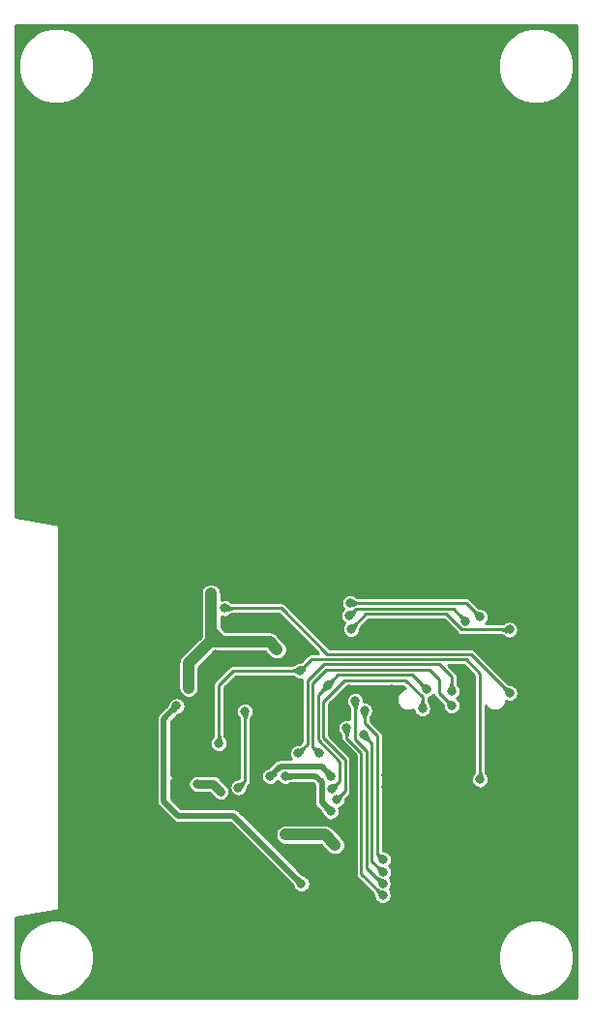
<source format=gbr>
G04 #@! TF.GenerationSoftware,KiCad,Pcbnew,5.1.6-c6e7f7d~87~ubuntu18.04.1*
G04 #@! TF.CreationDate,2022-09-30T15:40:45+03:00*
G04 #@! TF.ProjectId,MOD-LCD2.8RTP_Rev_C,4d4f442d-4c43-4443-922e-385254505f52,C*
G04 #@! TF.SameCoordinates,Original*
G04 #@! TF.FileFunction,Copper,L2,Bot*
G04 #@! TF.FilePolarity,Positive*
%FSLAX46Y46*%
G04 Gerber Fmt 4.6, Leading zero omitted, Abs format (unit mm)*
G04 Created by KiCad (PCBNEW 5.1.6-c6e7f7d~87~ubuntu18.04.1) date 2022-09-30 15:40:45*
%MOMM*%
%LPD*%
G01*
G04 APERTURE LIST*
G04 #@! TA.AperFunction,ViaPad*
%ADD10C,0.800000*%
G04 #@! TD*
G04 #@! TA.AperFunction,Conductor*
%ADD11C,1.016000*%
G04 #@! TD*
G04 #@! TA.AperFunction,Conductor*
%ADD12C,0.762000*%
G04 #@! TD*
G04 #@! TA.AperFunction,Conductor*
%ADD13C,0.508000*%
G04 #@! TD*
G04 #@! TA.AperFunction,Conductor*
%ADD14C,0.254000*%
G04 #@! TD*
G04 #@! TA.AperFunction,Conductor*
%ADD15C,0.250000*%
G04 #@! TD*
G04 #@! TA.AperFunction,Conductor*
%ADD16C,0.025400*%
G04 #@! TD*
G04 APERTURE END LIST*
D10*
X78308200Y-103073200D03*
X88087200Y-103073200D03*
X78486000Y-108585000D03*
X77343000Y-109601000D03*
X86233000Y-103632000D03*
X59690000Y-103378000D03*
X71700000Y-128524000D03*
X64589000Y-130302000D03*
X64589000Y-128651000D03*
X64589000Y-127000000D03*
X63017400Y-110464600D03*
X55650000Y-109905800D03*
X76733400Y-132638800D03*
X59334400Y-111760000D03*
X59359800Y-113665000D03*
X59410600Y-120853200D03*
X67360800Y-122732800D03*
X50800000Y-115570000D03*
X50800000Y-118110000D03*
X88417400Y-105181400D03*
X62230000Y-116014501D03*
X85979000Y-124968000D03*
X84582000Y-123952000D03*
X85979000Y-126873000D03*
X77343000Y-108585000D03*
X66548000Y-116205000D03*
X66548000Y-118392009D03*
X50800000Y-120650000D03*
X50800000Y-123190000D03*
X50800000Y-125730000D03*
X50800000Y-128270000D03*
X50800000Y-130810000D03*
X50800000Y-133350000D03*
X53340000Y-133350000D03*
X55880000Y-133350000D03*
X58420000Y-133350000D03*
X60960000Y-133350000D03*
X63500000Y-133350000D03*
X53340000Y-139700000D03*
X55880000Y-139700000D03*
X58420000Y-139700000D03*
X60960000Y-139700000D03*
X63500000Y-139700000D03*
X66040000Y-139700000D03*
X68580000Y-139700000D03*
X71120000Y-139700000D03*
X73660000Y-139700000D03*
X76200000Y-139700000D03*
X78740000Y-139700000D03*
X81280000Y-139700000D03*
X83820000Y-139700000D03*
X86360000Y-139700000D03*
X50800000Y-113030000D03*
X50800000Y-110490000D03*
X50800000Y-107950000D03*
X50800000Y-105410000D03*
X50800000Y-102870000D03*
X50800000Y-100330000D03*
X50800000Y-97790000D03*
X48260000Y-97790000D03*
X53340000Y-97790000D03*
X53340000Y-100330000D03*
X58420000Y-100330000D03*
X60960000Y-100330000D03*
X63500000Y-100330000D03*
X66040000Y-100330000D03*
X76200000Y-100330000D03*
X91440000Y-100330000D03*
X93980000Y-100330000D03*
X93980000Y-102870000D03*
X93980000Y-105410000D03*
X93980000Y-107950000D03*
X93980000Y-110490000D03*
X93980000Y-113030000D03*
X93980000Y-115570000D03*
X93980000Y-118110000D03*
X93980000Y-120650000D03*
X93980000Y-123190000D03*
X93980000Y-125730000D03*
X93980000Y-128270000D03*
X93980000Y-130810000D03*
X93980000Y-133350000D03*
X91440000Y-133350000D03*
X88900000Y-133350000D03*
X86360000Y-133350000D03*
X86360000Y-135890000D03*
X86360000Y-137795000D03*
X53340000Y-135890000D03*
X53340000Y-137795000D03*
X78740000Y-133350000D03*
X53340000Y-102870000D03*
X53340000Y-105410000D03*
X53340000Y-107950000D03*
X53340000Y-110490000D03*
X53340000Y-113030000D03*
X53340000Y-115570000D03*
X53340000Y-118110000D03*
X53340000Y-120650000D03*
X53340000Y-123190000D03*
X53340000Y-125730000D03*
X53340000Y-128270000D03*
X53340000Y-130810000D03*
X91440000Y-128270000D03*
X91440000Y-125730000D03*
X91440000Y-123190000D03*
X91440000Y-120650000D03*
X91440000Y-118110000D03*
X91440000Y-115570000D03*
X91440000Y-113030000D03*
X91440000Y-110490000D03*
X91440000Y-107950000D03*
X91440000Y-105410000D03*
X91440000Y-102870000D03*
X93980000Y-97790000D03*
X93980000Y-95250000D03*
X93980000Y-92710000D03*
X93980000Y-90170000D03*
X93980000Y-87630000D03*
X93980000Y-85090000D03*
X93980000Y-82550000D03*
X93980000Y-80010000D03*
X93980000Y-77470000D03*
X93980000Y-74930000D03*
X93980000Y-72390000D03*
X93980000Y-69850000D03*
X93980000Y-67310000D03*
X93980000Y-64770000D03*
X93980000Y-62230000D03*
X46355000Y-97790000D03*
X46355000Y-95250000D03*
X46355000Y-92710000D03*
X46355000Y-90170000D03*
X46355000Y-87630000D03*
X46355000Y-85090000D03*
X46355000Y-82550000D03*
X46355000Y-80010000D03*
X46355000Y-77470000D03*
X46355000Y-74930000D03*
X46355000Y-72390000D03*
X46355000Y-69850000D03*
X46355000Y-67310000D03*
X46355000Y-64770000D03*
X46355000Y-62230000D03*
X53340000Y-62230000D03*
X53340000Y-59690000D03*
X53340000Y-55880000D03*
X53340000Y-57785000D03*
X55880000Y-55880000D03*
X58420000Y-55880000D03*
X60960000Y-55880000D03*
X63500000Y-55880000D03*
X66040000Y-55880000D03*
X68580000Y-55880000D03*
X71120000Y-55880000D03*
X73660000Y-55880000D03*
X76200000Y-55880000D03*
X78740000Y-55880000D03*
X81280000Y-55880000D03*
X83820000Y-55880000D03*
X86360000Y-55880000D03*
X86360000Y-57785000D03*
X86360000Y-59690000D03*
X86360000Y-62230000D03*
X91440000Y-97790000D03*
X88900000Y-97790000D03*
X86360000Y-97790000D03*
X83820000Y-97790000D03*
X81280000Y-97790000D03*
X78740000Y-97790000D03*
X53340000Y-95250000D03*
X55880000Y-95250000D03*
X58420000Y-95250000D03*
X60960000Y-95250000D03*
X63500000Y-95250000D03*
X66040000Y-95250000D03*
X68580000Y-95250000D03*
X71120000Y-95250000D03*
X73660000Y-95250000D03*
X76200000Y-95250000D03*
X78740000Y-95250000D03*
X81280000Y-95250000D03*
X83820000Y-95250000D03*
X86360000Y-95250000D03*
X88900000Y-95250000D03*
X93980000Y-55880000D03*
X46355000Y-55880000D03*
X88900000Y-55880000D03*
X88900000Y-62230000D03*
X50927000Y-55880000D03*
X50927000Y-62230000D03*
X55880000Y-59690000D03*
X58420000Y-59690000D03*
X60960000Y-59690000D03*
X63500000Y-59690000D03*
X66040000Y-59690000D03*
X68580000Y-59690000D03*
X71120000Y-59690000D03*
X73660000Y-59690000D03*
X76200000Y-59690000D03*
X78740000Y-59690000D03*
X81280000Y-59690000D03*
X83820000Y-59690000D03*
X76200000Y-97790000D03*
X68580000Y-100330000D03*
X73660000Y-100330000D03*
X71120000Y-100330000D03*
X69977007Y-103377993D03*
X70993000Y-105156000D03*
X62517000Y-103411000D03*
X81280000Y-133350000D03*
X83820000Y-133350000D03*
X58420000Y-135890000D03*
X60960000Y-135890000D03*
X63500000Y-135890000D03*
X66040000Y-135890000D03*
X68580000Y-135890000D03*
X71120000Y-135890000D03*
X73660000Y-135890000D03*
X76200000Y-135890000D03*
X78740000Y-135890000D03*
X81280000Y-135890000D03*
X83820000Y-135890000D03*
X83820000Y-62230000D03*
X81280000Y-62230000D03*
X78740000Y-62230000D03*
X76200000Y-62230000D03*
X63500000Y-62230000D03*
X74676000Y-113538000D03*
X67437000Y-113157000D03*
X64897000Y-113157000D03*
X77851000Y-122047000D03*
X77851000Y-121031000D03*
X68707000Y-113157000D03*
X67437000Y-107315000D03*
X78359000Y-113537994D03*
X62230000Y-118618000D03*
X65913000Y-127889000D03*
X65913000Y-129413000D03*
X65913000Y-131064000D03*
X93980000Y-139700000D03*
X46355000Y-139700000D03*
X60604400Y-113385600D03*
X68351400Y-110032800D03*
X62560200Y-105150000D03*
X69089000Y-126237000D03*
X73431400Y-127127000D03*
X74728442Y-105978390D03*
X86098586Y-107195414D03*
X63754000Y-106426000D03*
X88680032Y-113826052D03*
X74815924Y-108234156D03*
X88680000Y-108297000D03*
X61341000Y-121793000D03*
X75911010Y-117515150D03*
X77595581Y-129502652D03*
X63412592Y-122467592D03*
X75184000Y-114554000D03*
X77588952Y-130502642D03*
X74422000Y-116896020D03*
X77588952Y-131530790D03*
X77597000Y-128397000D03*
X75980990Y-115356578D03*
X65532000Y-115443000D03*
X64960500Y-122110500D03*
X81060000Y-115189000D03*
X73533000Y-123190000D03*
X72772287Y-113158287D03*
X73117010Y-122243000D03*
X81413074Y-113531926D03*
X83616800Y-114935000D03*
X72010917Y-119103056D03*
X83616800Y-113690370D03*
X70200000Y-119126000D03*
X70459600Y-130505200D03*
X59546218Y-114987989D03*
X67741800Y-121132600D03*
X73088500Y-121094500D03*
X69062600Y-121107200D03*
X73025002Y-124206000D03*
X70358000Y-111887000D03*
X86106000Y-121412000D03*
X63246000Y-118237000D03*
X84861400Y-107569000D03*
X74682074Y-107067074D03*
D11*
X55650000Y-107418000D02*
X55650000Y-109905800D01*
X59690000Y-103378000D02*
X55650000Y-107418000D01*
X69977000Y-103378000D02*
X69977007Y-103377993D01*
X59690000Y-103378000D02*
X69977000Y-103378000D01*
X85978993Y-103377993D02*
X69977007Y-103377993D01*
X86233000Y-103632000D02*
X85978993Y-103377993D01*
X77470000Y-109601000D02*
X78486000Y-108585000D01*
X77343000Y-109601000D02*
X77470000Y-109601000D01*
X77343000Y-109601000D02*
X77343000Y-108585000D01*
X77343000Y-108585000D02*
X78486000Y-108585000D01*
X76327000Y-109601000D02*
X75946000Y-109601000D01*
X77343000Y-108585000D02*
X76327000Y-109601000D01*
X77343000Y-109601000D02*
X75946000Y-109601000D01*
D12*
X75003010Y-130908410D02*
X75003011Y-119375844D01*
X73094988Y-115119012D02*
X74676000Y-113538000D01*
X76733400Y-132638800D02*
X75003010Y-130908410D01*
X73094988Y-117467821D02*
X73094988Y-115119012D01*
X75003011Y-119375844D02*
X73094988Y-117467821D01*
D13*
X64897000Y-113157000D02*
X67437000Y-113157000D01*
D12*
X76733400Y-132638800D02*
X78689200Y-132638800D01*
X78740000Y-132689600D02*
X78689200Y-132638800D01*
X78740000Y-133350000D02*
X78740000Y-132689600D01*
D13*
X67437000Y-115316000D02*
X66548000Y-116205000D01*
X67437000Y-113157000D02*
X67437000Y-115316000D01*
X66548000Y-116205000D02*
X66548000Y-118392009D01*
X66548000Y-118392009D02*
X66548000Y-122301000D01*
X66548000Y-122301000D02*
X65405000Y-123444000D01*
X65405000Y-123444000D02*
X60579000Y-123444000D01*
X59410600Y-122275600D02*
X59410600Y-120853200D01*
X60579000Y-123444000D02*
X59410600Y-122275600D01*
X59410600Y-120853200D02*
X59994800Y-120269000D01*
X59994800Y-120269000D02*
X62992000Y-120269000D01*
X62992000Y-120269000D02*
X64135000Y-119126000D01*
X64135000Y-113919000D02*
X64897000Y-113157000D01*
X64135000Y-119126000D02*
X64135000Y-113919000D01*
X67437000Y-113157000D02*
X68707000Y-113157000D01*
D12*
X77851000Y-120650000D02*
X77851000Y-114045994D01*
X77851000Y-121793000D02*
X77851000Y-120650000D01*
X77851000Y-126873000D02*
X77851000Y-121793000D01*
X78689200Y-132638800D02*
X78740000Y-132588000D01*
X78740000Y-127762000D02*
X77851000Y-126873000D01*
X78358994Y-113538000D02*
X78359000Y-113537994D01*
X78740000Y-132588000D02*
X78740000Y-127762000D01*
X74676000Y-113538000D02*
X78358994Y-113538000D01*
X77851000Y-114045994D02*
X78359000Y-113537994D01*
D11*
X90551000Y-109601000D02*
X91440000Y-110490000D01*
X77343000Y-109601000D02*
X79756000Y-109601000D01*
X79502000Y-109601000D02*
X79756000Y-109601000D01*
X78486000Y-108585000D02*
X79502000Y-109601000D01*
X79756000Y-109601000D02*
X90551000Y-109601000D01*
X70993000Y-107442000D02*
X70993000Y-105156000D01*
X75946000Y-109601000D02*
X73152000Y-109601000D01*
X73152000Y-109601000D02*
X70993000Y-107442000D01*
X60604400Y-111237758D02*
X60604400Y-112819915D01*
X62485559Y-109356599D02*
X60604400Y-111237758D01*
X60604400Y-112819915D02*
X60604400Y-113385600D01*
X68351400Y-110032800D02*
X67675199Y-109356599D01*
X62560200Y-109281958D02*
X62485559Y-109356599D01*
X72541400Y-126237000D02*
X73431400Y-127127000D01*
X69089000Y-126237000D02*
X72541400Y-126237000D01*
D12*
X62560200Y-108381800D02*
X62661800Y-108381800D01*
D11*
X63636599Y-109356599D02*
X62485559Y-109356599D01*
D12*
X62661800Y-108381800D02*
X63636599Y-109356599D01*
D11*
X67675199Y-109356599D02*
X63636599Y-109356599D01*
X62560200Y-105150000D02*
X62560200Y-108381800D01*
X62560200Y-108381800D02*
X62560200Y-109281958D01*
D14*
X74728442Y-105978390D02*
X84881562Y-105978390D01*
X84881562Y-105978390D02*
X86098586Y-107195414D01*
D15*
X85302430Y-110448450D02*
X88680032Y-113826052D01*
X72729450Y-110448450D02*
X85302430Y-110448450D01*
X63754000Y-106426000D02*
X68707000Y-106426000D01*
X68707000Y-106426000D02*
X72729450Y-110448450D01*
D14*
X84513438Y-108297000D02*
X88680000Y-108297000D01*
X74815924Y-108234156D02*
X76116080Y-106934000D01*
X76116080Y-106934000D02*
X83150438Y-106934000D01*
X83150438Y-106934000D02*
X84513438Y-108297000D01*
X75911010Y-117515150D02*
X76634989Y-118239129D01*
X76634989Y-128542060D02*
X77595581Y-129502652D01*
X76634989Y-118239129D02*
X76634989Y-128542060D01*
D12*
X62738000Y-121793000D02*
X63412592Y-122467592D01*
X61341000Y-121793000D02*
X62738000Y-121793000D01*
D14*
X77547176Y-130502642D02*
X77588952Y-130502642D01*
X76180978Y-129136444D02*
X77547176Y-130502642D01*
X75184000Y-114554000D02*
X75184000Y-117913487D01*
X75184000Y-117913487D02*
X76180978Y-118910465D01*
X76180978Y-118910465D02*
X76180978Y-129136444D01*
X74422000Y-117793555D02*
X75711021Y-119082576D01*
X75711021Y-129652859D02*
X77588952Y-131530790D01*
X75711021Y-119082576D02*
X75711021Y-129652859D01*
X74422000Y-116896020D02*
X74422000Y-117793555D01*
X75980990Y-116493990D02*
X75980990Y-115356578D01*
X77089000Y-117602000D02*
X75980990Y-116493990D01*
X77597000Y-128397000D02*
X77089000Y-127889000D01*
X77089000Y-127889000D02*
X77089000Y-117602000D01*
X65532000Y-115443000D02*
X65532000Y-121539000D01*
X65532000Y-121539000D02*
X64960500Y-122110500D01*
X74295000Y-122428000D02*
X73533000Y-123190000D01*
X72386977Y-114571745D02*
X72386977Y-117761088D01*
X81060000Y-115189000D02*
X81060000Y-114207000D01*
X74246222Y-112712500D02*
X72386977Y-114571745D01*
X81060000Y-114207000D02*
X79565500Y-112712500D01*
X72386977Y-117761088D02*
X74295000Y-119669111D01*
X74295000Y-119669111D02*
X74295000Y-122428000D01*
X79565500Y-112712500D02*
X74246222Y-112712500D01*
X73840989Y-119857168D02*
X73840989Y-121519021D01*
X73840989Y-121519021D02*
X73117010Y-122243000D01*
X71932966Y-113997608D02*
X71932966Y-117949145D01*
X72772287Y-113158287D02*
X71932966Y-113997608D01*
X71932966Y-117949145D02*
X73840989Y-119857168D01*
X80139638Y-112258490D02*
X73672084Y-112258490D01*
X73672084Y-112258490D02*
X72772287Y-113158287D01*
X81413074Y-113531926D02*
X80139638Y-112258490D01*
X81705480Y-111804480D02*
X72663020Y-111804480D01*
X72663020Y-111804480D02*
X71458825Y-113008675D01*
X82550000Y-112649000D02*
X81705480Y-111804480D01*
X71458825Y-118550964D02*
X72010917Y-119103056D01*
X83616800Y-114935000D02*
X82550000Y-113868200D01*
X82550000Y-113868200D02*
X82550000Y-112649000D01*
X71458825Y-113008675D02*
X71458825Y-118550964D01*
X70200000Y-119112658D02*
X70200000Y-119126000D01*
X83616800Y-112445800D02*
X82521470Y-111350470D01*
X70993000Y-112776000D02*
X70993000Y-118319658D01*
X83616800Y-113690370D02*
X83616800Y-112445800D01*
X82521470Y-111350470D02*
X72418530Y-111350470D01*
X72418530Y-111350470D02*
X70993000Y-112776000D01*
X70993000Y-118319658D02*
X70200000Y-119112658D01*
D13*
X58420000Y-123317000D02*
X58420000Y-116114207D01*
X64541400Y-124587000D02*
X59690000Y-124587000D01*
X59690000Y-124587000D02*
X58420000Y-123317000D01*
X58420000Y-116114207D02*
X59546218Y-114987989D01*
X70459600Y-130505200D02*
X64541400Y-124587000D01*
X68621201Y-120253199D02*
X67741800Y-121132600D01*
X73088500Y-121094500D02*
X72247199Y-120253199D01*
X72247199Y-120253199D02*
X68621201Y-120253199D01*
X72263000Y-121666000D02*
X72263000Y-123443998D01*
X71704200Y-121107200D02*
X72263000Y-121666000D01*
X69062600Y-121107200D02*
X71704200Y-121107200D01*
X72263000Y-123443998D02*
X73025002Y-124206000D01*
D14*
X64516000Y-111887000D02*
X63246000Y-113157000D01*
X70358000Y-111887000D02*
X64516000Y-111887000D01*
X63246000Y-113157000D02*
X63246000Y-118237000D01*
D15*
X84863459Y-110898459D02*
X86106000Y-112141000D01*
X70358000Y-111887000D02*
X71346541Y-110898459D01*
X86106000Y-112141000D02*
X86106000Y-121412000D01*
X71346541Y-110898459D02*
X84863459Y-110898459D01*
D14*
X84861400Y-107569000D02*
X83772390Y-106479990D01*
X83772390Y-106479990D02*
X75269158Y-106479990D01*
X75269158Y-106479990D02*
X74682074Y-107067074D01*
G36*
X94544001Y-140544000D02*
G01*
X45456000Y-140544000D01*
X45456000Y-136672319D01*
X45673000Y-136672319D01*
X45673000Y-137327681D01*
X45800855Y-137970450D01*
X46051651Y-138575925D01*
X46415750Y-139120839D01*
X46879161Y-139584250D01*
X47424075Y-139948349D01*
X48029550Y-140199145D01*
X48672319Y-140327000D01*
X49327681Y-140327000D01*
X49970450Y-140199145D01*
X50575925Y-139948349D01*
X51120839Y-139584250D01*
X51584250Y-139120839D01*
X51948349Y-138575925D01*
X52199145Y-137970450D01*
X52327000Y-137327681D01*
X52327000Y-136672319D01*
X87673000Y-136672319D01*
X87673000Y-137327681D01*
X87800855Y-137970450D01*
X88051651Y-138575925D01*
X88415750Y-139120839D01*
X88879161Y-139584250D01*
X89424075Y-139948349D01*
X90029550Y-140199145D01*
X90672319Y-140327000D01*
X91327681Y-140327000D01*
X91970450Y-140199145D01*
X92575925Y-139948349D01*
X93120839Y-139584250D01*
X93584250Y-139120839D01*
X93948349Y-138575925D01*
X94199145Y-137970450D01*
X94327000Y-137327681D01*
X94327000Y-136672319D01*
X94199145Y-136029550D01*
X93948349Y-135424075D01*
X93584250Y-134879161D01*
X93120839Y-134415750D01*
X92575925Y-134051651D01*
X91970450Y-133800855D01*
X91327681Y-133673000D01*
X90672319Y-133673000D01*
X90029550Y-133800855D01*
X89424075Y-134051651D01*
X88879161Y-134415750D01*
X88415750Y-134879161D01*
X88051651Y-135424075D01*
X87800855Y-136029550D01*
X87673000Y-136672319D01*
X52327000Y-136672319D01*
X52199145Y-136029550D01*
X51948349Y-135424075D01*
X51584250Y-134879161D01*
X51120839Y-134415750D01*
X50575925Y-134051651D01*
X49970450Y-133800855D01*
X49327681Y-133673000D01*
X48672319Y-133673000D01*
X48029550Y-133800855D01*
X47424075Y-134051651D01*
X46879161Y-134415750D01*
X46415750Y-134879161D01*
X46051651Y-135424075D01*
X45800855Y-136029550D01*
X45673000Y-136672319D01*
X45456000Y-136672319D01*
X45456000Y-133491290D01*
X48869908Y-132922306D01*
X48899392Y-132919402D01*
X48935551Y-132908433D01*
X48972056Y-132898592D01*
X48978487Y-132895408D01*
X48985348Y-132893327D01*
X49018668Y-132875517D01*
X49052556Y-132858741D01*
X49058241Y-132854365D01*
X49064566Y-132850984D01*
X49093795Y-132826997D01*
X49123735Y-132803950D01*
X49128452Y-132798555D01*
X49134001Y-132794001D01*
X49157987Y-132764774D01*
X49182857Y-132736328D01*
X49186435Y-132730110D01*
X49190984Y-132724566D01*
X49208801Y-132691233D01*
X49227650Y-132658470D01*
X49229945Y-132651675D01*
X49233327Y-132645348D01*
X49244303Y-132609165D01*
X49256394Y-132573368D01*
X49257319Y-132566259D01*
X49259402Y-132559392D01*
X49263108Y-132521768D01*
X49267983Y-132484295D01*
X49266000Y-132454734D01*
X49266000Y-116114207D01*
X57781929Y-116114207D01*
X57785001Y-116145398D01*
X57785000Y-123285819D01*
X57781929Y-123317000D01*
X57785000Y-123348181D01*
X57785000Y-123348191D01*
X57794188Y-123441481D01*
X57830498Y-123561179D01*
X57889463Y-123671493D01*
X57968815Y-123768185D01*
X57993050Y-123788074D01*
X59218930Y-125013955D01*
X59238815Y-125038185D01*
X59263043Y-125058068D01*
X59335505Y-125117537D01*
X59445820Y-125176502D01*
X59565518Y-125212812D01*
X59658808Y-125222000D01*
X59658818Y-125222000D01*
X59689999Y-125225071D01*
X59721180Y-125222000D01*
X64278376Y-125222000D01*
X69642047Y-130585673D01*
X69667200Y-130611156D01*
X69687876Y-130632740D01*
X69688886Y-130633834D01*
X69708613Y-130733009D01*
X69767487Y-130875142D01*
X69852958Y-131003059D01*
X69961741Y-131111842D01*
X70089658Y-131197313D01*
X70231791Y-131256187D01*
X70382678Y-131286200D01*
X70536522Y-131286200D01*
X70687409Y-131256187D01*
X70829542Y-131197313D01*
X70957459Y-131111842D01*
X71066242Y-131003059D01*
X71151713Y-130875142D01*
X71210587Y-130733009D01*
X71240600Y-130582122D01*
X71240600Y-130428278D01*
X71210587Y-130277391D01*
X71151713Y-130135258D01*
X71066242Y-130007341D01*
X70957459Y-129898558D01*
X70829542Y-129813087D01*
X70687409Y-129754213D01*
X70588234Y-129734486D01*
X70587140Y-129733476D01*
X70565556Y-129712800D01*
X70540073Y-129687647D01*
X67089425Y-126237000D01*
X68195699Y-126237000D01*
X68212864Y-126411274D01*
X68263697Y-126578851D01*
X68346247Y-126733291D01*
X68457341Y-126868659D01*
X68592709Y-126979753D01*
X68747149Y-127062303D01*
X68914726Y-127113136D01*
X69045333Y-127126000D01*
X72173165Y-127126000D01*
X72833659Y-127786495D01*
X72935108Y-127869751D01*
X73089547Y-127952302D01*
X73257124Y-128003136D01*
X73431399Y-128020300D01*
X73605674Y-128003136D01*
X73773252Y-127952302D01*
X73927691Y-127869751D01*
X74063059Y-127758659D01*
X74174151Y-127623291D01*
X74256702Y-127468852D01*
X74307536Y-127301274D01*
X74324700Y-127126999D01*
X74307536Y-126952724D01*
X74256702Y-126785147D01*
X74174151Y-126630708D01*
X74090895Y-126529259D01*
X73200899Y-125639263D01*
X73173059Y-125605341D01*
X73037691Y-125494247D01*
X72883251Y-125411697D01*
X72715674Y-125360864D01*
X72585067Y-125348000D01*
X72585060Y-125348000D01*
X72541400Y-125343700D01*
X72497740Y-125348000D01*
X69045333Y-125348000D01*
X68914726Y-125360864D01*
X68747149Y-125411697D01*
X68592709Y-125494247D01*
X68457341Y-125605341D01*
X68346247Y-125740709D01*
X68263697Y-125895149D01*
X68212864Y-126062726D01*
X68195699Y-126237000D01*
X67089425Y-126237000D01*
X65012474Y-124160050D01*
X64992585Y-124135815D01*
X64895894Y-124056463D01*
X64785580Y-123997498D01*
X64665882Y-123961188D01*
X64572592Y-123952000D01*
X64572581Y-123952000D01*
X64541400Y-123948929D01*
X64510219Y-123952000D01*
X59953025Y-123952000D01*
X59055000Y-123053976D01*
X59055000Y-121716078D01*
X60560000Y-121716078D01*
X60560000Y-121869922D01*
X60590013Y-122020809D01*
X60648887Y-122162942D01*
X60734358Y-122290859D01*
X60843141Y-122399642D01*
X60971058Y-122485113D01*
X61113191Y-122543987D01*
X61264078Y-122574000D01*
X61417922Y-122574000D01*
X61513442Y-122555000D01*
X62422370Y-122555000D01*
X62751843Y-122884474D01*
X62805950Y-122965451D01*
X62914733Y-123074234D01*
X63042650Y-123159705D01*
X63184783Y-123218579D01*
X63335670Y-123248592D01*
X63489514Y-123248592D01*
X63640401Y-123218579D01*
X63782534Y-123159705D01*
X63910451Y-123074234D01*
X64019234Y-122965451D01*
X64104705Y-122837534D01*
X64163579Y-122695401D01*
X64193592Y-122544514D01*
X64193592Y-122390670D01*
X64163579Y-122239783D01*
X64104705Y-122097650D01*
X64061894Y-122033578D01*
X64179500Y-122033578D01*
X64179500Y-122187422D01*
X64209513Y-122338309D01*
X64268387Y-122480442D01*
X64353858Y-122608359D01*
X64462641Y-122717142D01*
X64590558Y-122802613D01*
X64732691Y-122861487D01*
X64883578Y-122891500D01*
X65037422Y-122891500D01*
X65188309Y-122861487D01*
X65330442Y-122802613D01*
X65458359Y-122717142D01*
X65567142Y-122608359D01*
X65652613Y-122480442D01*
X65711487Y-122338309D01*
X65741500Y-122187422D01*
X65741500Y-122111005D01*
X65742091Y-122089687D01*
X65743258Y-122078716D01*
X65745009Y-122069466D01*
X65747269Y-122061308D01*
X65750132Y-122053575D01*
X65753855Y-122045633D01*
X65758815Y-122036988D01*
X65765510Y-122027224D01*
X65774417Y-122016159D01*
X65790443Y-121998978D01*
X65873570Y-121915851D01*
X65892948Y-121899948D01*
X65917589Y-121869922D01*
X65956429Y-121822596D01*
X65988307Y-121762956D01*
X66003601Y-121734343D01*
X66032649Y-121638585D01*
X66040000Y-121563947D01*
X66040000Y-121563945D01*
X66042457Y-121539001D01*
X66040000Y-121514057D01*
X66040000Y-118681506D01*
X66141058Y-118681506D01*
X66144246Y-118706198D01*
X66152191Y-118729793D01*
X66157647Y-118739298D01*
X66159197Y-118747519D01*
X66161270Y-118763179D01*
X66163207Y-118784094D01*
X66164820Y-118809741D01*
X66166013Y-118839668D01*
X66166749Y-118873893D01*
X66167003Y-118912836D01*
X66169440Y-118936785D01*
X66176667Y-118960610D01*
X66188403Y-118982566D01*
X66204197Y-119001812D01*
X66223443Y-119017606D01*
X66245399Y-119029342D01*
X66269224Y-119036569D01*
X66294000Y-119039009D01*
X66802000Y-119039009D01*
X66825965Y-119036727D01*
X66849836Y-119029656D01*
X66871868Y-119018063D01*
X66891216Y-119002394D01*
X66907135Y-118983252D01*
X66919014Y-118961373D01*
X66926396Y-118937596D01*
X66928997Y-118912836D01*
X66929251Y-118873893D01*
X66929987Y-118839668D01*
X66931180Y-118809741D01*
X66932793Y-118784094D01*
X66934730Y-118763179D01*
X66936803Y-118747519D01*
X66938219Y-118740009D01*
X66941869Y-118733906D01*
X66950653Y-118710611D01*
X66954723Y-118686049D01*
X66953924Y-118661166D01*
X66948285Y-118636916D01*
X66938024Y-118614233D01*
X66809903Y-118392009D01*
X66938024Y-118169785D01*
X66946746Y-118151391D01*
X66953251Y-118127359D01*
X66954942Y-118102520D01*
X66951755Y-118077829D01*
X66943813Y-118054233D01*
X66938353Y-118044720D01*
X66936803Y-118036498D01*
X66934730Y-118020838D01*
X66932793Y-117999923D01*
X66931180Y-117974276D01*
X66929987Y-117944349D01*
X66929251Y-117910124D01*
X66928997Y-117871182D01*
X66926560Y-117847233D01*
X66919333Y-117823408D01*
X66907597Y-117801452D01*
X66891803Y-117782206D01*
X66872557Y-117766412D01*
X66850601Y-117754676D01*
X66826776Y-117747449D01*
X66802000Y-117745009D01*
X66294000Y-117745009D01*
X66270035Y-117747291D01*
X66246164Y-117754362D01*
X66224132Y-117765955D01*
X66204784Y-117781624D01*
X66188865Y-117800766D01*
X66176986Y-117822645D01*
X66169604Y-117846422D01*
X66167003Y-117871182D01*
X66166749Y-117910124D01*
X66166013Y-117944349D01*
X66164820Y-117974276D01*
X66163207Y-117999923D01*
X66161270Y-118020838D01*
X66159197Y-118036498D01*
X66157781Y-118044009D01*
X66154131Y-118050112D01*
X66145347Y-118073407D01*
X66141277Y-118097969D01*
X66142076Y-118122852D01*
X66147715Y-118147102D01*
X66157976Y-118169785D01*
X66286097Y-118392009D01*
X66157976Y-118614233D01*
X66149251Y-118632636D01*
X66142748Y-118656668D01*
X66141058Y-118681506D01*
X66040000Y-118681506D01*
X66040000Y-116494497D01*
X66141058Y-116494497D01*
X66144246Y-116519189D01*
X66152191Y-116542784D01*
X66157647Y-116552289D01*
X66159197Y-116560510D01*
X66161270Y-116576170D01*
X66163207Y-116597085D01*
X66164820Y-116622732D01*
X66166013Y-116652659D01*
X66166749Y-116686884D01*
X66167003Y-116725827D01*
X66169440Y-116749776D01*
X66176667Y-116773601D01*
X66188403Y-116795557D01*
X66204197Y-116814803D01*
X66223443Y-116830597D01*
X66245399Y-116842333D01*
X66269224Y-116849560D01*
X66294000Y-116852000D01*
X66802000Y-116852000D01*
X66825965Y-116849718D01*
X66849836Y-116842647D01*
X66871868Y-116831054D01*
X66891216Y-116815385D01*
X66907135Y-116796243D01*
X66919014Y-116774364D01*
X66926396Y-116750587D01*
X66928997Y-116725827D01*
X66929251Y-116686884D01*
X66929987Y-116652659D01*
X66931180Y-116622732D01*
X66932793Y-116597085D01*
X66934730Y-116576170D01*
X66936803Y-116560510D01*
X66938219Y-116553000D01*
X66941869Y-116546897D01*
X66950653Y-116523602D01*
X66954723Y-116499040D01*
X66953924Y-116474157D01*
X66948285Y-116449907D01*
X66938024Y-116427224D01*
X66892071Y-116347519D01*
X66980924Y-116323653D01*
X67000109Y-116316808D01*
X67021700Y-116304413D01*
X67040459Y-116288043D01*
X67055663Y-116268329D01*
X67066729Y-116246027D01*
X67069592Y-116235447D01*
X67074301Y-116228550D01*
X67083909Y-116216011D01*
X67097349Y-116199827D01*
X67114323Y-116180573D01*
X67134646Y-116158563D01*
X67158317Y-116133852D01*
X67185684Y-116106127D01*
X67200897Y-116087467D01*
X67212633Y-116065511D01*
X67219860Y-116041686D01*
X67222300Y-116016910D01*
X67219860Y-115992134D01*
X67212633Y-115968309D01*
X67200897Y-115946353D01*
X67185103Y-115927107D01*
X66825893Y-115567897D01*
X66807336Y-115552567D01*
X66785456Y-115540687D01*
X66761680Y-115533305D01*
X66736920Y-115530703D01*
X66712128Y-115532981D01*
X66688257Y-115540052D01*
X66666224Y-115551645D01*
X66646876Y-115567313D01*
X66619147Y-115594682D01*
X66594436Y-115618353D01*
X66572426Y-115638676D01*
X66553164Y-115655657D01*
X66537002Y-115669080D01*
X66524445Y-115678701D01*
X66518146Y-115683001D01*
X66511250Y-115684736D01*
X66488567Y-115694997D01*
X66468321Y-115709486D01*
X66451291Y-115727647D01*
X66438131Y-115748781D01*
X66429347Y-115772076D01*
X66336584Y-116117430D01*
X66157976Y-116427224D01*
X66149251Y-116445627D01*
X66142748Y-116469659D01*
X66141058Y-116494497D01*
X66040000Y-116494497D01*
X66040000Y-116108707D01*
X66040816Y-116085240D01*
X66042344Y-116071103D01*
X66044512Y-116059480D01*
X66047118Y-116049855D01*
X66050100Y-116041610D01*
X66053547Y-116034113D01*
X66057717Y-116026745D01*
X66063018Y-116018968D01*
X66069944Y-116010395D01*
X66084645Y-115994856D01*
X66138642Y-115940859D01*
X66224113Y-115812942D01*
X66282987Y-115670809D01*
X66313000Y-115519922D01*
X66313000Y-115366078D01*
X66282987Y-115215191D01*
X66224113Y-115073058D01*
X66138642Y-114945141D01*
X66029859Y-114836358D01*
X65901942Y-114750887D01*
X65759809Y-114692013D01*
X65608922Y-114662000D01*
X65455078Y-114662000D01*
X65304191Y-114692013D01*
X65162058Y-114750887D01*
X65034141Y-114836358D01*
X64925358Y-114945141D01*
X64839887Y-115073058D01*
X64781013Y-115215191D01*
X64751000Y-115366078D01*
X64751000Y-115519922D01*
X64781013Y-115670809D01*
X64839887Y-115812942D01*
X64925358Y-115940859D01*
X64979368Y-115994869D01*
X64994049Y-116010387D01*
X65000981Y-116018968D01*
X65006282Y-116026745D01*
X65010452Y-116034113D01*
X65013899Y-116041610D01*
X65016881Y-116049855D01*
X65019487Y-116059480D01*
X65021655Y-116071103D01*
X65023184Y-116085254D01*
X65024000Y-116108698D01*
X65024001Y-121317784D01*
X65017424Y-121320867D01*
X65009691Y-121323730D01*
X65001525Y-121325992D01*
X64992287Y-121327741D01*
X64981314Y-121328908D01*
X64959980Y-121329500D01*
X64883578Y-121329500D01*
X64732691Y-121359513D01*
X64590558Y-121418387D01*
X64462641Y-121503858D01*
X64353858Y-121612641D01*
X64268387Y-121740558D01*
X64209513Y-121882691D01*
X64179500Y-122033578D01*
X64061894Y-122033578D01*
X64019234Y-121969733D01*
X63910451Y-121860950D01*
X63829474Y-121806843D01*
X63303283Y-121280653D01*
X63279422Y-121251578D01*
X63163392Y-121156355D01*
X63031015Y-121085598D01*
X62887378Y-121042026D01*
X62775426Y-121031000D01*
X62775423Y-121031000D01*
X62738000Y-121027314D01*
X62700577Y-121031000D01*
X61513442Y-121031000D01*
X61417922Y-121012000D01*
X61264078Y-121012000D01*
X61113191Y-121042013D01*
X60971058Y-121100887D01*
X60843141Y-121186358D01*
X60734358Y-121295141D01*
X60648887Y-121423058D01*
X60590013Y-121565191D01*
X60560000Y-121716078D01*
X59055000Y-121716078D01*
X59055000Y-121448628D01*
X59066797Y-121463003D01*
X59086043Y-121478797D01*
X59107999Y-121490533D01*
X59131824Y-121497760D01*
X59156600Y-121500200D01*
X59664600Y-121500200D01*
X59688565Y-121497918D01*
X59712436Y-121490847D01*
X59734468Y-121479254D01*
X59753816Y-121463585D01*
X59769735Y-121444443D01*
X59781614Y-121422564D01*
X59788996Y-121398787D01*
X59791597Y-121374027D01*
X59791851Y-121335084D01*
X59792587Y-121300859D01*
X59793780Y-121270932D01*
X59795393Y-121245285D01*
X59797330Y-121224370D01*
X59799403Y-121208710D01*
X59800819Y-121201200D01*
X59804469Y-121195097D01*
X59813253Y-121171802D01*
X59817323Y-121147240D01*
X59816524Y-121122357D01*
X59810885Y-121098107D01*
X59800624Y-121075424D01*
X59754671Y-120995719D01*
X59843524Y-120971853D01*
X59862709Y-120965008D01*
X59884300Y-120952613D01*
X59903059Y-120936243D01*
X59918263Y-120916529D01*
X59929329Y-120894227D01*
X59932192Y-120883647D01*
X59936901Y-120876750D01*
X59946509Y-120864211D01*
X59959949Y-120848027D01*
X59976923Y-120828773D01*
X59997246Y-120806763D01*
X60020917Y-120782052D01*
X60048284Y-120754327D01*
X60063497Y-120735667D01*
X60075233Y-120713711D01*
X60082460Y-120689886D01*
X60084900Y-120665110D01*
X60082460Y-120640334D01*
X60075233Y-120616509D01*
X60063497Y-120594553D01*
X60047703Y-120575307D01*
X59688493Y-120216097D01*
X59669936Y-120200767D01*
X59648056Y-120188887D01*
X59624280Y-120181505D01*
X59599520Y-120178903D01*
X59574728Y-120181181D01*
X59550857Y-120188252D01*
X59528824Y-120199845D01*
X59509476Y-120215513D01*
X59481747Y-120242882D01*
X59457036Y-120266553D01*
X59435026Y-120286876D01*
X59415764Y-120303857D01*
X59399602Y-120317280D01*
X59387045Y-120326901D01*
X59380746Y-120331201D01*
X59373850Y-120332936D01*
X59351167Y-120343197D01*
X59330921Y-120357686D01*
X59313891Y-120375847D01*
X59300731Y-120396981D01*
X59291947Y-120420276D01*
X59199184Y-120765630D01*
X59055000Y-121015716D01*
X59055000Y-116377231D01*
X59626656Y-115805576D01*
X59652175Y-115780387D01*
X59673758Y-115759712D01*
X59674851Y-115758703D01*
X59774027Y-115738976D01*
X59916160Y-115680102D01*
X60044077Y-115594631D01*
X60152860Y-115485848D01*
X60238331Y-115357931D01*
X60297205Y-115215798D01*
X60327218Y-115064911D01*
X60327218Y-114911067D01*
X60297205Y-114760180D01*
X60238331Y-114618047D01*
X60152860Y-114490130D01*
X60044077Y-114381347D01*
X59916160Y-114295876D01*
X59774027Y-114237002D01*
X59623140Y-114206989D01*
X59469296Y-114206989D01*
X59318409Y-114237002D01*
X59176276Y-114295876D01*
X59048359Y-114381347D01*
X58939576Y-114490130D01*
X58854105Y-114618047D01*
X58795231Y-114760180D01*
X58775504Y-114859354D01*
X58774494Y-114860448D01*
X58753818Y-114882032D01*
X58728617Y-114907565D01*
X57993045Y-115643137D01*
X57968816Y-115663022D01*
X57948932Y-115687251D01*
X57889463Y-115759714D01*
X57830498Y-115870028D01*
X57807346Y-115946353D01*
X57794189Y-115989725D01*
X57788382Y-116048691D01*
X57781929Y-116114207D01*
X49266000Y-116114207D01*
X49266000Y-111237758D01*
X59711100Y-111237758D01*
X59715400Y-111281418D01*
X59715401Y-112776239D01*
X59715400Y-112776249D01*
X59715400Y-113429267D01*
X59728264Y-113559874D01*
X59779097Y-113727451D01*
X59861648Y-113881891D01*
X59972742Y-114017259D01*
X60108110Y-114128353D01*
X60262550Y-114210903D01*
X60430127Y-114261736D01*
X60604400Y-114278901D01*
X60778674Y-114261736D01*
X60946251Y-114210903D01*
X61100691Y-114128353D01*
X61236059Y-114017259D01*
X61347153Y-113881891D01*
X61429703Y-113727451D01*
X61480536Y-113559874D01*
X61493400Y-113429267D01*
X61493400Y-111605993D01*
X62853795Y-110245599D01*
X67306964Y-110245599D01*
X67753659Y-110692295D01*
X67855108Y-110775552D01*
X68009548Y-110858102D01*
X68177125Y-110908936D01*
X68351400Y-110926100D01*
X68525675Y-110908936D01*
X68693252Y-110858102D01*
X68847691Y-110775552D01*
X68983059Y-110664459D01*
X69094152Y-110529091D01*
X69176702Y-110374652D01*
X69227536Y-110207075D01*
X69244700Y-110032800D01*
X69227536Y-109858525D01*
X69176702Y-109690948D01*
X69094152Y-109536508D01*
X69010895Y-109435059D01*
X68334697Y-108758862D01*
X68306858Y-108724940D01*
X68171490Y-108613846D01*
X68017050Y-108531296D01*
X67849473Y-108480463D01*
X67718866Y-108467599D01*
X67718859Y-108467599D01*
X67675199Y-108463299D01*
X67631539Y-108467599D01*
X63825230Y-108467599D01*
X63449200Y-108091570D01*
X63449200Y-107145096D01*
X63526191Y-107176987D01*
X63677078Y-107207000D01*
X63830922Y-107207000D01*
X63981809Y-107176987D01*
X64123942Y-107118113D01*
X64251859Y-107032642D01*
X64305863Y-106978638D01*
X64321804Y-106963556D01*
X64330796Y-106956292D01*
X64339011Y-106950692D01*
X64346840Y-106946260D01*
X64354816Y-106942593D01*
X64363548Y-106939434D01*
X64373683Y-106936689D01*
X64385838Y-106934421D01*
X64400506Y-106932836D01*
X64424540Y-106932000D01*
X68497409Y-106932000D01*
X71957867Y-110392459D01*
X71371386Y-110392459D01*
X71346540Y-110390012D01*
X71321694Y-110392459D01*
X71321687Y-110392459D01*
X71257235Y-110398807D01*
X71247347Y-110399781D01*
X71205566Y-110412455D01*
X71151966Y-110428714D01*
X71064062Y-110475700D01*
X70987014Y-110538932D01*
X70971169Y-110558239D01*
X70474346Y-111055062D01*
X70456777Y-111071449D01*
X70445265Y-111080715D01*
X70435065Y-111087708D01*
X70425972Y-111092925D01*
X70417554Y-111096871D01*
X70409322Y-111099918D01*
X70400648Y-111102320D01*
X70390883Y-111104169D01*
X70379369Y-111105392D01*
X70357478Y-111106000D01*
X70281078Y-111106000D01*
X70130191Y-111136013D01*
X69988058Y-111194887D01*
X69860141Y-111280358D01*
X69806138Y-111334361D01*
X69790613Y-111349048D01*
X69782031Y-111355981D01*
X69774254Y-111361282D01*
X69766886Y-111365452D01*
X69759389Y-111368899D01*
X69751144Y-111371881D01*
X69741519Y-111374487D01*
X69729896Y-111376655D01*
X69715745Y-111378184D01*
X69692305Y-111379000D01*
X64540943Y-111379000D01*
X64515999Y-111376543D01*
X64491055Y-111379000D01*
X64491053Y-111379000D01*
X64416415Y-111386351D01*
X64320657Y-111415399D01*
X64320655Y-111415400D01*
X64232404Y-111462571D01*
X64179563Y-111505937D01*
X64155052Y-111526052D01*
X64139150Y-111545429D01*
X62904435Y-112780145D01*
X62885052Y-112796052D01*
X62821571Y-112873405D01*
X62774399Y-112961658D01*
X62745351Y-113057416D01*
X62738000Y-113132053D01*
X62735543Y-113157000D01*
X62738000Y-113181944D01*
X62738001Y-117571281D01*
X62737184Y-117594745D01*
X62735655Y-117608896D01*
X62733487Y-117620519D01*
X62730881Y-117630144D01*
X62727899Y-117638389D01*
X62724452Y-117645886D01*
X62720282Y-117653254D01*
X62714981Y-117661031D01*
X62708048Y-117669613D01*
X62693361Y-117685138D01*
X62639358Y-117739141D01*
X62553887Y-117867058D01*
X62495013Y-118009191D01*
X62465000Y-118160078D01*
X62465000Y-118313922D01*
X62495013Y-118464809D01*
X62553887Y-118606942D01*
X62639358Y-118734859D01*
X62748141Y-118843642D01*
X62876058Y-118929113D01*
X63018191Y-118987987D01*
X63169078Y-119018000D01*
X63322922Y-119018000D01*
X63473809Y-118987987D01*
X63615942Y-118929113D01*
X63743859Y-118843642D01*
X63852642Y-118734859D01*
X63938113Y-118606942D01*
X63996987Y-118464809D01*
X64027000Y-118313922D01*
X64027000Y-118160078D01*
X63996987Y-118009191D01*
X63938113Y-117867058D01*
X63852642Y-117739141D01*
X63798652Y-117685151D01*
X63783945Y-117669605D01*
X63777018Y-117661031D01*
X63771717Y-117653254D01*
X63767547Y-117645886D01*
X63764100Y-117638389D01*
X63761118Y-117630144D01*
X63758512Y-117620519D01*
X63756344Y-117608896D01*
X63754816Y-117594759D01*
X63754000Y-117571293D01*
X63754000Y-113367420D01*
X63776330Y-113345090D01*
X64222700Y-113345090D01*
X64225140Y-113369866D01*
X64232367Y-113393691D01*
X64244103Y-113415647D01*
X64259897Y-113434893D01*
X64619107Y-113794103D01*
X64637668Y-113809436D01*
X64659548Y-113821314D01*
X64683325Y-113828696D01*
X64708085Y-113831297D01*
X64732877Y-113829018D01*
X64756747Y-113821946D01*
X64778780Y-113810353D01*
X64798127Y-113794684D01*
X64825852Y-113767317D01*
X64850563Y-113743646D01*
X64872573Y-113723323D01*
X64891827Y-113706349D01*
X64908011Y-113692909D01*
X64920550Y-113683301D01*
X64926851Y-113678999D01*
X64933750Y-113677264D01*
X64956433Y-113667003D01*
X64976679Y-113652514D01*
X64993709Y-113634353D01*
X65006869Y-113613219D01*
X65015653Y-113589924D01*
X65039519Y-113501071D01*
X65119224Y-113547024D01*
X65137627Y-113555749D01*
X65161659Y-113562252D01*
X65186497Y-113563942D01*
X65211189Y-113560754D01*
X65234784Y-113552809D01*
X65244289Y-113547353D01*
X65252510Y-113545803D01*
X65268170Y-113543730D01*
X65289085Y-113541793D01*
X65314732Y-113540180D01*
X65344659Y-113538987D01*
X65378884Y-113538251D01*
X65417827Y-113537997D01*
X65441776Y-113535560D01*
X65465601Y-113528333D01*
X65487557Y-113516597D01*
X65506803Y-113500803D01*
X65522597Y-113481557D01*
X65534333Y-113459601D01*
X65541560Y-113435776D01*
X65544000Y-113411000D01*
X65544000Y-112903000D01*
X66790000Y-112903000D01*
X66790000Y-113411000D01*
X66792282Y-113434965D01*
X66799353Y-113458836D01*
X66810946Y-113480868D01*
X66826615Y-113500216D01*
X66845757Y-113516135D01*
X66867636Y-113528014D01*
X66891413Y-113535396D01*
X66916173Y-113537997D01*
X66955115Y-113538251D01*
X66989340Y-113538987D01*
X67019267Y-113540180D01*
X67044914Y-113541793D01*
X67051589Y-113542411D01*
X67052207Y-113549085D01*
X67053820Y-113574732D01*
X67055013Y-113604659D01*
X67055749Y-113638884D01*
X67056003Y-113677827D01*
X67058440Y-113701776D01*
X67065667Y-113725601D01*
X67077403Y-113747557D01*
X67093197Y-113766803D01*
X67112443Y-113782597D01*
X67134399Y-113794333D01*
X67158224Y-113801560D01*
X67183000Y-113804000D01*
X67691000Y-113804000D01*
X67714965Y-113801718D01*
X67738836Y-113794647D01*
X67760868Y-113783054D01*
X67780216Y-113767385D01*
X67796135Y-113748243D01*
X67808014Y-113726364D01*
X67815396Y-113702587D01*
X67817997Y-113677827D01*
X67818251Y-113638884D01*
X67818987Y-113604659D01*
X67820180Y-113574732D01*
X67821793Y-113549085D01*
X67822411Y-113542411D01*
X67829085Y-113541793D01*
X67854732Y-113540180D01*
X67884659Y-113538987D01*
X67918884Y-113538251D01*
X67957827Y-113537997D01*
X67981776Y-113535560D01*
X68005601Y-113528333D01*
X68027557Y-113516597D01*
X68046803Y-113500803D01*
X68062597Y-113481557D01*
X68072026Y-113463916D01*
X68080946Y-113480868D01*
X68096615Y-113500216D01*
X68115757Y-113516135D01*
X68137636Y-113528014D01*
X68161413Y-113535396D01*
X68186173Y-113537997D01*
X68225115Y-113538251D01*
X68259340Y-113538987D01*
X68289267Y-113540180D01*
X68314914Y-113541793D01*
X68335829Y-113543730D01*
X68351489Y-113545803D01*
X68359000Y-113547219D01*
X68365103Y-113550869D01*
X68388398Y-113559653D01*
X68412960Y-113563723D01*
X68437843Y-113562924D01*
X68462093Y-113557285D01*
X68484776Y-113547024D01*
X68970433Y-113267024D01*
X68984374Y-113257709D01*
X69002535Y-113240679D01*
X69017024Y-113220433D01*
X69027285Y-113197750D01*
X69032924Y-113173500D01*
X69033723Y-113148617D01*
X69029653Y-113124055D01*
X69020869Y-113100760D01*
X69007709Y-113079626D01*
X68990679Y-113061465D01*
X68970433Y-113046976D01*
X68484776Y-112766976D01*
X68466382Y-112758254D01*
X68442350Y-112751749D01*
X68417511Y-112750058D01*
X68392820Y-112753245D01*
X68369224Y-112761187D01*
X68359711Y-112766647D01*
X68351489Y-112768197D01*
X68335829Y-112770270D01*
X68314914Y-112772207D01*
X68289267Y-112773820D01*
X68259340Y-112775013D01*
X68225115Y-112775749D01*
X68186173Y-112776003D01*
X68162224Y-112778440D01*
X68138399Y-112785667D01*
X68116443Y-112797403D01*
X68097197Y-112813197D01*
X68081403Y-112832443D01*
X68071974Y-112850084D01*
X68063054Y-112833132D01*
X68047385Y-112813784D01*
X68028243Y-112797865D01*
X68006364Y-112785986D01*
X67982587Y-112778604D01*
X67957827Y-112776003D01*
X67918884Y-112775749D01*
X67884659Y-112775013D01*
X67854732Y-112773820D01*
X67829085Y-112772207D01*
X67808170Y-112770270D01*
X67792510Y-112768197D01*
X67785000Y-112766781D01*
X67778897Y-112763131D01*
X67755602Y-112754347D01*
X67731040Y-112750277D01*
X67706157Y-112751076D01*
X67681907Y-112756715D01*
X67659224Y-112766976D01*
X67509371Y-112853372D01*
X67500433Y-112846976D01*
X67477750Y-112836715D01*
X67453500Y-112831076D01*
X67428617Y-112830277D01*
X67404055Y-112834347D01*
X67380760Y-112843131D01*
X67364465Y-112853278D01*
X67214776Y-112766976D01*
X67196382Y-112758254D01*
X67172350Y-112751749D01*
X67147511Y-112750058D01*
X67122820Y-112753245D01*
X67099224Y-112761187D01*
X67089711Y-112766647D01*
X67081489Y-112768197D01*
X67065829Y-112770270D01*
X67044914Y-112772207D01*
X67019267Y-112773820D01*
X66989340Y-112775013D01*
X66955115Y-112775749D01*
X66916173Y-112776003D01*
X66892224Y-112778440D01*
X66868399Y-112785667D01*
X66846443Y-112797403D01*
X66827197Y-112813197D01*
X66811403Y-112832443D01*
X66799667Y-112854399D01*
X66792440Y-112878224D01*
X66790000Y-112903000D01*
X65544000Y-112903000D01*
X65541718Y-112879035D01*
X65534647Y-112855164D01*
X65523054Y-112833132D01*
X65507385Y-112813784D01*
X65488243Y-112797865D01*
X65466364Y-112785986D01*
X65442587Y-112778604D01*
X65417827Y-112776003D01*
X65378884Y-112775749D01*
X65344659Y-112775013D01*
X65314732Y-112773820D01*
X65289085Y-112772207D01*
X65268170Y-112770270D01*
X65252510Y-112768197D01*
X65245000Y-112766781D01*
X65238897Y-112763131D01*
X65215602Y-112754347D01*
X65191040Y-112750277D01*
X65166157Y-112751076D01*
X65141907Y-112756715D01*
X65119224Y-112766976D01*
X64809430Y-112945584D01*
X64464076Y-113038347D01*
X64444907Y-113045185D01*
X64423314Y-113057577D01*
X64404553Y-113073944D01*
X64389346Y-113093657D01*
X64378277Y-113115957D01*
X64375410Y-113126548D01*
X64370701Y-113133445D01*
X64361080Y-113146002D01*
X64347657Y-113162164D01*
X64330676Y-113181426D01*
X64310353Y-113203436D01*
X64286682Y-113228147D01*
X64259313Y-113255876D01*
X64244103Y-113274533D01*
X64232367Y-113296489D01*
X64225140Y-113320314D01*
X64222700Y-113345090D01*
X63776330Y-113345090D01*
X64726421Y-112395000D01*
X69692293Y-112395000D01*
X69715759Y-112395816D01*
X69729896Y-112397344D01*
X69741519Y-112399512D01*
X69751144Y-112402118D01*
X69759389Y-112405100D01*
X69766886Y-112408547D01*
X69774254Y-112412717D01*
X69782031Y-112418018D01*
X69790605Y-112424945D01*
X69806151Y-112439652D01*
X69860141Y-112493642D01*
X69988058Y-112579113D01*
X70130191Y-112637987D01*
X70281078Y-112668000D01*
X70434922Y-112668000D01*
X70498756Y-112655303D01*
X70492351Y-112676416D01*
X70486718Y-112733610D01*
X70482543Y-112776000D01*
X70485000Y-112800944D01*
X70485001Y-118109236D01*
X70280859Y-118313379D01*
X70271428Y-118321612D01*
X70261634Y-118328898D01*
X70253410Y-118334017D01*
X70246430Y-118337569D01*
X70240182Y-118340080D01*
X70233937Y-118341961D01*
X70226940Y-118343402D01*
X70218384Y-118344395D01*
X70198800Y-118345000D01*
X70123078Y-118345000D01*
X69972191Y-118375013D01*
X69830058Y-118433887D01*
X69702141Y-118519358D01*
X69593358Y-118628141D01*
X69507887Y-118756058D01*
X69449013Y-118898191D01*
X69419000Y-119049078D01*
X69419000Y-119202922D01*
X69449013Y-119353809D01*
X69507887Y-119495942D01*
X69589576Y-119618199D01*
X68652390Y-119618199D01*
X68621201Y-119615127D01*
X68590012Y-119618199D01*
X68590009Y-119618199D01*
X68496719Y-119627387D01*
X68383192Y-119661825D01*
X68377021Y-119663697D01*
X68266707Y-119722661D01*
X68194244Y-119782130D01*
X68194240Y-119782134D01*
X68170016Y-119802014D01*
X68150135Y-119826239D01*
X67661413Y-120314962D01*
X67635843Y-120340200D01*
X67614259Y-120360876D01*
X67613165Y-120361886D01*
X67513991Y-120381613D01*
X67371858Y-120440487D01*
X67243941Y-120525958D01*
X67135158Y-120634741D01*
X67049687Y-120762658D01*
X66990813Y-120904791D01*
X66960800Y-121055678D01*
X66960800Y-121209522D01*
X66990813Y-121360409D01*
X67049687Y-121502542D01*
X67135158Y-121630459D01*
X67243941Y-121739242D01*
X67371858Y-121824713D01*
X67513991Y-121883587D01*
X67664878Y-121913600D01*
X67818722Y-121913600D01*
X67969609Y-121883587D01*
X68111742Y-121824713D01*
X68239659Y-121739242D01*
X68348442Y-121630459D01*
X68410686Y-121537304D01*
X68455958Y-121605059D01*
X68564741Y-121713842D01*
X68692658Y-121799313D01*
X68834791Y-121858187D01*
X68985678Y-121888200D01*
X69139522Y-121888200D01*
X69290409Y-121858187D01*
X69432542Y-121799313D01*
X69516620Y-121743134D01*
X69518049Y-121743077D01*
X69547997Y-121742433D01*
X69583849Y-121742200D01*
X71441175Y-121742200D01*
X71628000Y-121929025D01*
X71628001Y-123412807D01*
X71624929Y-123443998D01*
X71628001Y-123475189D01*
X71628001Y-123475190D01*
X71637029Y-123566850D01*
X71637189Y-123568479D01*
X71673498Y-123688177D01*
X71684731Y-123709192D01*
X71732464Y-123798492D01*
X71811816Y-123895183D01*
X71836045Y-123915067D01*
X72207385Y-124286408D01*
X72232602Y-124311956D01*
X72253278Y-124333540D01*
X72254288Y-124334634D01*
X72274015Y-124433809D01*
X72332889Y-124575942D01*
X72418360Y-124703859D01*
X72527143Y-124812642D01*
X72655060Y-124898113D01*
X72797193Y-124956987D01*
X72948080Y-124987000D01*
X73101924Y-124987000D01*
X73252811Y-124956987D01*
X73394944Y-124898113D01*
X73522861Y-124812642D01*
X73631644Y-124703859D01*
X73717115Y-124575942D01*
X73775989Y-124433809D01*
X73806002Y-124282922D01*
X73806002Y-124129078D01*
X73775989Y-123978191D01*
X73760596Y-123941029D01*
X73760809Y-123940987D01*
X73902942Y-123882113D01*
X74030859Y-123796642D01*
X74139642Y-123687859D01*
X74225113Y-123559942D01*
X74283987Y-123417809D01*
X74314000Y-123266922D01*
X74314000Y-123190505D01*
X74314591Y-123169187D01*
X74315758Y-123158216D01*
X74317509Y-123148966D01*
X74319769Y-123140808D01*
X74322632Y-123133075D01*
X74326355Y-123125133D01*
X74331315Y-123116488D01*
X74338010Y-123106724D01*
X74346917Y-123095659D01*
X74362954Y-123078466D01*
X74636565Y-122804855D01*
X74655948Y-122788948D01*
X74719429Y-122711595D01*
X74766601Y-122623343D01*
X74795649Y-122527585D01*
X74803000Y-122452947D01*
X74803000Y-122452944D01*
X74805457Y-122428000D01*
X74803000Y-122403056D01*
X74803000Y-119694054D01*
X74805457Y-119669110D01*
X74801435Y-119628276D01*
X74795649Y-119569526D01*
X74766601Y-119473768D01*
X74720036Y-119386651D01*
X74719429Y-119385515D01*
X74671850Y-119327540D01*
X74655948Y-119308163D01*
X74636571Y-119292261D01*
X72894977Y-117550668D01*
X72894977Y-116819098D01*
X73641000Y-116819098D01*
X73641000Y-116972942D01*
X73671013Y-117123829D01*
X73729887Y-117265962D01*
X73815358Y-117393879D01*
X73869368Y-117447889D01*
X73884049Y-117463407D01*
X73890981Y-117471988D01*
X73896282Y-117479765D01*
X73900452Y-117487133D01*
X73903899Y-117494630D01*
X73906881Y-117502875D01*
X73909487Y-117512500D01*
X73911655Y-117524123D01*
X73913184Y-117538274D01*
X73914001Y-117561735D01*
X73914001Y-117768601D01*
X73911543Y-117793555D01*
X73916912Y-117848058D01*
X73921352Y-117893140D01*
X73925585Y-117907094D01*
X73950400Y-117988898D01*
X73997571Y-118077150D01*
X74045150Y-118135125D01*
X74061053Y-118154503D01*
X74080430Y-118170405D01*
X75203021Y-119292997D01*
X75203022Y-129627905D01*
X75200564Y-129652859D01*
X75208505Y-129733476D01*
X75210373Y-129752444D01*
X75220627Y-129786246D01*
X75239421Y-129848202D01*
X75286592Y-129936454D01*
X75326990Y-129985679D01*
X75350074Y-130013807D01*
X75369451Y-130029709D01*
X76759001Y-131419260D01*
X76775034Y-131436449D01*
X76783941Y-131447514D01*
X76790636Y-131457278D01*
X76795596Y-131465923D01*
X76799319Y-131473865D01*
X76802182Y-131481598D01*
X76804444Y-131489764D01*
X76806193Y-131499002D01*
X76807360Y-131509974D01*
X76807952Y-131531309D01*
X76807952Y-131607712D01*
X76837965Y-131758599D01*
X76896839Y-131900732D01*
X76982310Y-132028649D01*
X77091093Y-132137432D01*
X77219010Y-132222903D01*
X77361143Y-132281777D01*
X77512030Y-132311790D01*
X77665874Y-132311790D01*
X77816761Y-132281777D01*
X77958894Y-132222903D01*
X78086811Y-132137432D01*
X78195594Y-132028649D01*
X78281065Y-131900732D01*
X78339939Y-131758599D01*
X78369952Y-131607712D01*
X78369952Y-131453868D01*
X78339939Y-131302981D01*
X78281065Y-131160848D01*
X78195594Y-131032931D01*
X78179379Y-131016716D01*
X78195594Y-131000501D01*
X78281065Y-130872584D01*
X78339939Y-130730451D01*
X78369952Y-130579564D01*
X78369952Y-130425720D01*
X78339939Y-130274833D01*
X78281065Y-130132700D01*
X78196538Y-130006196D01*
X78202223Y-130000511D01*
X78287694Y-129872594D01*
X78346568Y-129730461D01*
X78376581Y-129579574D01*
X78376581Y-129425730D01*
X78346568Y-129274843D01*
X78287694Y-129132710D01*
X78202223Y-129004793D01*
X78147966Y-128950536D01*
X78203642Y-128894859D01*
X78289113Y-128766942D01*
X78347987Y-128624809D01*
X78378000Y-128473922D01*
X78378000Y-128320078D01*
X78347987Y-128169191D01*
X78289113Y-128027058D01*
X78203642Y-127899141D01*
X78094859Y-127790358D01*
X77966942Y-127704887D01*
X77824809Y-127646013D01*
X77673922Y-127616000D01*
X77597519Y-127616000D01*
X77597000Y-127615986D01*
X77597000Y-117626944D01*
X77599457Y-117602000D01*
X77596531Y-117572295D01*
X77589649Y-117502415D01*
X77560601Y-117406657D01*
X77513429Y-117318405D01*
X77449948Y-117241052D01*
X77430565Y-117225145D01*
X76488990Y-116283570D01*
X76488990Y-116022285D01*
X76489806Y-115998818D01*
X76491334Y-115984681D01*
X76493502Y-115973058D01*
X76496108Y-115963433D01*
X76499090Y-115955188D01*
X76502537Y-115947691D01*
X76506707Y-115940323D01*
X76512008Y-115932546D01*
X76518934Y-115923973D01*
X76533635Y-115908434D01*
X76587632Y-115854437D01*
X76673103Y-115726520D01*
X76731977Y-115584387D01*
X76761990Y-115433500D01*
X76761990Y-115279656D01*
X76731977Y-115128769D01*
X76673103Y-114986636D01*
X76587632Y-114858719D01*
X76478849Y-114749936D01*
X76350932Y-114664465D01*
X76208799Y-114605591D01*
X76057912Y-114575578D01*
X75965000Y-114575578D01*
X75965000Y-114477078D01*
X75934987Y-114326191D01*
X75876113Y-114184058D01*
X75790642Y-114056141D01*
X75681859Y-113947358D01*
X75553942Y-113861887D01*
X75411809Y-113803013D01*
X75260922Y-113773000D01*
X75107078Y-113773000D01*
X74956191Y-113803013D01*
X74814058Y-113861887D01*
X74686141Y-113947358D01*
X74577358Y-114056141D01*
X74491887Y-114184058D01*
X74433013Y-114326191D01*
X74403000Y-114477078D01*
X74403000Y-114630922D01*
X74433013Y-114781809D01*
X74491887Y-114923942D01*
X74577358Y-115051859D01*
X74631368Y-115105869D01*
X74646049Y-115121387D01*
X74652981Y-115129968D01*
X74658282Y-115137745D01*
X74662452Y-115145113D01*
X74665899Y-115152610D01*
X74668881Y-115160855D01*
X74671487Y-115170480D01*
X74673655Y-115182103D01*
X74675184Y-115196254D01*
X74676000Y-115219700D01*
X74676000Y-116155882D01*
X74649809Y-116145033D01*
X74498922Y-116115020D01*
X74345078Y-116115020D01*
X74194191Y-116145033D01*
X74052058Y-116203907D01*
X73924141Y-116289378D01*
X73815358Y-116398161D01*
X73729887Y-116526078D01*
X73671013Y-116668211D01*
X73641000Y-116819098D01*
X72894977Y-116819098D01*
X72894977Y-114782165D01*
X74456643Y-113220500D01*
X79355080Y-113220500D01*
X79576774Y-113442194D01*
X79503853Y-113456699D01*
X79325322Y-113530649D01*
X79164649Y-113638007D01*
X79028007Y-113774649D01*
X78920649Y-113935322D01*
X78846699Y-114113853D01*
X78809000Y-114303380D01*
X78809000Y-114496620D01*
X78846699Y-114686147D01*
X78920649Y-114864678D01*
X79028007Y-115025351D01*
X79164649Y-115161993D01*
X79325322Y-115269351D01*
X79503853Y-115343301D01*
X79693380Y-115381000D01*
X79886620Y-115381000D01*
X80076147Y-115343301D01*
X80254678Y-115269351D01*
X80279000Y-115253100D01*
X80279000Y-115265922D01*
X80309013Y-115416809D01*
X80367887Y-115558942D01*
X80453358Y-115686859D01*
X80562141Y-115795642D01*
X80690058Y-115881113D01*
X80832191Y-115939987D01*
X80983078Y-115970000D01*
X81136922Y-115970000D01*
X81287809Y-115939987D01*
X81429942Y-115881113D01*
X81557859Y-115795642D01*
X81666642Y-115686859D01*
X81752113Y-115558942D01*
X81810987Y-115416809D01*
X81841000Y-115265922D01*
X81841000Y-115112078D01*
X81810987Y-114961191D01*
X81752113Y-114819058D01*
X81666642Y-114691141D01*
X81612652Y-114637151D01*
X81597945Y-114621605D01*
X81591018Y-114613031D01*
X81585717Y-114605254D01*
X81581547Y-114597886D01*
X81578100Y-114590389D01*
X81575118Y-114582144D01*
X81572512Y-114572519D01*
X81570344Y-114560896D01*
X81568816Y-114546759D01*
X81568000Y-114523293D01*
X81568000Y-114297410D01*
X81640883Y-114282913D01*
X81783016Y-114224039D01*
X81910933Y-114138568D01*
X82019716Y-114029785D01*
X82053033Y-113979922D01*
X82078399Y-114063542D01*
X82125571Y-114151795D01*
X82189052Y-114229148D01*
X82208435Y-114245055D01*
X82786846Y-114823467D01*
X82802882Y-114840659D01*
X82811789Y-114851724D01*
X82818484Y-114861488D01*
X82823444Y-114870133D01*
X82827167Y-114878075D01*
X82830030Y-114885808D01*
X82832292Y-114893974D01*
X82834041Y-114903212D01*
X82835208Y-114914184D01*
X82835800Y-114935519D01*
X82835800Y-115011922D01*
X82865813Y-115162809D01*
X82924687Y-115304942D01*
X83010158Y-115432859D01*
X83118941Y-115541642D01*
X83246858Y-115627113D01*
X83388991Y-115685987D01*
X83539878Y-115716000D01*
X83693722Y-115716000D01*
X83844609Y-115685987D01*
X83986742Y-115627113D01*
X84114659Y-115541642D01*
X84223442Y-115432859D01*
X84308913Y-115304942D01*
X84367787Y-115162809D01*
X84397800Y-115011922D01*
X84397800Y-114858078D01*
X84367787Y-114707191D01*
X84308913Y-114565058D01*
X84223442Y-114437141D01*
X84114659Y-114328358D01*
X84091203Y-114312685D01*
X84114659Y-114297012D01*
X84223442Y-114188229D01*
X84308913Y-114060312D01*
X84367787Y-113918179D01*
X84397800Y-113767292D01*
X84397800Y-113613448D01*
X84367787Y-113462561D01*
X84308913Y-113320428D01*
X84223442Y-113192511D01*
X84169452Y-113138521D01*
X84154745Y-113122975D01*
X84147818Y-113114401D01*
X84142517Y-113106624D01*
X84138347Y-113099256D01*
X84134900Y-113091759D01*
X84131918Y-113083514D01*
X84129312Y-113073889D01*
X84127144Y-113062266D01*
X84125616Y-113048129D01*
X84124800Y-113024663D01*
X84124800Y-112470744D01*
X84127257Y-112445800D01*
X84124521Y-112418018D01*
X84117449Y-112346215D01*
X84088401Y-112250457D01*
X84041229Y-112162205D01*
X83977748Y-112084852D01*
X83958365Y-112068945D01*
X83293879Y-111404459D01*
X84653868Y-111404459D01*
X85600000Y-112350592D01*
X85600001Y-120741446D01*
X85599164Y-120765479D01*
X85597578Y-120780161D01*
X85595310Y-120792316D01*
X85592565Y-120802451D01*
X85589406Y-120811183D01*
X85585739Y-120819159D01*
X85581307Y-120826988D01*
X85575707Y-120835203D01*
X85568436Y-120844203D01*
X85553364Y-120860135D01*
X85499358Y-120914141D01*
X85413887Y-121042058D01*
X85355013Y-121184191D01*
X85325000Y-121335078D01*
X85325000Y-121488922D01*
X85355013Y-121639809D01*
X85413887Y-121781942D01*
X85499358Y-121909859D01*
X85608141Y-122018642D01*
X85736058Y-122104113D01*
X85878191Y-122162987D01*
X86029078Y-122193000D01*
X86182922Y-122193000D01*
X86333809Y-122162987D01*
X86475942Y-122104113D01*
X86603859Y-122018642D01*
X86712642Y-121909859D01*
X86798113Y-121781942D01*
X86856987Y-121639809D01*
X86887000Y-121488922D01*
X86887000Y-121335078D01*
X86856987Y-121184191D01*
X86798113Y-121042058D01*
X86712642Y-120914141D01*
X86658645Y-120860144D01*
X86643557Y-120844196D01*
X86636292Y-120835203D01*
X86630692Y-120826988D01*
X86626260Y-120819159D01*
X86622593Y-120811183D01*
X86619434Y-120802451D01*
X86616689Y-120792316D01*
X86614421Y-120780161D01*
X86612836Y-120765493D01*
X86612000Y-120741459D01*
X86612000Y-114971463D01*
X86648007Y-115025351D01*
X86784649Y-115161993D01*
X86945322Y-115269351D01*
X87123853Y-115343301D01*
X87313380Y-115381000D01*
X87506620Y-115381000D01*
X87696147Y-115343301D01*
X87874678Y-115269351D01*
X88035351Y-115161993D01*
X88171993Y-115025351D01*
X88279351Y-114864678D01*
X88353301Y-114686147D01*
X88380882Y-114547488D01*
X88452223Y-114577039D01*
X88603110Y-114607052D01*
X88756954Y-114607052D01*
X88907841Y-114577039D01*
X89049974Y-114518165D01*
X89177891Y-114432694D01*
X89286674Y-114323911D01*
X89372145Y-114195994D01*
X89431019Y-114053861D01*
X89461032Y-113902974D01*
X89461032Y-113749130D01*
X89431019Y-113598243D01*
X89372145Y-113456110D01*
X89286674Y-113328193D01*
X89177891Y-113219410D01*
X89049974Y-113133939D01*
X88907841Y-113075065D01*
X88756954Y-113045052D01*
X88680554Y-113045052D01*
X88658662Y-113044444D01*
X88647148Y-113043221D01*
X88637383Y-113041372D01*
X88628709Y-113038970D01*
X88620477Y-113035923D01*
X88612059Y-113031977D01*
X88602966Y-113026760D01*
X88592766Y-113019767D01*
X88581270Y-113010513D01*
X88563666Y-112994094D01*
X85677806Y-110108235D01*
X85661957Y-110088923D01*
X85584909Y-110025691D01*
X85497005Y-109978705D01*
X85401623Y-109949772D01*
X85327284Y-109942450D01*
X85327276Y-109942450D01*
X85302430Y-109940003D01*
X85277584Y-109942450D01*
X72939042Y-109942450D01*
X69986744Y-106990152D01*
X73901074Y-106990152D01*
X73901074Y-107143996D01*
X73931087Y-107294883D01*
X73989961Y-107437016D01*
X74075432Y-107564933D01*
X74184215Y-107673716D01*
X74236756Y-107708823D01*
X74209282Y-107736297D01*
X74123811Y-107864214D01*
X74064937Y-108006347D01*
X74034924Y-108157234D01*
X74034924Y-108311078D01*
X74064937Y-108461965D01*
X74123811Y-108604098D01*
X74209282Y-108732015D01*
X74318065Y-108840798D01*
X74445982Y-108926269D01*
X74588115Y-108985143D01*
X74739002Y-109015156D01*
X74892846Y-109015156D01*
X75043733Y-108985143D01*
X75185866Y-108926269D01*
X75313783Y-108840798D01*
X75422566Y-108732015D01*
X75508037Y-108604098D01*
X75566911Y-108461965D01*
X75596924Y-108311078D01*
X75596924Y-108234661D01*
X75597515Y-108213343D01*
X75598682Y-108202372D01*
X75600433Y-108193122D01*
X75602693Y-108184964D01*
X75605556Y-108177231D01*
X75609279Y-108169289D01*
X75614239Y-108160644D01*
X75620934Y-108150880D01*
X75629841Y-108139815D01*
X75645873Y-108122627D01*
X76326501Y-107442000D01*
X82940018Y-107442000D01*
X84136588Y-108638571D01*
X84152490Y-108657948D01*
X84171867Y-108673850D01*
X84229842Y-108721429D01*
X84257911Y-108736432D01*
X84318095Y-108768601D01*
X84413853Y-108797649D01*
X84488491Y-108805000D01*
X84488493Y-108805000D01*
X84513437Y-108807457D01*
X84538381Y-108805000D01*
X88014293Y-108805000D01*
X88037759Y-108805816D01*
X88051896Y-108807344D01*
X88063519Y-108809512D01*
X88073144Y-108812118D01*
X88081389Y-108815100D01*
X88088886Y-108818547D01*
X88096254Y-108822717D01*
X88104031Y-108828018D01*
X88112605Y-108834945D01*
X88128151Y-108849652D01*
X88182141Y-108903642D01*
X88310058Y-108989113D01*
X88452191Y-109047987D01*
X88603078Y-109078000D01*
X88756922Y-109078000D01*
X88907809Y-109047987D01*
X89049942Y-108989113D01*
X89177859Y-108903642D01*
X89286642Y-108794859D01*
X89372113Y-108666942D01*
X89430987Y-108524809D01*
X89461000Y-108373922D01*
X89461000Y-108220078D01*
X89430987Y-108069191D01*
X89372113Y-107927058D01*
X89286642Y-107799141D01*
X89177859Y-107690358D01*
X89049942Y-107604887D01*
X88907809Y-107546013D01*
X88756922Y-107516000D01*
X88603078Y-107516000D01*
X88452191Y-107546013D01*
X88310058Y-107604887D01*
X88182141Y-107690358D01*
X88128138Y-107744361D01*
X88112613Y-107759048D01*
X88104031Y-107765981D01*
X88096254Y-107771282D01*
X88088886Y-107775452D01*
X88081389Y-107778899D01*
X88073144Y-107781881D01*
X88063519Y-107784487D01*
X88051896Y-107786655D01*
X88037745Y-107788184D01*
X88014305Y-107789000D01*
X86609501Y-107789000D01*
X86705228Y-107693273D01*
X86790699Y-107565356D01*
X86849573Y-107423223D01*
X86879586Y-107272336D01*
X86879586Y-107118492D01*
X86849573Y-106967605D01*
X86790699Y-106825472D01*
X86705228Y-106697555D01*
X86596445Y-106588772D01*
X86468528Y-106503301D01*
X86326395Y-106444427D01*
X86175508Y-106414414D01*
X86099105Y-106414414D01*
X86077770Y-106413822D01*
X86066798Y-106412655D01*
X86057560Y-106410906D01*
X86049394Y-106408644D01*
X86041661Y-106405781D01*
X86033719Y-106402058D01*
X86025074Y-106397098D01*
X86015310Y-106390403D01*
X86004245Y-106381496D01*
X85987045Y-106365453D01*
X85258417Y-105636825D01*
X85242510Y-105617442D01*
X85165157Y-105553961D01*
X85076905Y-105506789D01*
X84981147Y-105477741D01*
X84906509Y-105470390D01*
X84906506Y-105470390D01*
X84881562Y-105467933D01*
X84856618Y-105470390D01*
X75394136Y-105470390D01*
X75370696Y-105469574D01*
X75356545Y-105468045D01*
X75344922Y-105465877D01*
X75335297Y-105463271D01*
X75327052Y-105460289D01*
X75319555Y-105456842D01*
X75312187Y-105452672D01*
X75304410Y-105447371D01*
X75295829Y-105440439D01*
X75280311Y-105425758D01*
X75226301Y-105371748D01*
X75098384Y-105286277D01*
X74956251Y-105227403D01*
X74805364Y-105197390D01*
X74651520Y-105197390D01*
X74500633Y-105227403D01*
X74358500Y-105286277D01*
X74230583Y-105371748D01*
X74121800Y-105480531D01*
X74036329Y-105608448D01*
X73977455Y-105750581D01*
X73947442Y-105901468D01*
X73947442Y-106055312D01*
X73977455Y-106206199D01*
X74036329Y-106348332D01*
X74121800Y-106476249D01*
X74145099Y-106499548D01*
X74075432Y-106569215D01*
X73989961Y-106697132D01*
X73931087Y-106839265D01*
X73901074Y-106990152D01*
X69986744Y-106990152D01*
X69082376Y-106085785D01*
X69066527Y-106066473D01*
X68989479Y-106003241D01*
X68901575Y-105956255D01*
X68806193Y-105927322D01*
X68731854Y-105920000D01*
X68731846Y-105920000D01*
X68707000Y-105917553D01*
X68682154Y-105920000D01*
X64424527Y-105920000D01*
X64400520Y-105919164D01*
X64385838Y-105917578D01*
X64373683Y-105915310D01*
X64363548Y-105912565D01*
X64354816Y-105909406D01*
X64346840Y-105905739D01*
X64339011Y-105901307D01*
X64330796Y-105895707D01*
X64321797Y-105888437D01*
X64305872Y-105873371D01*
X64251859Y-105819358D01*
X64123942Y-105733887D01*
X63981809Y-105675013D01*
X63830922Y-105645000D01*
X63677078Y-105645000D01*
X63526191Y-105675013D01*
X63449200Y-105706904D01*
X63449200Y-105106333D01*
X63436336Y-104975726D01*
X63385503Y-104808149D01*
X63302953Y-104653709D01*
X63191859Y-104518341D01*
X63056490Y-104407247D01*
X62902050Y-104324697D01*
X62734473Y-104273864D01*
X62560200Y-104256699D01*
X62385926Y-104273864D01*
X62218349Y-104324697D01*
X62063909Y-104407247D01*
X61928541Y-104518341D01*
X61817447Y-104653710D01*
X61734897Y-104808150D01*
X61684064Y-104975727D01*
X61671200Y-105106334D01*
X61671201Y-108338124D01*
X61671200Y-108338134D01*
X61671200Y-108913722D01*
X60006664Y-110578259D01*
X59972741Y-110606099D01*
X59861647Y-110741468D01*
X59779097Y-110895908D01*
X59728264Y-111063485D01*
X59715400Y-111194092D01*
X59715400Y-111194098D01*
X59711100Y-111237758D01*
X49266000Y-111237758D01*
X49266000Y-99465266D01*
X49267983Y-99435705D01*
X49263108Y-99398232D01*
X49259402Y-99360608D01*
X49257319Y-99353741D01*
X49256394Y-99346632D01*
X49244303Y-99310835D01*
X49233327Y-99274652D01*
X49229945Y-99268325D01*
X49227650Y-99261530D01*
X49208801Y-99228767D01*
X49190984Y-99195434D01*
X49186435Y-99189890D01*
X49182857Y-99183672D01*
X49157987Y-99155226D01*
X49134001Y-99125999D01*
X49128452Y-99121445D01*
X49123735Y-99116050D01*
X49093786Y-99092996D01*
X49064565Y-99069016D01*
X49058244Y-99065637D01*
X49052556Y-99061259D01*
X49018655Y-99044476D01*
X48985347Y-99026673D01*
X48978489Y-99024593D01*
X48972056Y-99021408D01*
X48935542Y-99011564D01*
X48899391Y-99000598D01*
X48869909Y-98997694D01*
X45456000Y-98428710D01*
X45456000Y-58672319D01*
X45673000Y-58672319D01*
X45673000Y-59327681D01*
X45800855Y-59970450D01*
X46051651Y-60575925D01*
X46415750Y-61120839D01*
X46879161Y-61584250D01*
X47424075Y-61948349D01*
X48029550Y-62199145D01*
X48672319Y-62327000D01*
X49327681Y-62327000D01*
X49970450Y-62199145D01*
X50575925Y-61948349D01*
X51120839Y-61584250D01*
X51584250Y-61120839D01*
X51948349Y-60575925D01*
X52199145Y-59970450D01*
X52327000Y-59327681D01*
X52327000Y-58672319D01*
X87673000Y-58672319D01*
X87673000Y-59327681D01*
X87800855Y-59970450D01*
X88051651Y-60575925D01*
X88415750Y-61120839D01*
X88879161Y-61584250D01*
X89424075Y-61948349D01*
X90029550Y-62199145D01*
X90672319Y-62327000D01*
X91327681Y-62327000D01*
X91970450Y-62199145D01*
X92575925Y-61948349D01*
X93120839Y-61584250D01*
X93584250Y-61120839D01*
X93948349Y-60575925D01*
X94199145Y-59970450D01*
X94327000Y-59327681D01*
X94327000Y-58672319D01*
X94199145Y-58029550D01*
X93948349Y-57424075D01*
X93584250Y-56879161D01*
X93120839Y-56415750D01*
X92575925Y-56051651D01*
X91970450Y-55800855D01*
X91327681Y-55673000D01*
X90672319Y-55673000D01*
X90029550Y-55800855D01*
X89424075Y-56051651D01*
X88879161Y-56415750D01*
X88415750Y-56879161D01*
X88051651Y-57424075D01*
X87800855Y-58029550D01*
X87673000Y-58672319D01*
X52327000Y-58672319D01*
X52199145Y-58029550D01*
X51948349Y-57424075D01*
X51584250Y-56879161D01*
X51120839Y-56415750D01*
X50575925Y-56051651D01*
X49970450Y-55800855D01*
X49327681Y-55673000D01*
X48672319Y-55673000D01*
X48029550Y-55800855D01*
X47424075Y-56051651D01*
X46879161Y-56415750D01*
X46415750Y-56879161D01*
X46051651Y-57424075D01*
X45800855Y-58029550D01*
X45673000Y-58672319D01*
X45456000Y-58672319D01*
X45456000Y-55456000D01*
X94544000Y-55456000D01*
X94544001Y-140544000D01*
G37*
X94544001Y-140544000D02*
X45456000Y-140544000D01*
X45456000Y-136672319D01*
X45673000Y-136672319D01*
X45673000Y-137327681D01*
X45800855Y-137970450D01*
X46051651Y-138575925D01*
X46415750Y-139120839D01*
X46879161Y-139584250D01*
X47424075Y-139948349D01*
X48029550Y-140199145D01*
X48672319Y-140327000D01*
X49327681Y-140327000D01*
X49970450Y-140199145D01*
X50575925Y-139948349D01*
X51120839Y-139584250D01*
X51584250Y-139120839D01*
X51948349Y-138575925D01*
X52199145Y-137970450D01*
X52327000Y-137327681D01*
X52327000Y-136672319D01*
X87673000Y-136672319D01*
X87673000Y-137327681D01*
X87800855Y-137970450D01*
X88051651Y-138575925D01*
X88415750Y-139120839D01*
X88879161Y-139584250D01*
X89424075Y-139948349D01*
X90029550Y-140199145D01*
X90672319Y-140327000D01*
X91327681Y-140327000D01*
X91970450Y-140199145D01*
X92575925Y-139948349D01*
X93120839Y-139584250D01*
X93584250Y-139120839D01*
X93948349Y-138575925D01*
X94199145Y-137970450D01*
X94327000Y-137327681D01*
X94327000Y-136672319D01*
X94199145Y-136029550D01*
X93948349Y-135424075D01*
X93584250Y-134879161D01*
X93120839Y-134415750D01*
X92575925Y-134051651D01*
X91970450Y-133800855D01*
X91327681Y-133673000D01*
X90672319Y-133673000D01*
X90029550Y-133800855D01*
X89424075Y-134051651D01*
X88879161Y-134415750D01*
X88415750Y-134879161D01*
X88051651Y-135424075D01*
X87800855Y-136029550D01*
X87673000Y-136672319D01*
X52327000Y-136672319D01*
X52199145Y-136029550D01*
X51948349Y-135424075D01*
X51584250Y-134879161D01*
X51120839Y-134415750D01*
X50575925Y-134051651D01*
X49970450Y-133800855D01*
X49327681Y-133673000D01*
X48672319Y-133673000D01*
X48029550Y-133800855D01*
X47424075Y-134051651D01*
X46879161Y-134415750D01*
X46415750Y-134879161D01*
X46051651Y-135424075D01*
X45800855Y-136029550D01*
X45673000Y-136672319D01*
X45456000Y-136672319D01*
X45456000Y-133491290D01*
X48869908Y-132922306D01*
X48899392Y-132919402D01*
X48935551Y-132908433D01*
X48972056Y-132898592D01*
X48978487Y-132895408D01*
X48985348Y-132893327D01*
X49018668Y-132875517D01*
X49052556Y-132858741D01*
X49058241Y-132854365D01*
X49064566Y-132850984D01*
X49093795Y-132826997D01*
X49123735Y-132803950D01*
X49128452Y-132798555D01*
X49134001Y-132794001D01*
X49157987Y-132764774D01*
X49182857Y-132736328D01*
X49186435Y-132730110D01*
X49190984Y-132724566D01*
X49208801Y-132691233D01*
X49227650Y-132658470D01*
X49229945Y-132651675D01*
X49233327Y-132645348D01*
X49244303Y-132609165D01*
X49256394Y-132573368D01*
X49257319Y-132566259D01*
X49259402Y-132559392D01*
X49263108Y-132521768D01*
X49267983Y-132484295D01*
X49266000Y-132454734D01*
X49266000Y-116114207D01*
X57781929Y-116114207D01*
X57785001Y-116145398D01*
X57785000Y-123285819D01*
X57781929Y-123317000D01*
X57785000Y-123348181D01*
X57785000Y-123348191D01*
X57794188Y-123441481D01*
X57830498Y-123561179D01*
X57889463Y-123671493D01*
X57968815Y-123768185D01*
X57993050Y-123788074D01*
X59218930Y-125013955D01*
X59238815Y-125038185D01*
X59263043Y-125058068D01*
X59335505Y-125117537D01*
X59445820Y-125176502D01*
X59565518Y-125212812D01*
X59658808Y-125222000D01*
X59658818Y-125222000D01*
X59689999Y-125225071D01*
X59721180Y-125222000D01*
X64278376Y-125222000D01*
X69642047Y-130585673D01*
X69667200Y-130611156D01*
X69687876Y-130632740D01*
X69688886Y-130633834D01*
X69708613Y-130733009D01*
X69767487Y-130875142D01*
X69852958Y-131003059D01*
X69961741Y-131111842D01*
X70089658Y-131197313D01*
X70231791Y-131256187D01*
X70382678Y-131286200D01*
X70536522Y-131286200D01*
X70687409Y-131256187D01*
X70829542Y-131197313D01*
X70957459Y-131111842D01*
X71066242Y-131003059D01*
X71151713Y-130875142D01*
X71210587Y-130733009D01*
X71240600Y-130582122D01*
X71240600Y-130428278D01*
X71210587Y-130277391D01*
X71151713Y-130135258D01*
X71066242Y-130007341D01*
X70957459Y-129898558D01*
X70829542Y-129813087D01*
X70687409Y-129754213D01*
X70588234Y-129734486D01*
X70587140Y-129733476D01*
X70565556Y-129712800D01*
X70540073Y-129687647D01*
X67089425Y-126237000D01*
X68195699Y-126237000D01*
X68212864Y-126411274D01*
X68263697Y-126578851D01*
X68346247Y-126733291D01*
X68457341Y-126868659D01*
X68592709Y-126979753D01*
X68747149Y-127062303D01*
X68914726Y-127113136D01*
X69045333Y-127126000D01*
X72173165Y-127126000D01*
X72833659Y-127786495D01*
X72935108Y-127869751D01*
X73089547Y-127952302D01*
X73257124Y-128003136D01*
X73431399Y-128020300D01*
X73605674Y-128003136D01*
X73773252Y-127952302D01*
X73927691Y-127869751D01*
X74063059Y-127758659D01*
X74174151Y-127623291D01*
X74256702Y-127468852D01*
X74307536Y-127301274D01*
X74324700Y-127126999D01*
X74307536Y-126952724D01*
X74256702Y-126785147D01*
X74174151Y-126630708D01*
X74090895Y-126529259D01*
X73200899Y-125639263D01*
X73173059Y-125605341D01*
X73037691Y-125494247D01*
X72883251Y-125411697D01*
X72715674Y-125360864D01*
X72585067Y-125348000D01*
X72585060Y-125348000D01*
X72541400Y-125343700D01*
X72497740Y-125348000D01*
X69045333Y-125348000D01*
X68914726Y-125360864D01*
X68747149Y-125411697D01*
X68592709Y-125494247D01*
X68457341Y-125605341D01*
X68346247Y-125740709D01*
X68263697Y-125895149D01*
X68212864Y-126062726D01*
X68195699Y-126237000D01*
X67089425Y-126237000D01*
X65012474Y-124160050D01*
X64992585Y-124135815D01*
X64895894Y-124056463D01*
X64785580Y-123997498D01*
X64665882Y-123961188D01*
X64572592Y-123952000D01*
X64572581Y-123952000D01*
X64541400Y-123948929D01*
X64510219Y-123952000D01*
X59953025Y-123952000D01*
X59055000Y-123053976D01*
X59055000Y-121716078D01*
X60560000Y-121716078D01*
X60560000Y-121869922D01*
X60590013Y-122020809D01*
X60648887Y-122162942D01*
X60734358Y-122290859D01*
X60843141Y-122399642D01*
X60971058Y-122485113D01*
X61113191Y-122543987D01*
X61264078Y-122574000D01*
X61417922Y-122574000D01*
X61513442Y-122555000D01*
X62422370Y-122555000D01*
X62751843Y-122884474D01*
X62805950Y-122965451D01*
X62914733Y-123074234D01*
X63042650Y-123159705D01*
X63184783Y-123218579D01*
X63335670Y-123248592D01*
X63489514Y-123248592D01*
X63640401Y-123218579D01*
X63782534Y-123159705D01*
X63910451Y-123074234D01*
X64019234Y-122965451D01*
X64104705Y-122837534D01*
X64163579Y-122695401D01*
X64193592Y-122544514D01*
X64193592Y-122390670D01*
X64163579Y-122239783D01*
X64104705Y-122097650D01*
X64061894Y-122033578D01*
X64179500Y-122033578D01*
X64179500Y-122187422D01*
X64209513Y-122338309D01*
X64268387Y-122480442D01*
X64353858Y-122608359D01*
X64462641Y-122717142D01*
X64590558Y-122802613D01*
X64732691Y-122861487D01*
X64883578Y-122891500D01*
X65037422Y-122891500D01*
X65188309Y-122861487D01*
X65330442Y-122802613D01*
X65458359Y-122717142D01*
X65567142Y-122608359D01*
X65652613Y-122480442D01*
X65711487Y-122338309D01*
X65741500Y-122187422D01*
X65741500Y-122111005D01*
X65742091Y-122089687D01*
X65743258Y-122078716D01*
X65745009Y-122069466D01*
X65747269Y-122061308D01*
X65750132Y-122053575D01*
X65753855Y-122045633D01*
X65758815Y-122036988D01*
X65765510Y-122027224D01*
X65774417Y-122016159D01*
X65790443Y-121998978D01*
X65873570Y-121915851D01*
X65892948Y-121899948D01*
X65917589Y-121869922D01*
X65956429Y-121822596D01*
X65988307Y-121762956D01*
X66003601Y-121734343D01*
X66032649Y-121638585D01*
X66040000Y-121563947D01*
X66040000Y-121563945D01*
X66042457Y-121539001D01*
X66040000Y-121514057D01*
X66040000Y-118681506D01*
X66141058Y-118681506D01*
X66144246Y-118706198D01*
X66152191Y-118729793D01*
X66157647Y-118739298D01*
X66159197Y-118747519D01*
X66161270Y-118763179D01*
X66163207Y-118784094D01*
X66164820Y-118809741D01*
X66166013Y-118839668D01*
X66166749Y-118873893D01*
X66167003Y-118912836D01*
X66169440Y-118936785D01*
X66176667Y-118960610D01*
X66188403Y-118982566D01*
X66204197Y-119001812D01*
X66223443Y-119017606D01*
X66245399Y-119029342D01*
X66269224Y-119036569D01*
X66294000Y-119039009D01*
X66802000Y-119039009D01*
X66825965Y-119036727D01*
X66849836Y-119029656D01*
X66871868Y-119018063D01*
X66891216Y-119002394D01*
X66907135Y-118983252D01*
X66919014Y-118961373D01*
X66926396Y-118937596D01*
X66928997Y-118912836D01*
X66929251Y-118873893D01*
X66929987Y-118839668D01*
X66931180Y-118809741D01*
X66932793Y-118784094D01*
X66934730Y-118763179D01*
X66936803Y-118747519D01*
X66938219Y-118740009D01*
X66941869Y-118733906D01*
X66950653Y-118710611D01*
X66954723Y-118686049D01*
X66953924Y-118661166D01*
X66948285Y-118636916D01*
X66938024Y-118614233D01*
X66809903Y-118392009D01*
X66938024Y-118169785D01*
X66946746Y-118151391D01*
X66953251Y-118127359D01*
X66954942Y-118102520D01*
X66951755Y-118077829D01*
X66943813Y-118054233D01*
X66938353Y-118044720D01*
X66936803Y-118036498D01*
X66934730Y-118020838D01*
X66932793Y-117999923D01*
X66931180Y-117974276D01*
X66929987Y-117944349D01*
X66929251Y-117910124D01*
X66928997Y-117871182D01*
X66926560Y-117847233D01*
X66919333Y-117823408D01*
X66907597Y-117801452D01*
X66891803Y-117782206D01*
X66872557Y-117766412D01*
X66850601Y-117754676D01*
X66826776Y-117747449D01*
X66802000Y-117745009D01*
X66294000Y-117745009D01*
X66270035Y-117747291D01*
X66246164Y-117754362D01*
X66224132Y-117765955D01*
X66204784Y-117781624D01*
X66188865Y-117800766D01*
X66176986Y-117822645D01*
X66169604Y-117846422D01*
X66167003Y-117871182D01*
X66166749Y-117910124D01*
X66166013Y-117944349D01*
X66164820Y-117974276D01*
X66163207Y-117999923D01*
X66161270Y-118020838D01*
X66159197Y-118036498D01*
X66157781Y-118044009D01*
X66154131Y-118050112D01*
X66145347Y-118073407D01*
X66141277Y-118097969D01*
X66142076Y-118122852D01*
X66147715Y-118147102D01*
X66157976Y-118169785D01*
X66286097Y-118392009D01*
X66157976Y-118614233D01*
X66149251Y-118632636D01*
X66142748Y-118656668D01*
X66141058Y-118681506D01*
X66040000Y-118681506D01*
X66040000Y-116494497D01*
X66141058Y-116494497D01*
X66144246Y-116519189D01*
X66152191Y-116542784D01*
X66157647Y-116552289D01*
X66159197Y-116560510D01*
X66161270Y-116576170D01*
X66163207Y-116597085D01*
X66164820Y-116622732D01*
X66166013Y-116652659D01*
X66166749Y-116686884D01*
X66167003Y-116725827D01*
X66169440Y-116749776D01*
X66176667Y-116773601D01*
X66188403Y-116795557D01*
X66204197Y-116814803D01*
X66223443Y-116830597D01*
X66245399Y-116842333D01*
X66269224Y-116849560D01*
X66294000Y-116852000D01*
X66802000Y-116852000D01*
X66825965Y-116849718D01*
X66849836Y-116842647D01*
X66871868Y-116831054D01*
X66891216Y-116815385D01*
X66907135Y-116796243D01*
X66919014Y-116774364D01*
X66926396Y-116750587D01*
X66928997Y-116725827D01*
X66929251Y-116686884D01*
X66929987Y-116652659D01*
X66931180Y-116622732D01*
X66932793Y-116597085D01*
X66934730Y-116576170D01*
X66936803Y-116560510D01*
X66938219Y-116553000D01*
X66941869Y-116546897D01*
X66950653Y-116523602D01*
X66954723Y-116499040D01*
X66953924Y-116474157D01*
X66948285Y-116449907D01*
X66938024Y-116427224D01*
X66892071Y-116347519D01*
X66980924Y-116323653D01*
X67000109Y-116316808D01*
X67021700Y-116304413D01*
X67040459Y-116288043D01*
X67055663Y-116268329D01*
X67066729Y-116246027D01*
X67069592Y-116235447D01*
X67074301Y-116228550D01*
X67083909Y-116216011D01*
X67097349Y-116199827D01*
X67114323Y-116180573D01*
X67134646Y-116158563D01*
X67158317Y-116133852D01*
X67185684Y-116106127D01*
X67200897Y-116087467D01*
X67212633Y-116065511D01*
X67219860Y-116041686D01*
X67222300Y-116016910D01*
X67219860Y-115992134D01*
X67212633Y-115968309D01*
X67200897Y-115946353D01*
X67185103Y-115927107D01*
X66825893Y-115567897D01*
X66807336Y-115552567D01*
X66785456Y-115540687D01*
X66761680Y-115533305D01*
X66736920Y-115530703D01*
X66712128Y-115532981D01*
X66688257Y-115540052D01*
X66666224Y-115551645D01*
X66646876Y-115567313D01*
X66619147Y-115594682D01*
X66594436Y-115618353D01*
X66572426Y-115638676D01*
X66553164Y-115655657D01*
X66537002Y-115669080D01*
X66524445Y-115678701D01*
X66518146Y-115683001D01*
X66511250Y-115684736D01*
X66488567Y-115694997D01*
X66468321Y-115709486D01*
X66451291Y-115727647D01*
X66438131Y-115748781D01*
X66429347Y-115772076D01*
X66336584Y-116117430D01*
X66157976Y-116427224D01*
X66149251Y-116445627D01*
X66142748Y-116469659D01*
X66141058Y-116494497D01*
X66040000Y-116494497D01*
X66040000Y-116108707D01*
X66040816Y-116085240D01*
X66042344Y-116071103D01*
X66044512Y-116059480D01*
X66047118Y-116049855D01*
X66050100Y-116041610D01*
X66053547Y-116034113D01*
X66057717Y-116026745D01*
X66063018Y-116018968D01*
X66069944Y-116010395D01*
X66084645Y-115994856D01*
X66138642Y-115940859D01*
X66224113Y-115812942D01*
X66282987Y-115670809D01*
X66313000Y-115519922D01*
X66313000Y-115366078D01*
X66282987Y-115215191D01*
X66224113Y-115073058D01*
X66138642Y-114945141D01*
X66029859Y-114836358D01*
X65901942Y-114750887D01*
X65759809Y-114692013D01*
X65608922Y-114662000D01*
X65455078Y-114662000D01*
X65304191Y-114692013D01*
X65162058Y-114750887D01*
X65034141Y-114836358D01*
X64925358Y-114945141D01*
X64839887Y-115073058D01*
X64781013Y-115215191D01*
X64751000Y-115366078D01*
X64751000Y-115519922D01*
X64781013Y-115670809D01*
X64839887Y-115812942D01*
X64925358Y-115940859D01*
X64979368Y-115994869D01*
X64994049Y-116010387D01*
X65000981Y-116018968D01*
X65006282Y-116026745D01*
X65010452Y-116034113D01*
X65013899Y-116041610D01*
X65016881Y-116049855D01*
X65019487Y-116059480D01*
X65021655Y-116071103D01*
X65023184Y-116085254D01*
X65024000Y-116108698D01*
X65024001Y-121317784D01*
X65017424Y-121320867D01*
X65009691Y-121323730D01*
X65001525Y-121325992D01*
X64992287Y-121327741D01*
X64981314Y-121328908D01*
X64959980Y-121329500D01*
X64883578Y-121329500D01*
X64732691Y-121359513D01*
X64590558Y-121418387D01*
X64462641Y-121503858D01*
X64353858Y-121612641D01*
X64268387Y-121740558D01*
X64209513Y-121882691D01*
X64179500Y-122033578D01*
X64061894Y-122033578D01*
X64019234Y-121969733D01*
X63910451Y-121860950D01*
X63829474Y-121806843D01*
X63303283Y-121280653D01*
X63279422Y-121251578D01*
X63163392Y-121156355D01*
X63031015Y-121085598D01*
X62887378Y-121042026D01*
X62775426Y-121031000D01*
X62775423Y-121031000D01*
X62738000Y-121027314D01*
X62700577Y-121031000D01*
X61513442Y-121031000D01*
X61417922Y-121012000D01*
X61264078Y-121012000D01*
X61113191Y-121042013D01*
X60971058Y-121100887D01*
X60843141Y-121186358D01*
X60734358Y-121295141D01*
X60648887Y-121423058D01*
X60590013Y-121565191D01*
X60560000Y-121716078D01*
X59055000Y-121716078D01*
X59055000Y-121448628D01*
X59066797Y-121463003D01*
X59086043Y-121478797D01*
X59107999Y-121490533D01*
X59131824Y-121497760D01*
X59156600Y-121500200D01*
X59664600Y-121500200D01*
X59688565Y-121497918D01*
X59712436Y-121490847D01*
X59734468Y-121479254D01*
X59753816Y-121463585D01*
X59769735Y-121444443D01*
X59781614Y-121422564D01*
X59788996Y-121398787D01*
X59791597Y-121374027D01*
X59791851Y-121335084D01*
X59792587Y-121300859D01*
X59793780Y-121270932D01*
X59795393Y-121245285D01*
X59797330Y-121224370D01*
X59799403Y-121208710D01*
X59800819Y-121201200D01*
X59804469Y-121195097D01*
X59813253Y-121171802D01*
X59817323Y-121147240D01*
X59816524Y-121122357D01*
X59810885Y-121098107D01*
X59800624Y-121075424D01*
X59754671Y-120995719D01*
X59843524Y-120971853D01*
X59862709Y-120965008D01*
X59884300Y-120952613D01*
X59903059Y-120936243D01*
X59918263Y-120916529D01*
X59929329Y-120894227D01*
X59932192Y-120883647D01*
X59936901Y-120876750D01*
X59946509Y-120864211D01*
X59959949Y-120848027D01*
X59976923Y-120828773D01*
X59997246Y-120806763D01*
X60020917Y-120782052D01*
X60048284Y-120754327D01*
X60063497Y-120735667D01*
X60075233Y-120713711D01*
X60082460Y-120689886D01*
X60084900Y-120665110D01*
X60082460Y-120640334D01*
X60075233Y-120616509D01*
X60063497Y-120594553D01*
X60047703Y-120575307D01*
X59688493Y-120216097D01*
X59669936Y-120200767D01*
X59648056Y-120188887D01*
X59624280Y-120181505D01*
X59599520Y-120178903D01*
X59574728Y-120181181D01*
X59550857Y-120188252D01*
X59528824Y-120199845D01*
X59509476Y-120215513D01*
X59481747Y-120242882D01*
X59457036Y-120266553D01*
X59435026Y-120286876D01*
X59415764Y-120303857D01*
X59399602Y-120317280D01*
X59387045Y-120326901D01*
X59380746Y-120331201D01*
X59373850Y-120332936D01*
X59351167Y-120343197D01*
X59330921Y-120357686D01*
X59313891Y-120375847D01*
X59300731Y-120396981D01*
X59291947Y-120420276D01*
X59199184Y-120765630D01*
X59055000Y-121015716D01*
X59055000Y-116377231D01*
X59626656Y-115805576D01*
X59652175Y-115780387D01*
X59673758Y-115759712D01*
X59674851Y-115758703D01*
X59774027Y-115738976D01*
X59916160Y-115680102D01*
X60044077Y-115594631D01*
X60152860Y-115485848D01*
X60238331Y-115357931D01*
X60297205Y-115215798D01*
X60327218Y-115064911D01*
X60327218Y-114911067D01*
X60297205Y-114760180D01*
X60238331Y-114618047D01*
X60152860Y-114490130D01*
X60044077Y-114381347D01*
X59916160Y-114295876D01*
X59774027Y-114237002D01*
X59623140Y-114206989D01*
X59469296Y-114206989D01*
X59318409Y-114237002D01*
X59176276Y-114295876D01*
X59048359Y-114381347D01*
X58939576Y-114490130D01*
X58854105Y-114618047D01*
X58795231Y-114760180D01*
X58775504Y-114859354D01*
X58774494Y-114860448D01*
X58753818Y-114882032D01*
X58728617Y-114907565D01*
X57993045Y-115643137D01*
X57968816Y-115663022D01*
X57948932Y-115687251D01*
X57889463Y-115759714D01*
X57830498Y-115870028D01*
X57807346Y-115946353D01*
X57794189Y-115989725D01*
X57788382Y-116048691D01*
X57781929Y-116114207D01*
X49266000Y-116114207D01*
X49266000Y-111237758D01*
X59711100Y-111237758D01*
X59715400Y-111281418D01*
X59715401Y-112776239D01*
X59715400Y-112776249D01*
X59715400Y-113429267D01*
X59728264Y-113559874D01*
X59779097Y-113727451D01*
X59861648Y-113881891D01*
X59972742Y-114017259D01*
X60108110Y-114128353D01*
X60262550Y-114210903D01*
X60430127Y-114261736D01*
X60604400Y-114278901D01*
X60778674Y-114261736D01*
X60946251Y-114210903D01*
X61100691Y-114128353D01*
X61236059Y-114017259D01*
X61347153Y-113881891D01*
X61429703Y-113727451D01*
X61480536Y-113559874D01*
X61493400Y-113429267D01*
X61493400Y-111605993D01*
X62853795Y-110245599D01*
X67306964Y-110245599D01*
X67753659Y-110692295D01*
X67855108Y-110775552D01*
X68009548Y-110858102D01*
X68177125Y-110908936D01*
X68351400Y-110926100D01*
X68525675Y-110908936D01*
X68693252Y-110858102D01*
X68847691Y-110775552D01*
X68983059Y-110664459D01*
X69094152Y-110529091D01*
X69176702Y-110374652D01*
X69227536Y-110207075D01*
X69244700Y-110032800D01*
X69227536Y-109858525D01*
X69176702Y-109690948D01*
X69094152Y-109536508D01*
X69010895Y-109435059D01*
X68334697Y-108758862D01*
X68306858Y-108724940D01*
X68171490Y-108613846D01*
X68017050Y-108531296D01*
X67849473Y-108480463D01*
X67718866Y-108467599D01*
X67718859Y-108467599D01*
X67675199Y-108463299D01*
X67631539Y-108467599D01*
X63825230Y-108467599D01*
X63449200Y-108091570D01*
X63449200Y-107145096D01*
X63526191Y-107176987D01*
X63677078Y-107207000D01*
X63830922Y-107207000D01*
X63981809Y-107176987D01*
X64123942Y-107118113D01*
X64251859Y-107032642D01*
X64305863Y-106978638D01*
X64321804Y-106963556D01*
X64330796Y-106956292D01*
X64339011Y-106950692D01*
X64346840Y-106946260D01*
X64354816Y-106942593D01*
X64363548Y-106939434D01*
X64373683Y-106936689D01*
X64385838Y-106934421D01*
X64400506Y-106932836D01*
X64424540Y-106932000D01*
X68497409Y-106932000D01*
X71957867Y-110392459D01*
X71371386Y-110392459D01*
X71346540Y-110390012D01*
X71321694Y-110392459D01*
X71321687Y-110392459D01*
X71257235Y-110398807D01*
X71247347Y-110399781D01*
X71205566Y-110412455D01*
X71151966Y-110428714D01*
X71064062Y-110475700D01*
X70987014Y-110538932D01*
X70971169Y-110558239D01*
X70474346Y-111055062D01*
X70456777Y-111071449D01*
X70445265Y-111080715D01*
X70435065Y-111087708D01*
X70425972Y-111092925D01*
X70417554Y-111096871D01*
X70409322Y-111099918D01*
X70400648Y-111102320D01*
X70390883Y-111104169D01*
X70379369Y-111105392D01*
X70357478Y-111106000D01*
X70281078Y-111106000D01*
X70130191Y-111136013D01*
X69988058Y-111194887D01*
X69860141Y-111280358D01*
X69806138Y-111334361D01*
X69790613Y-111349048D01*
X69782031Y-111355981D01*
X69774254Y-111361282D01*
X69766886Y-111365452D01*
X69759389Y-111368899D01*
X69751144Y-111371881D01*
X69741519Y-111374487D01*
X69729896Y-111376655D01*
X69715745Y-111378184D01*
X69692305Y-111379000D01*
X64540943Y-111379000D01*
X64515999Y-111376543D01*
X64491055Y-111379000D01*
X64491053Y-111379000D01*
X64416415Y-111386351D01*
X64320657Y-111415399D01*
X64320655Y-111415400D01*
X64232404Y-111462571D01*
X64179563Y-111505937D01*
X64155052Y-111526052D01*
X64139150Y-111545429D01*
X62904435Y-112780145D01*
X62885052Y-112796052D01*
X62821571Y-112873405D01*
X62774399Y-112961658D01*
X62745351Y-113057416D01*
X62738000Y-113132053D01*
X62735543Y-113157000D01*
X62738000Y-113181944D01*
X62738001Y-117571281D01*
X62737184Y-117594745D01*
X62735655Y-117608896D01*
X62733487Y-117620519D01*
X62730881Y-117630144D01*
X62727899Y-117638389D01*
X62724452Y-117645886D01*
X62720282Y-117653254D01*
X62714981Y-117661031D01*
X62708048Y-117669613D01*
X62693361Y-117685138D01*
X62639358Y-117739141D01*
X62553887Y-117867058D01*
X62495013Y-118009191D01*
X62465000Y-118160078D01*
X62465000Y-118313922D01*
X62495013Y-118464809D01*
X62553887Y-118606942D01*
X62639358Y-118734859D01*
X62748141Y-118843642D01*
X62876058Y-118929113D01*
X63018191Y-118987987D01*
X63169078Y-119018000D01*
X63322922Y-119018000D01*
X63473809Y-118987987D01*
X63615942Y-118929113D01*
X63743859Y-118843642D01*
X63852642Y-118734859D01*
X63938113Y-118606942D01*
X63996987Y-118464809D01*
X64027000Y-118313922D01*
X64027000Y-118160078D01*
X63996987Y-118009191D01*
X63938113Y-117867058D01*
X63852642Y-117739141D01*
X63798652Y-117685151D01*
X63783945Y-117669605D01*
X63777018Y-117661031D01*
X63771717Y-117653254D01*
X63767547Y-117645886D01*
X63764100Y-117638389D01*
X63761118Y-117630144D01*
X63758512Y-117620519D01*
X63756344Y-117608896D01*
X63754816Y-117594759D01*
X63754000Y-117571293D01*
X63754000Y-113367420D01*
X63776330Y-113345090D01*
X64222700Y-113345090D01*
X64225140Y-113369866D01*
X64232367Y-113393691D01*
X64244103Y-113415647D01*
X64259897Y-113434893D01*
X64619107Y-113794103D01*
X64637668Y-113809436D01*
X64659548Y-113821314D01*
X64683325Y-113828696D01*
X64708085Y-113831297D01*
X64732877Y-113829018D01*
X64756747Y-113821946D01*
X64778780Y-113810353D01*
X64798127Y-113794684D01*
X64825852Y-113767317D01*
X64850563Y-113743646D01*
X64872573Y-113723323D01*
X64891827Y-113706349D01*
X64908011Y-113692909D01*
X64920550Y-113683301D01*
X64926851Y-113678999D01*
X64933750Y-113677264D01*
X64956433Y-113667003D01*
X64976679Y-113652514D01*
X64993709Y-113634353D01*
X65006869Y-113613219D01*
X65015653Y-113589924D01*
X65039519Y-113501071D01*
X65119224Y-113547024D01*
X65137627Y-113555749D01*
X65161659Y-113562252D01*
X65186497Y-113563942D01*
X65211189Y-113560754D01*
X65234784Y-113552809D01*
X65244289Y-113547353D01*
X65252510Y-113545803D01*
X65268170Y-113543730D01*
X65289085Y-113541793D01*
X65314732Y-113540180D01*
X65344659Y-113538987D01*
X65378884Y-113538251D01*
X65417827Y-113537997D01*
X65441776Y-113535560D01*
X65465601Y-113528333D01*
X65487557Y-113516597D01*
X65506803Y-113500803D01*
X65522597Y-113481557D01*
X65534333Y-113459601D01*
X65541560Y-113435776D01*
X65544000Y-113411000D01*
X65544000Y-112903000D01*
X66790000Y-112903000D01*
X66790000Y-113411000D01*
X66792282Y-113434965D01*
X66799353Y-113458836D01*
X66810946Y-113480868D01*
X66826615Y-113500216D01*
X66845757Y-113516135D01*
X66867636Y-113528014D01*
X66891413Y-113535396D01*
X66916173Y-113537997D01*
X66955115Y-113538251D01*
X66989340Y-113538987D01*
X67019267Y-113540180D01*
X67044914Y-113541793D01*
X67051589Y-113542411D01*
X67052207Y-113549085D01*
X67053820Y-113574732D01*
X67055013Y-113604659D01*
X67055749Y-113638884D01*
X67056003Y-113677827D01*
X67058440Y-113701776D01*
X67065667Y-113725601D01*
X67077403Y-113747557D01*
X67093197Y-113766803D01*
X67112443Y-113782597D01*
X67134399Y-113794333D01*
X67158224Y-113801560D01*
X67183000Y-113804000D01*
X67691000Y-113804000D01*
X67714965Y-113801718D01*
X67738836Y-113794647D01*
X67760868Y-113783054D01*
X67780216Y-113767385D01*
X67796135Y-113748243D01*
X67808014Y-113726364D01*
X67815396Y-113702587D01*
X67817997Y-113677827D01*
X67818251Y-113638884D01*
X67818987Y-113604659D01*
X67820180Y-113574732D01*
X67821793Y-113549085D01*
X67822411Y-113542411D01*
X67829085Y-113541793D01*
X67854732Y-113540180D01*
X67884659Y-113538987D01*
X67918884Y-113538251D01*
X67957827Y-113537997D01*
X67981776Y-113535560D01*
X68005601Y-113528333D01*
X68027557Y-113516597D01*
X68046803Y-113500803D01*
X68062597Y-113481557D01*
X68072026Y-113463916D01*
X68080946Y-113480868D01*
X68096615Y-113500216D01*
X68115757Y-113516135D01*
X68137636Y-113528014D01*
X68161413Y-113535396D01*
X68186173Y-113537997D01*
X68225115Y-113538251D01*
X68259340Y-113538987D01*
X68289267Y-113540180D01*
X68314914Y-113541793D01*
X68335829Y-113543730D01*
X68351489Y-113545803D01*
X68359000Y-113547219D01*
X68365103Y-113550869D01*
X68388398Y-113559653D01*
X68412960Y-113563723D01*
X68437843Y-113562924D01*
X68462093Y-113557285D01*
X68484776Y-113547024D01*
X68970433Y-113267024D01*
X68984374Y-113257709D01*
X69002535Y-113240679D01*
X69017024Y-113220433D01*
X69027285Y-113197750D01*
X69032924Y-113173500D01*
X69033723Y-113148617D01*
X69029653Y-113124055D01*
X69020869Y-113100760D01*
X69007709Y-113079626D01*
X68990679Y-113061465D01*
X68970433Y-113046976D01*
X68484776Y-112766976D01*
X68466382Y-112758254D01*
X68442350Y-112751749D01*
X68417511Y-112750058D01*
X68392820Y-112753245D01*
X68369224Y-112761187D01*
X68359711Y-112766647D01*
X68351489Y-112768197D01*
X68335829Y-112770270D01*
X68314914Y-112772207D01*
X68289267Y-112773820D01*
X68259340Y-112775013D01*
X68225115Y-112775749D01*
X68186173Y-112776003D01*
X68162224Y-112778440D01*
X68138399Y-112785667D01*
X68116443Y-112797403D01*
X68097197Y-112813197D01*
X68081403Y-112832443D01*
X68071974Y-112850084D01*
X68063054Y-112833132D01*
X68047385Y-112813784D01*
X68028243Y-112797865D01*
X68006364Y-112785986D01*
X67982587Y-112778604D01*
X67957827Y-112776003D01*
X67918884Y-112775749D01*
X67884659Y-112775013D01*
X67854732Y-112773820D01*
X67829085Y-112772207D01*
X67808170Y-112770270D01*
X67792510Y-112768197D01*
X67785000Y-112766781D01*
X67778897Y-112763131D01*
X67755602Y-112754347D01*
X67731040Y-112750277D01*
X67706157Y-112751076D01*
X67681907Y-112756715D01*
X67659224Y-112766976D01*
X67509371Y-112853372D01*
X67500433Y-112846976D01*
X67477750Y-112836715D01*
X67453500Y-112831076D01*
X67428617Y-112830277D01*
X67404055Y-112834347D01*
X67380760Y-112843131D01*
X67364465Y-112853278D01*
X67214776Y-112766976D01*
X67196382Y-112758254D01*
X67172350Y-112751749D01*
X67147511Y-112750058D01*
X67122820Y-112753245D01*
X67099224Y-112761187D01*
X67089711Y-112766647D01*
X67081489Y-112768197D01*
X67065829Y-112770270D01*
X67044914Y-112772207D01*
X67019267Y-112773820D01*
X66989340Y-112775013D01*
X66955115Y-112775749D01*
X66916173Y-112776003D01*
X66892224Y-112778440D01*
X66868399Y-112785667D01*
X66846443Y-112797403D01*
X66827197Y-112813197D01*
X66811403Y-112832443D01*
X66799667Y-112854399D01*
X66792440Y-112878224D01*
X66790000Y-112903000D01*
X65544000Y-112903000D01*
X65541718Y-112879035D01*
X65534647Y-112855164D01*
X65523054Y-112833132D01*
X65507385Y-112813784D01*
X65488243Y-112797865D01*
X65466364Y-112785986D01*
X65442587Y-112778604D01*
X65417827Y-112776003D01*
X65378884Y-112775749D01*
X65344659Y-112775013D01*
X65314732Y-112773820D01*
X65289085Y-112772207D01*
X65268170Y-112770270D01*
X65252510Y-112768197D01*
X65245000Y-112766781D01*
X65238897Y-112763131D01*
X65215602Y-112754347D01*
X65191040Y-112750277D01*
X65166157Y-112751076D01*
X65141907Y-112756715D01*
X65119224Y-112766976D01*
X64809430Y-112945584D01*
X64464076Y-113038347D01*
X64444907Y-113045185D01*
X64423314Y-113057577D01*
X64404553Y-113073944D01*
X64389346Y-113093657D01*
X64378277Y-113115957D01*
X64375410Y-113126548D01*
X64370701Y-113133445D01*
X64361080Y-113146002D01*
X64347657Y-113162164D01*
X64330676Y-113181426D01*
X64310353Y-113203436D01*
X64286682Y-113228147D01*
X64259313Y-113255876D01*
X64244103Y-113274533D01*
X64232367Y-113296489D01*
X64225140Y-113320314D01*
X64222700Y-113345090D01*
X63776330Y-113345090D01*
X64726421Y-112395000D01*
X69692293Y-112395000D01*
X69715759Y-112395816D01*
X69729896Y-112397344D01*
X69741519Y-112399512D01*
X69751144Y-112402118D01*
X69759389Y-112405100D01*
X69766886Y-112408547D01*
X69774254Y-112412717D01*
X69782031Y-112418018D01*
X69790605Y-112424945D01*
X69806151Y-112439652D01*
X69860141Y-112493642D01*
X69988058Y-112579113D01*
X70130191Y-112637987D01*
X70281078Y-112668000D01*
X70434922Y-112668000D01*
X70498756Y-112655303D01*
X70492351Y-112676416D01*
X70486718Y-112733610D01*
X70482543Y-112776000D01*
X70485000Y-112800944D01*
X70485001Y-118109236D01*
X70280859Y-118313379D01*
X70271428Y-118321612D01*
X70261634Y-118328898D01*
X70253410Y-118334017D01*
X70246430Y-118337569D01*
X70240182Y-118340080D01*
X70233937Y-118341961D01*
X70226940Y-118343402D01*
X70218384Y-118344395D01*
X70198800Y-118345000D01*
X70123078Y-118345000D01*
X69972191Y-118375013D01*
X69830058Y-118433887D01*
X69702141Y-118519358D01*
X69593358Y-118628141D01*
X69507887Y-118756058D01*
X69449013Y-118898191D01*
X69419000Y-119049078D01*
X69419000Y-119202922D01*
X69449013Y-119353809D01*
X69507887Y-119495942D01*
X69589576Y-119618199D01*
X68652390Y-119618199D01*
X68621201Y-119615127D01*
X68590012Y-119618199D01*
X68590009Y-119618199D01*
X68496719Y-119627387D01*
X68383192Y-119661825D01*
X68377021Y-119663697D01*
X68266707Y-119722661D01*
X68194244Y-119782130D01*
X68194240Y-119782134D01*
X68170016Y-119802014D01*
X68150135Y-119826239D01*
X67661413Y-120314962D01*
X67635843Y-120340200D01*
X67614259Y-120360876D01*
X67613165Y-120361886D01*
X67513991Y-120381613D01*
X67371858Y-120440487D01*
X67243941Y-120525958D01*
X67135158Y-120634741D01*
X67049687Y-120762658D01*
X66990813Y-120904791D01*
X66960800Y-121055678D01*
X66960800Y-121209522D01*
X66990813Y-121360409D01*
X67049687Y-121502542D01*
X67135158Y-121630459D01*
X67243941Y-121739242D01*
X67371858Y-121824713D01*
X67513991Y-121883587D01*
X67664878Y-121913600D01*
X67818722Y-121913600D01*
X67969609Y-121883587D01*
X68111742Y-121824713D01*
X68239659Y-121739242D01*
X68348442Y-121630459D01*
X68410686Y-121537304D01*
X68455958Y-121605059D01*
X68564741Y-121713842D01*
X68692658Y-121799313D01*
X68834791Y-121858187D01*
X68985678Y-121888200D01*
X69139522Y-121888200D01*
X69290409Y-121858187D01*
X69432542Y-121799313D01*
X69516620Y-121743134D01*
X69518049Y-121743077D01*
X69547997Y-121742433D01*
X69583849Y-121742200D01*
X71441175Y-121742200D01*
X71628000Y-121929025D01*
X71628001Y-123412807D01*
X71624929Y-123443998D01*
X71628001Y-123475189D01*
X71628001Y-123475190D01*
X71637029Y-123566850D01*
X71637189Y-123568479D01*
X71673498Y-123688177D01*
X71684731Y-123709192D01*
X71732464Y-123798492D01*
X71811816Y-123895183D01*
X71836045Y-123915067D01*
X72207385Y-124286408D01*
X72232602Y-124311956D01*
X72253278Y-124333540D01*
X72254288Y-124334634D01*
X72274015Y-124433809D01*
X72332889Y-124575942D01*
X72418360Y-124703859D01*
X72527143Y-124812642D01*
X72655060Y-124898113D01*
X72797193Y-124956987D01*
X72948080Y-124987000D01*
X73101924Y-124987000D01*
X73252811Y-124956987D01*
X73394944Y-124898113D01*
X73522861Y-124812642D01*
X73631644Y-124703859D01*
X73717115Y-124575942D01*
X73775989Y-124433809D01*
X73806002Y-124282922D01*
X73806002Y-124129078D01*
X73775989Y-123978191D01*
X73760596Y-123941029D01*
X73760809Y-123940987D01*
X73902942Y-123882113D01*
X74030859Y-123796642D01*
X74139642Y-123687859D01*
X74225113Y-123559942D01*
X74283987Y-123417809D01*
X74314000Y-123266922D01*
X74314000Y-123190505D01*
X74314591Y-123169187D01*
X74315758Y-123158216D01*
X74317509Y-123148966D01*
X74319769Y-123140808D01*
X74322632Y-123133075D01*
X74326355Y-123125133D01*
X74331315Y-123116488D01*
X74338010Y-123106724D01*
X74346917Y-123095659D01*
X74362954Y-123078466D01*
X74636565Y-122804855D01*
X74655948Y-122788948D01*
X74719429Y-122711595D01*
X74766601Y-122623343D01*
X74795649Y-122527585D01*
X74803000Y-122452947D01*
X74803000Y-122452944D01*
X74805457Y-122428000D01*
X74803000Y-122403056D01*
X74803000Y-119694054D01*
X74805457Y-119669110D01*
X74801435Y-119628276D01*
X74795649Y-119569526D01*
X74766601Y-119473768D01*
X74720036Y-119386651D01*
X74719429Y-119385515D01*
X74671850Y-119327540D01*
X74655948Y-119308163D01*
X74636571Y-119292261D01*
X72894977Y-117550668D01*
X72894977Y-116819098D01*
X73641000Y-116819098D01*
X73641000Y-116972942D01*
X73671013Y-117123829D01*
X73729887Y-117265962D01*
X73815358Y-117393879D01*
X73869368Y-117447889D01*
X73884049Y-117463407D01*
X73890981Y-117471988D01*
X73896282Y-117479765D01*
X73900452Y-117487133D01*
X73903899Y-117494630D01*
X73906881Y-117502875D01*
X73909487Y-117512500D01*
X73911655Y-117524123D01*
X73913184Y-117538274D01*
X73914001Y-117561735D01*
X73914001Y-117768601D01*
X73911543Y-117793555D01*
X73916912Y-117848058D01*
X73921352Y-117893140D01*
X73925585Y-117907094D01*
X73950400Y-117988898D01*
X73997571Y-118077150D01*
X74045150Y-118135125D01*
X74061053Y-118154503D01*
X74080430Y-118170405D01*
X75203021Y-119292997D01*
X75203022Y-129627905D01*
X75200564Y-129652859D01*
X75208505Y-129733476D01*
X75210373Y-129752444D01*
X75220627Y-129786246D01*
X75239421Y-129848202D01*
X75286592Y-129936454D01*
X75326990Y-129985679D01*
X75350074Y-130013807D01*
X75369451Y-130029709D01*
X76759001Y-131419260D01*
X76775034Y-131436449D01*
X76783941Y-131447514D01*
X76790636Y-131457278D01*
X76795596Y-131465923D01*
X76799319Y-131473865D01*
X76802182Y-131481598D01*
X76804444Y-131489764D01*
X76806193Y-131499002D01*
X76807360Y-131509974D01*
X76807952Y-131531309D01*
X76807952Y-131607712D01*
X76837965Y-131758599D01*
X76896839Y-131900732D01*
X76982310Y-132028649D01*
X77091093Y-132137432D01*
X77219010Y-132222903D01*
X77361143Y-132281777D01*
X77512030Y-132311790D01*
X77665874Y-132311790D01*
X77816761Y-132281777D01*
X77958894Y-132222903D01*
X78086811Y-132137432D01*
X78195594Y-132028649D01*
X78281065Y-131900732D01*
X78339939Y-131758599D01*
X78369952Y-131607712D01*
X78369952Y-131453868D01*
X78339939Y-131302981D01*
X78281065Y-131160848D01*
X78195594Y-131032931D01*
X78179379Y-131016716D01*
X78195594Y-131000501D01*
X78281065Y-130872584D01*
X78339939Y-130730451D01*
X78369952Y-130579564D01*
X78369952Y-130425720D01*
X78339939Y-130274833D01*
X78281065Y-130132700D01*
X78196538Y-130006196D01*
X78202223Y-130000511D01*
X78287694Y-129872594D01*
X78346568Y-129730461D01*
X78376581Y-129579574D01*
X78376581Y-129425730D01*
X78346568Y-129274843D01*
X78287694Y-129132710D01*
X78202223Y-129004793D01*
X78147966Y-128950536D01*
X78203642Y-128894859D01*
X78289113Y-128766942D01*
X78347987Y-128624809D01*
X78378000Y-128473922D01*
X78378000Y-128320078D01*
X78347987Y-128169191D01*
X78289113Y-128027058D01*
X78203642Y-127899141D01*
X78094859Y-127790358D01*
X77966942Y-127704887D01*
X77824809Y-127646013D01*
X77673922Y-127616000D01*
X77597519Y-127616000D01*
X77597000Y-127615986D01*
X77597000Y-117626944D01*
X77599457Y-117602000D01*
X77596531Y-117572295D01*
X77589649Y-117502415D01*
X77560601Y-117406657D01*
X77513429Y-117318405D01*
X77449948Y-117241052D01*
X77430565Y-117225145D01*
X76488990Y-116283570D01*
X76488990Y-116022285D01*
X76489806Y-115998818D01*
X76491334Y-115984681D01*
X76493502Y-115973058D01*
X76496108Y-115963433D01*
X76499090Y-115955188D01*
X76502537Y-115947691D01*
X76506707Y-115940323D01*
X76512008Y-115932546D01*
X76518934Y-115923973D01*
X76533635Y-115908434D01*
X76587632Y-115854437D01*
X76673103Y-115726520D01*
X76731977Y-115584387D01*
X76761990Y-115433500D01*
X76761990Y-115279656D01*
X76731977Y-115128769D01*
X76673103Y-114986636D01*
X76587632Y-114858719D01*
X76478849Y-114749936D01*
X76350932Y-114664465D01*
X76208799Y-114605591D01*
X76057912Y-114575578D01*
X75965000Y-114575578D01*
X75965000Y-114477078D01*
X75934987Y-114326191D01*
X75876113Y-114184058D01*
X75790642Y-114056141D01*
X75681859Y-113947358D01*
X75553942Y-113861887D01*
X75411809Y-113803013D01*
X75260922Y-113773000D01*
X75107078Y-113773000D01*
X74956191Y-113803013D01*
X74814058Y-113861887D01*
X74686141Y-113947358D01*
X74577358Y-114056141D01*
X74491887Y-114184058D01*
X74433013Y-114326191D01*
X74403000Y-114477078D01*
X74403000Y-114630922D01*
X74433013Y-114781809D01*
X74491887Y-114923942D01*
X74577358Y-115051859D01*
X74631368Y-115105869D01*
X74646049Y-115121387D01*
X74652981Y-115129968D01*
X74658282Y-115137745D01*
X74662452Y-115145113D01*
X74665899Y-115152610D01*
X74668881Y-115160855D01*
X74671487Y-115170480D01*
X74673655Y-115182103D01*
X74675184Y-115196254D01*
X74676000Y-115219700D01*
X74676000Y-116155882D01*
X74649809Y-116145033D01*
X74498922Y-116115020D01*
X74345078Y-116115020D01*
X74194191Y-116145033D01*
X74052058Y-116203907D01*
X73924141Y-116289378D01*
X73815358Y-116398161D01*
X73729887Y-116526078D01*
X73671013Y-116668211D01*
X73641000Y-116819098D01*
X72894977Y-116819098D01*
X72894977Y-114782165D01*
X74456643Y-113220500D01*
X79355080Y-113220500D01*
X79576774Y-113442194D01*
X79503853Y-113456699D01*
X79325322Y-113530649D01*
X79164649Y-113638007D01*
X79028007Y-113774649D01*
X78920649Y-113935322D01*
X78846699Y-114113853D01*
X78809000Y-114303380D01*
X78809000Y-114496620D01*
X78846699Y-114686147D01*
X78920649Y-114864678D01*
X79028007Y-115025351D01*
X79164649Y-115161993D01*
X79325322Y-115269351D01*
X79503853Y-115343301D01*
X79693380Y-115381000D01*
X79886620Y-115381000D01*
X80076147Y-115343301D01*
X80254678Y-115269351D01*
X80279000Y-115253100D01*
X80279000Y-115265922D01*
X80309013Y-115416809D01*
X80367887Y-115558942D01*
X80453358Y-115686859D01*
X80562141Y-115795642D01*
X80690058Y-115881113D01*
X80832191Y-115939987D01*
X80983078Y-115970000D01*
X81136922Y-115970000D01*
X81287809Y-115939987D01*
X81429942Y-115881113D01*
X81557859Y-115795642D01*
X81666642Y-115686859D01*
X81752113Y-115558942D01*
X81810987Y-115416809D01*
X81841000Y-115265922D01*
X81841000Y-115112078D01*
X81810987Y-114961191D01*
X81752113Y-114819058D01*
X81666642Y-114691141D01*
X81612652Y-114637151D01*
X81597945Y-114621605D01*
X81591018Y-114613031D01*
X81585717Y-114605254D01*
X81581547Y-114597886D01*
X81578100Y-114590389D01*
X81575118Y-114582144D01*
X81572512Y-114572519D01*
X81570344Y-114560896D01*
X81568816Y-114546759D01*
X81568000Y-114523293D01*
X81568000Y-114297410D01*
X81640883Y-114282913D01*
X81783016Y-114224039D01*
X81910933Y-114138568D01*
X82019716Y-114029785D01*
X82053033Y-113979922D01*
X82078399Y-114063542D01*
X82125571Y-114151795D01*
X82189052Y-114229148D01*
X82208435Y-114245055D01*
X82786846Y-114823467D01*
X82802882Y-114840659D01*
X82811789Y-114851724D01*
X82818484Y-114861488D01*
X82823444Y-114870133D01*
X82827167Y-114878075D01*
X82830030Y-114885808D01*
X82832292Y-114893974D01*
X82834041Y-114903212D01*
X82835208Y-114914184D01*
X82835800Y-114935519D01*
X82835800Y-115011922D01*
X82865813Y-115162809D01*
X82924687Y-115304942D01*
X83010158Y-115432859D01*
X83118941Y-115541642D01*
X83246858Y-115627113D01*
X83388991Y-115685987D01*
X83539878Y-115716000D01*
X83693722Y-115716000D01*
X83844609Y-115685987D01*
X83986742Y-115627113D01*
X84114659Y-115541642D01*
X84223442Y-115432859D01*
X84308913Y-115304942D01*
X84367787Y-115162809D01*
X84397800Y-115011922D01*
X84397800Y-114858078D01*
X84367787Y-114707191D01*
X84308913Y-114565058D01*
X84223442Y-114437141D01*
X84114659Y-114328358D01*
X84091203Y-114312685D01*
X84114659Y-114297012D01*
X84223442Y-114188229D01*
X84308913Y-114060312D01*
X84367787Y-113918179D01*
X84397800Y-113767292D01*
X84397800Y-113613448D01*
X84367787Y-113462561D01*
X84308913Y-113320428D01*
X84223442Y-113192511D01*
X84169452Y-113138521D01*
X84154745Y-113122975D01*
X84147818Y-113114401D01*
X84142517Y-113106624D01*
X84138347Y-113099256D01*
X84134900Y-113091759D01*
X84131918Y-113083514D01*
X84129312Y-113073889D01*
X84127144Y-113062266D01*
X84125616Y-113048129D01*
X84124800Y-113024663D01*
X84124800Y-112470744D01*
X84127257Y-112445800D01*
X84124521Y-112418018D01*
X84117449Y-112346215D01*
X84088401Y-112250457D01*
X84041229Y-112162205D01*
X83977748Y-112084852D01*
X83958365Y-112068945D01*
X83293879Y-111404459D01*
X84653868Y-111404459D01*
X85600000Y-112350592D01*
X85600001Y-120741446D01*
X85599164Y-120765479D01*
X85597578Y-120780161D01*
X85595310Y-120792316D01*
X85592565Y-120802451D01*
X85589406Y-120811183D01*
X85585739Y-120819159D01*
X85581307Y-120826988D01*
X85575707Y-120835203D01*
X85568436Y-120844203D01*
X85553364Y-120860135D01*
X85499358Y-120914141D01*
X85413887Y-121042058D01*
X85355013Y-121184191D01*
X85325000Y-121335078D01*
X85325000Y-121488922D01*
X85355013Y-121639809D01*
X85413887Y-121781942D01*
X85499358Y-121909859D01*
X85608141Y-122018642D01*
X85736058Y-122104113D01*
X85878191Y-122162987D01*
X86029078Y-122193000D01*
X86182922Y-122193000D01*
X86333809Y-122162987D01*
X86475942Y-122104113D01*
X86603859Y-122018642D01*
X86712642Y-121909859D01*
X86798113Y-121781942D01*
X86856987Y-121639809D01*
X86887000Y-121488922D01*
X86887000Y-121335078D01*
X86856987Y-121184191D01*
X86798113Y-121042058D01*
X86712642Y-120914141D01*
X86658645Y-120860144D01*
X86643557Y-120844196D01*
X86636292Y-120835203D01*
X86630692Y-120826988D01*
X86626260Y-120819159D01*
X86622593Y-120811183D01*
X86619434Y-120802451D01*
X86616689Y-120792316D01*
X86614421Y-120780161D01*
X86612836Y-120765493D01*
X86612000Y-120741459D01*
X86612000Y-114971463D01*
X86648007Y-115025351D01*
X86784649Y-115161993D01*
X86945322Y-115269351D01*
X87123853Y-115343301D01*
X87313380Y-115381000D01*
X87506620Y-115381000D01*
X87696147Y-115343301D01*
X87874678Y-115269351D01*
X88035351Y-115161993D01*
X88171993Y-115025351D01*
X88279351Y-114864678D01*
X88353301Y-114686147D01*
X88380882Y-114547488D01*
X88452223Y-114577039D01*
X88603110Y-114607052D01*
X88756954Y-114607052D01*
X88907841Y-114577039D01*
X89049974Y-114518165D01*
X89177891Y-114432694D01*
X89286674Y-114323911D01*
X89372145Y-114195994D01*
X89431019Y-114053861D01*
X89461032Y-113902974D01*
X89461032Y-113749130D01*
X89431019Y-113598243D01*
X89372145Y-113456110D01*
X89286674Y-113328193D01*
X89177891Y-113219410D01*
X89049974Y-113133939D01*
X88907841Y-113075065D01*
X88756954Y-113045052D01*
X88680554Y-113045052D01*
X88658662Y-113044444D01*
X88647148Y-113043221D01*
X88637383Y-113041372D01*
X88628709Y-113038970D01*
X88620477Y-113035923D01*
X88612059Y-113031977D01*
X88602966Y-113026760D01*
X88592766Y-113019767D01*
X88581270Y-113010513D01*
X88563666Y-112994094D01*
X85677806Y-110108235D01*
X85661957Y-110088923D01*
X85584909Y-110025691D01*
X85497005Y-109978705D01*
X85401623Y-109949772D01*
X85327284Y-109942450D01*
X85327276Y-109942450D01*
X85302430Y-109940003D01*
X85277584Y-109942450D01*
X72939042Y-109942450D01*
X69986744Y-106990152D01*
X73901074Y-106990152D01*
X73901074Y-107143996D01*
X73931087Y-107294883D01*
X73989961Y-107437016D01*
X74075432Y-107564933D01*
X74184215Y-107673716D01*
X74236756Y-107708823D01*
X74209282Y-107736297D01*
X74123811Y-107864214D01*
X74064937Y-108006347D01*
X74034924Y-108157234D01*
X74034924Y-108311078D01*
X74064937Y-108461965D01*
X74123811Y-108604098D01*
X74209282Y-108732015D01*
X74318065Y-108840798D01*
X74445982Y-108926269D01*
X74588115Y-108985143D01*
X74739002Y-109015156D01*
X74892846Y-109015156D01*
X75043733Y-108985143D01*
X75185866Y-108926269D01*
X75313783Y-108840798D01*
X75422566Y-108732015D01*
X75508037Y-108604098D01*
X75566911Y-108461965D01*
X75596924Y-108311078D01*
X75596924Y-108234661D01*
X75597515Y-108213343D01*
X75598682Y-108202372D01*
X75600433Y-108193122D01*
X75602693Y-108184964D01*
X75605556Y-108177231D01*
X75609279Y-108169289D01*
X75614239Y-108160644D01*
X75620934Y-108150880D01*
X75629841Y-108139815D01*
X75645873Y-108122627D01*
X76326501Y-107442000D01*
X82940018Y-107442000D01*
X84136588Y-108638571D01*
X84152490Y-108657948D01*
X84171867Y-108673850D01*
X84229842Y-108721429D01*
X84257911Y-108736432D01*
X84318095Y-108768601D01*
X84413853Y-108797649D01*
X84488491Y-108805000D01*
X84488493Y-108805000D01*
X84513437Y-108807457D01*
X84538381Y-108805000D01*
X88014293Y-108805000D01*
X88037759Y-108805816D01*
X88051896Y-108807344D01*
X88063519Y-108809512D01*
X88073144Y-108812118D01*
X88081389Y-108815100D01*
X88088886Y-108818547D01*
X88096254Y-108822717D01*
X88104031Y-108828018D01*
X88112605Y-108834945D01*
X88128151Y-108849652D01*
X88182141Y-108903642D01*
X88310058Y-108989113D01*
X88452191Y-109047987D01*
X88603078Y-109078000D01*
X88756922Y-109078000D01*
X88907809Y-109047987D01*
X89049942Y-108989113D01*
X89177859Y-108903642D01*
X89286642Y-108794859D01*
X89372113Y-108666942D01*
X89430987Y-108524809D01*
X89461000Y-108373922D01*
X89461000Y-108220078D01*
X89430987Y-108069191D01*
X89372113Y-107927058D01*
X89286642Y-107799141D01*
X89177859Y-107690358D01*
X89049942Y-107604887D01*
X88907809Y-107546013D01*
X88756922Y-107516000D01*
X88603078Y-107516000D01*
X88452191Y-107546013D01*
X88310058Y-107604887D01*
X88182141Y-107690358D01*
X88128138Y-107744361D01*
X88112613Y-107759048D01*
X88104031Y-107765981D01*
X88096254Y-107771282D01*
X88088886Y-107775452D01*
X88081389Y-107778899D01*
X88073144Y-107781881D01*
X88063519Y-107784487D01*
X88051896Y-107786655D01*
X88037745Y-107788184D01*
X88014305Y-107789000D01*
X86609501Y-107789000D01*
X86705228Y-107693273D01*
X86790699Y-107565356D01*
X86849573Y-107423223D01*
X86879586Y-107272336D01*
X86879586Y-107118492D01*
X86849573Y-106967605D01*
X86790699Y-106825472D01*
X86705228Y-106697555D01*
X86596445Y-106588772D01*
X86468528Y-106503301D01*
X86326395Y-106444427D01*
X86175508Y-106414414D01*
X86099105Y-106414414D01*
X86077770Y-106413822D01*
X86066798Y-106412655D01*
X86057560Y-106410906D01*
X86049394Y-106408644D01*
X86041661Y-106405781D01*
X86033719Y-106402058D01*
X86025074Y-106397098D01*
X86015310Y-106390403D01*
X86004245Y-106381496D01*
X85987045Y-106365453D01*
X85258417Y-105636825D01*
X85242510Y-105617442D01*
X85165157Y-105553961D01*
X85076905Y-105506789D01*
X84981147Y-105477741D01*
X84906509Y-105470390D01*
X84906506Y-105470390D01*
X84881562Y-105467933D01*
X84856618Y-105470390D01*
X75394136Y-105470390D01*
X75370696Y-105469574D01*
X75356545Y-105468045D01*
X75344922Y-105465877D01*
X75335297Y-105463271D01*
X75327052Y-105460289D01*
X75319555Y-105456842D01*
X75312187Y-105452672D01*
X75304410Y-105447371D01*
X75295829Y-105440439D01*
X75280311Y-105425758D01*
X75226301Y-105371748D01*
X75098384Y-105286277D01*
X74956251Y-105227403D01*
X74805364Y-105197390D01*
X74651520Y-105197390D01*
X74500633Y-105227403D01*
X74358500Y-105286277D01*
X74230583Y-105371748D01*
X74121800Y-105480531D01*
X74036329Y-105608448D01*
X73977455Y-105750581D01*
X73947442Y-105901468D01*
X73947442Y-106055312D01*
X73977455Y-106206199D01*
X74036329Y-106348332D01*
X74121800Y-106476249D01*
X74145099Y-106499548D01*
X74075432Y-106569215D01*
X73989961Y-106697132D01*
X73931087Y-106839265D01*
X73901074Y-106990152D01*
X69986744Y-106990152D01*
X69082376Y-106085785D01*
X69066527Y-106066473D01*
X68989479Y-106003241D01*
X68901575Y-105956255D01*
X68806193Y-105927322D01*
X68731854Y-105920000D01*
X68731846Y-105920000D01*
X68707000Y-105917553D01*
X68682154Y-105920000D01*
X64424527Y-105920000D01*
X64400520Y-105919164D01*
X64385838Y-105917578D01*
X64373683Y-105915310D01*
X64363548Y-105912565D01*
X64354816Y-105909406D01*
X64346840Y-105905739D01*
X64339011Y-105901307D01*
X64330796Y-105895707D01*
X64321797Y-105888437D01*
X64305872Y-105873371D01*
X64251859Y-105819358D01*
X64123942Y-105733887D01*
X63981809Y-105675013D01*
X63830922Y-105645000D01*
X63677078Y-105645000D01*
X63526191Y-105675013D01*
X63449200Y-105706904D01*
X63449200Y-105106333D01*
X63436336Y-104975726D01*
X63385503Y-104808149D01*
X63302953Y-104653709D01*
X63191859Y-104518341D01*
X63056490Y-104407247D01*
X62902050Y-104324697D01*
X62734473Y-104273864D01*
X62560200Y-104256699D01*
X62385926Y-104273864D01*
X62218349Y-104324697D01*
X62063909Y-104407247D01*
X61928541Y-104518341D01*
X61817447Y-104653710D01*
X61734897Y-104808150D01*
X61684064Y-104975727D01*
X61671200Y-105106334D01*
X61671201Y-108338124D01*
X61671200Y-108338134D01*
X61671200Y-108913722D01*
X60006664Y-110578259D01*
X59972741Y-110606099D01*
X59861647Y-110741468D01*
X59779097Y-110895908D01*
X59728264Y-111063485D01*
X59715400Y-111194092D01*
X59715400Y-111194098D01*
X59711100Y-111237758D01*
X49266000Y-111237758D01*
X49266000Y-99465266D01*
X49267983Y-99435705D01*
X49263108Y-99398232D01*
X49259402Y-99360608D01*
X49257319Y-99353741D01*
X49256394Y-99346632D01*
X49244303Y-99310835D01*
X49233327Y-99274652D01*
X49229945Y-99268325D01*
X49227650Y-99261530D01*
X49208801Y-99228767D01*
X49190984Y-99195434D01*
X49186435Y-99189890D01*
X49182857Y-99183672D01*
X49157987Y-99155226D01*
X49134001Y-99125999D01*
X49128452Y-99121445D01*
X49123735Y-99116050D01*
X49093786Y-99092996D01*
X49064565Y-99069016D01*
X49058244Y-99065637D01*
X49052556Y-99061259D01*
X49018655Y-99044476D01*
X48985347Y-99026673D01*
X48978489Y-99024593D01*
X48972056Y-99021408D01*
X48935542Y-99011564D01*
X48899391Y-99000598D01*
X48869909Y-98997694D01*
X45456000Y-98428710D01*
X45456000Y-58672319D01*
X45673000Y-58672319D01*
X45673000Y-59327681D01*
X45800855Y-59970450D01*
X46051651Y-60575925D01*
X46415750Y-61120839D01*
X46879161Y-61584250D01*
X47424075Y-61948349D01*
X48029550Y-62199145D01*
X48672319Y-62327000D01*
X49327681Y-62327000D01*
X49970450Y-62199145D01*
X50575925Y-61948349D01*
X51120839Y-61584250D01*
X51584250Y-61120839D01*
X51948349Y-60575925D01*
X52199145Y-59970450D01*
X52327000Y-59327681D01*
X52327000Y-58672319D01*
X87673000Y-58672319D01*
X87673000Y-59327681D01*
X87800855Y-59970450D01*
X88051651Y-60575925D01*
X88415750Y-61120839D01*
X88879161Y-61584250D01*
X89424075Y-61948349D01*
X90029550Y-62199145D01*
X90672319Y-62327000D01*
X91327681Y-62327000D01*
X91970450Y-62199145D01*
X92575925Y-61948349D01*
X93120839Y-61584250D01*
X93584250Y-61120839D01*
X93948349Y-60575925D01*
X94199145Y-59970450D01*
X94327000Y-59327681D01*
X94327000Y-58672319D01*
X94199145Y-58029550D01*
X93948349Y-57424075D01*
X93584250Y-56879161D01*
X93120839Y-56415750D01*
X92575925Y-56051651D01*
X91970450Y-55800855D01*
X91327681Y-55673000D01*
X90672319Y-55673000D01*
X90029550Y-55800855D01*
X89424075Y-56051651D01*
X88879161Y-56415750D01*
X88415750Y-56879161D01*
X88051651Y-57424075D01*
X87800855Y-58029550D01*
X87673000Y-58672319D01*
X52327000Y-58672319D01*
X52199145Y-58029550D01*
X51948349Y-57424075D01*
X51584250Y-56879161D01*
X51120839Y-56415750D01*
X50575925Y-56051651D01*
X49970450Y-55800855D01*
X49327681Y-55673000D01*
X48672319Y-55673000D01*
X48029550Y-55800855D01*
X47424075Y-56051651D01*
X46879161Y-56415750D01*
X46415750Y-56879161D01*
X46051651Y-57424075D01*
X45800855Y-58029550D01*
X45673000Y-58672319D01*
X45456000Y-58672319D01*
X45456000Y-55456000D01*
X94544000Y-55456000D01*
X94544001Y-140544000D01*
D16*
G36*
X67611574Y-113157000D02*
G01*
X67152069Y-113421922D01*
X67151783Y-113421718D01*
X67149301Y-113420339D01*
X67138703Y-113415919D01*
X67137163Y-113415390D01*
X67122897Y-113411490D01*
X67121900Y-113411260D01*
X67103967Y-113407880D01*
X67103282Y-113407770D01*
X67081681Y-113404910D01*
X67081185Y-113404854D01*
X67055917Y-113402514D01*
X67055543Y-113402485D01*
X67026608Y-113400665D01*
X67026317Y-113400650D01*
X66993714Y-113399350D01*
X66993481Y-113399343D01*
X66957210Y-113398563D01*
X66957020Y-113398560D01*
X66929700Y-113398382D01*
X66929700Y-112915618D01*
X66957020Y-112915440D01*
X66957210Y-112915437D01*
X66993481Y-112914657D01*
X66993714Y-112914650D01*
X67026317Y-112913350D01*
X67026608Y-112913335D01*
X67055543Y-112911515D01*
X67055917Y-112911486D01*
X67081185Y-112909146D01*
X67081681Y-112909090D01*
X67103282Y-112906230D01*
X67103967Y-112906120D01*
X67121900Y-112902740D01*
X67122897Y-112902510D01*
X67137163Y-112898610D01*
X67138703Y-112898081D01*
X67149301Y-112893661D01*
X67151783Y-112892282D01*
X67152069Y-112892078D01*
X67611574Y-113157000D01*
G37*
X67611574Y-113157000D02*
X67152069Y-113421922D01*
X67151783Y-113421718D01*
X67149301Y-113420339D01*
X67138703Y-113415919D01*
X67137163Y-113415390D01*
X67122897Y-113411490D01*
X67121900Y-113411260D01*
X67103967Y-113407880D01*
X67103282Y-113407770D01*
X67081681Y-113404910D01*
X67081185Y-113404854D01*
X67055917Y-113402514D01*
X67055543Y-113402485D01*
X67026608Y-113400665D01*
X67026317Y-113400650D01*
X66993714Y-113399350D01*
X66993481Y-113399343D01*
X66957210Y-113398563D01*
X66957020Y-113398560D01*
X66929700Y-113398382D01*
X66929700Y-112915618D01*
X66957020Y-112915440D01*
X66957210Y-112915437D01*
X66993481Y-112914657D01*
X66993714Y-112914650D01*
X67026317Y-112913350D01*
X67026608Y-112913335D01*
X67055543Y-112911515D01*
X67055917Y-112911486D01*
X67081185Y-112909146D01*
X67081681Y-112909090D01*
X67103282Y-112906230D01*
X67103967Y-112906120D01*
X67121900Y-112902740D01*
X67122897Y-112902510D01*
X67137163Y-112898610D01*
X67138703Y-112898081D01*
X67149301Y-112893661D01*
X67151783Y-112892282D01*
X67152069Y-112892078D01*
X67611574Y-113157000D01*
G36*
X65182215Y-112892281D02*
G01*
X65184698Y-112893661D01*
X65195296Y-112898081D01*
X65196836Y-112898610D01*
X65211102Y-112902510D01*
X65212099Y-112902740D01*
X65230032Y-112906120D01*
X65230717Y-112906230D01*
X65252318Y-112909090D01*
X65252814Y-112909146D01*
X65278082Y-112911486D01*
X65278456Y-112911515D01*
X65307391Y-112913335D01*
X65307682Y-112913350D01*
X65340285Y-112914650D01*
X65340518Y-112914657D01*
X65376789Y-112915437D01*
X65376979Y-112915440D01*
X65404300Y-112915618D01*
X65404300Y-113398382D01*
X65376979Y-113398560D01*
X65376789Y-113398563D01*
X65340518Y-113399343D01*
X65340285Y-113399350D01*
X65307682Y-113400650D01*
X65307391Y-113400665D01*
X65278456Y-113402485D01*
X65278082Y-113402514D01*
X65252814Y-113404854D01*
X65252318Y-113404910D01*
X65230717Y-113407770D01*
X65230032Y-113407880D01*
X65212099Y-113411260D01*
X65211102Y-113411490D01*
X65196836Y-113415390D01*
X65195296Y-113415919D01*
X65184698Y-113420339D01*
X65182215Y-113421719D01*
X65181930Y-113421922D01*
X64722426Y-113157000D01*
X65181930Y-112892078D01*
X65182215Y-112892281D01*
G37*
X65182215Y-112892281D02*
X65184698Y-112893661D01*
X65195296Y-112898081D01*
X65196836Y-112898610D01*
X65211102Y-112902510D01*
X65212099Y-112902740D01*
X65230032Y-112906120D01*
X65230717Y-112906230D01*
X65252318Y-112909090D01*
X65252814Y-112909146D01*
X65278082Y-112911486D01*
X65278456Y-112911515D01*
X65307391Y-112913335D01*
X65307682Y-112913350D01*
X65340285Y-112914650D01*
X65340518Y-112914657D01*
X65376789Y-112915437D01*
X65376979Y-112915440D01*
X65404300Y-112915618D01*
X65404300Y-113398382D01*
X65376979Y-113398560D01*
X65376789Y-113398563D01*
X65340518Y-113399343D01*
X65340285Y-113399350D01*
X65307682Y-113400650D01*
X65307391Y-113400665D01*
X65278456Y-113402485D01*
X65278082Y-113402514D01*
X65252814Y-113404854D01*
X65252318Y-113404910D01*
X65230717Y-113407770D01*
X65230032Y-113407880D01*
X65212099Y-113411260D01*
X65211102Y-113411490D01*
X65196836Y-113415390D01*
X65195296Y-113415919D01*
X65184698Y-113420339D01*
X65182215Y-113421719D01*
X65181930Y-113421922D01*
X64722426Y-113157000D01*
X65181930Y-112892078D01*
X65182215Y-112892281D01*
G36*
X67077398Y-116016968D02*
G01*
X67058205Y-116036412D01*
X67058072Y-116036549D01*
X67032976Y-116062747D01*
X67032816Y-116062917D01*
X67010682Y-116086890D01*
X67010487Y-116087106D01*
X66991313Y-116108854D01*
X66991069Y-116109139D01*
X66974857Y-116128661D01*
X66974546Y-116129051D01*
X66961294Y-116146347D01*
X66960887Y-116146909D01*
X66950597Y-116161979D01*
X66950055Y-116162847D01*
X66942725Y-116175692D01*
X66942010Y-116177154D01*
X66937641Y-116187774D01*
X66936861Y-116190507D01*
X66936803Y-116190852D01*
X66424558Y-116328442D01*
X66562148Y-115816196D01*
X66562494Y-115816138D01*
X66565225Y-115815358D01*
X66575845Y-115810989D01*
X66577307Y-115810274D01*
X66590152Y-115802944D01*
X66591020Y-115802402D01*
X66606090Y-115792112D01*
X66606652Y-115791705D01*
X66623949Y-115778453D01*
X66624339Y-115778142D01*
X66643860Y-115761930D01*
X66644145Y-115761686D01*
X66665893Y-115742512D01*
X66666109Y-115742317D01*
X66690082Y-115720183D01*
X66690252Y-115720023D01*
X66716450Y-115694927D01*
X66716586Y-115694795D01*
X66736032Y-115675602D01*
X67077398Y-116016968D01*
G37*
X67077398Y-116016968D02*
X67058205Y-116036412D01*
X67058072Y-116036549D01*
X67032976Y-116062747D01*
X67032816Y-116062917D01*
X67010682Y-116086890D01*
X67010487Y-116087106D01*
X66991313Y-116108854D01*
X66991069Y-116109139D01*
X66974857Y-116128661D01*
X66974546Y-116129051D01*
X66961294Y-116146347D01*
X66960887Y-116146909D01*
X66950597Y-116161979D01*
X66950055Y-116162847D01*
X66942725Y-116175692D01*
X66942010Y-116177154D01*
X66937641Y-116187774D01*
X66936861Y-116190507D01*
X66936803Y-116190852D01*
X66424558Y-116328442D01*
X66562148Y-115816196D01*
X66562494Y-115816138D01*
X66565225Y-115815358D01*
X66575845Y-115810989D01*
X66577307Y-115810274D01*
X66590152Y-115802944D01*
X66591020Y-115802402D01*
X66606090Y-115792112D01*
X66606652Y-115791705D01*
X66623949Y-115778453D01*
X66624339Y-115778142D01*
X66643860Y-115761930D01*
X66644145Y-115761686D01*
X66665893Y-115742512D01*
X66666109Y-115742317D01*
X66690082Y-115720183D01*
X66690252Y-115720023D01*
X66716450Y-115694927D01*
X66716586Y-115694795D01*
X66736032Y-115675602D01*
X67077398Y-116016968D01*
G36*
X67701922Y-113441930D02*
G01*
X67701719Y-113442215D01*
X67700339Y-113444698D01*
X67695919Y-113455296D01*
X67695390Y-113456836D01*
X67691490Y-113471102D01*
X67691260Y-113472099D01*
X67687880Y-113490032D01*
X67687770Y-113490717D01*
X67684910Y-113512318D01*
X67684854Y-113512814D01*
X67682514Y-113538082D01*
X67682485Y-113538456D01*
X67680665Y-113567391D01*
X67680650Y-113567682D01*
X67679350Y-113600285D01*
X67679343Y-113600518D01*
X67678563Y-113636789D01*
X67678560Y-113636979D01*
X67678382Y-113664300D01*
X67195618Y-113664300D01*
X67195440Y-113636979D01*
X67195437Y-113636789D01*
X67194657Y-113600518D01*
X67194650Y-113600285D01*
X67193350Y-113567682D01*
X67193335Y-113567391D01*
X67191515Y-113538456D01*
X67191486Y-113538082D01*
X67189146Y-113512814D01*
X67189090Y-113512318D01*
X67186230Y-113490717D01*
X67186120Y-113490032D01*
X67182740Y-113472099D01*
X67182510Y-113471102D01*
X67178610Y-113456836D01*
X67178081Y-113455296D01*
X67173661Y-113444698D01*
X67172281Y-113442215D01*
X67172078Y-113441930D01*
X67437000Y-112982426D01*
X67701922Y-113441930D01*
G37*
X67701922Y-113441930D02*
X67701719Y-113442215D01*
X67700339Y-113444698D01*
X67695919Y-113455296D01*
X67695390Y-113456836D01*
X67691490Y-113471102D01*
X67691260Y-113472099D01*
X67687880Y-113490032D01*
X67687770Y-113490717D01*
X67684910Y-113512318D01*
X67684854Y-113512814D01*
X67682514Y-113538082D01*
X67682485Y-113538456D01*
X67680665Y-113567391D01*
X67680650Y-113567682D01*
X67679350Y-113600285D01*
X67679343Y-113600518D01*
X67678563Y-113636789D01*
X67678560Y-113636979D01*
X67678382Y-113664300D01*
X67195618Y-113664300D01*
X67195440Y-113636979D01*
X67195437Y-113636789D01*
X67194657Y-113600518D01*
X67194650Y-113600285D01*
X67193350Y-113567682D01*
X67193335Y-113567391D01*
X67191515Y-113538456D01*
X67191486Y-113538082D01*
X67189146Y-113512814D01*
X67189090Y-113512318D01*
X67186230Y-113490717D01*
X67186120Y-113490032D01*
X67182740Y-113472099D01*
X67182510Y-113471102D01*
X67178610Y-113456836D01*
X67178081Y-113455296D01*
X67173661Y-113444698D01*
X67172281Y-113442215D01*
X67172078Y-113441930D01*
X67437000Y-112982426D01*
X67701922Y-113441930D01*
G36*
X66812922Y-116489930D02*
G01*
X66812719Y-116490215D01*
X66811339Y-116492698D01*
X66806919Y-116503296D01*
X66806390Y-116504836D01*
X66802490Y-116519102D01*
X66802260Y-116520099D01*
X66798880Y-116538032D01*
X66798770Y-116538717D01*
X66795910Y-116560318D01*
X66795854Y-116560814D01*
X66793514Y-116586082D01*
X66793485Y-116586456D01*
X66791665Y-116615391D01*
X66791650Y-116615682D01*
X66790350Y-116648285D01*
X66790343Y-116648518D01*
X66789563Y-116684789D01*
X66789560Y-116684979D01*
X66789382Y-116712300D01*
X66306618Y-116712300D01*
X66306440Y-116684979D01*
X66306437Y-116684789D01*
X66305657Y-116648518D01*
X66305650Y-116648285D01*
X66304350Y-116615682D01*
X66304335Y-116615391D01*
X66302515Y-116586456D01*
X66302486Y-116586082D01*
X66300146Y-116560814D01*
X66300090Y-116560318D01*
X66297230Y-116538717D01*
X66297120Y-116538032D01*
X66293740Y-116520099D01*
X66293510Y-116519102D01*
X66289610Y-116504836D01*
X66289081Y-116503296D01*
X66284661Y-116492698D01*
X66283281Y-116490215D01*
X66283078Y-116489930D01*
X66548000Y-116030426D01*
X66812922Y-116489930D01*
G37*
X66812922Y-116489930D02*
X66812719Y-116490215D01*
X66811339Y-116492698D01*
X66806919Y-116503296D01*
X66806390Y-116504836D01*
X66802490Y-116519102D01*
X66802260Y-116520099D01*
X66798880Y-116538032D01*
X66798770Y-116538717D01*
X66795910Y-116560318D01*
X66795854Y-116560814D01*
X66793514Y-116586082D01*
X66793485Y-116586456D01*
X66791665Y-116615391D01*
X66791650Y-116615682D01*
X66790350Y-116648285D01*
X66790343Y-116648518D01*
X66789563Y-116684789D01*
X66789560Y-116684979D01*
X66789382Y-116712300D01*
X66306618Y-116712300D01*
X66306440Y-116684979D01*
X66306437Y-116684789D01*
X66305657Y-116648518D01*
X66305650Y-116648285D01*
X66304350Y-116615682D01*
X66304335Y-116615391D01*
X66302515Y-116586456D01*
X66302486Y-116586082D01*
X66300146Y-116560814D01*
X66300090Y-116560318D01*
X66297230Y-116538717D01*
X66297120Y-116538032D01*
X66293740Y-116520099D01*
X66293510Y-116519102D01*
X66289610Y-116504836D01*
X66289081Y-116503296D01*
X66284661Y-116492698D01*
X66283281Y-116490215D01*
X66283078Y-116489930D01*
X66548000Y-116030426D01*
X66812922Y-116489930D01*
G36*
X66789560Y-117912029D02*
G01*
X66789563Y-117912219D01*
X66790343Y-117948490D01*
X66790350Y-117948723D01*
X66791650Y-117981326D01*
X66791665Y-117981617D01*
X66793485Y-118010552D01*
X66793514Y-118010926D01*
X66795854Y-118036194D01*
X66795910Y-118036690D01*
X66798770Y-118058291D01*
X66798880Y-118058976D01*
X66802260Y-118076909D01*
X66802490Y-118077906D01*
X66806390Y-118092172D01*
X66806919Y-118093712D01*
X66811339Y-118104310D01*
X66812718Y-118106792D01*
X66812922Y-118107078D01*
X66548000Y-118566583D01*
X66283078Y-118107078D01*
X66283282Y-118106792D01*
X66284661Y-118104310D01*
X66289081Y-118093712D01*
X66289610Y-118092172D01*
X66293510Y-118077906D01*
X66293740Y-118076909D01*
X66297120Y-118058976D01*
X66297230Y-118058291D01*
X66300090Y-118036690D01*
X66300146Y-118036194D01*
X66302486Y-118010926D01*
X66302515Y-118010552D01*
X66304335Y-117981617D01*
X66304350Y-117981326D01*
X66305650Y-117948723D01*
X66305657Y-117948490D01*
X66306437Y-117912219D01*
X66306440Y-117912029D01*
X66306618Y-117884709D01*
X66789382Y-117884709D01*
X66789560Y-117912029D01*
G37*
X66789560Y-117912029D02*
X66789563Y-117912219D01*
X66790343Y-117948490D01*
X66790350Y-117948723D01*
X66791650Y-117981326D01*
X66791665Y-117981617D01*
X66793485Y-118010552D01*
X66793514Y-118010926D01*
X66795854Y-118036194D01*
X66795910Y-118036690D01*
X66798770Y-118058291D01*
X66798880Y-118058976D01*
X66802260Y-118076909D01*
X66802490Y-118077906D01*
X66806390Y-118092172D01*
X66806919Y-118093712D01*
X66811339Y-118104310D01*
X66812718Y-118106792D01*
X66812922Y-118107078D01*
X66548000Y-118566583D01*
X66283078Y-118107078D01*
X66283282Y-118106792D01*
X66284661Y-118104310D01*
X66289081Y-118093712D01*
X66289610Y-118092172D01*
X66293510Y-118077906D01*
X66293740Y-118076909D01*
X66297120Y-118058976D01*
X66297230Y-118058291D01*
X66300090Y-118036690D01*
X66300146Y-118036194D01*
X66302486Y-118010926D01*
X66302515Y-118010552D01*
X66304335Y-117981617D01*
X66304350Y-117981326D01*
X66305650Y-117948723D01*
X66305657Y-117948490D01*
X66306437Y-117912219D01*
X66306440Y-117912029D01*
X66306618Y-117884709D01*
X66789382Y-117884709D01*
X66789560Y-117912029D01*
G36*
X66812922Y-118676939D02*
G01*
X66812719Y-118677224D01*
X66811339Y-118679707D01*
X66806919Y-118690305D01*
X66806390Y-118691845D01*
X66802490Y-118706111D01*
X66802260Y-118707108D01*
X66798880Y-118725041D01*
X66798770Y-118725726D01*
X66795910Y-118747327D01*
X66795854Y-118747823D01*
X66793514Y-118773091D01*
X66793485Y-118773465D01*
X66791665Y-118802400D01*
X66791650Y-118802691D01*
X66790350Y-118835294D01*
X66790343Y-118835527D01*
X66789563Y-118871798D01*
X66789560Y-118871988D01*
X66789382Y-118899309D01*
X66306618Y-118899309D01*
X66306440Y-118871988D01*
X66306437Y-118871798D01*
X66305657Y-118835527D01*
X66305650Y-118835294D01*
X66304350Y-118802691D01*
X66304335Y-118802400D01*
X66302515Y-118773465D01*
X66302486Y-118773091D01*
X66300146Y-118747823D01*
X66300090Y-118747327D01*
X66297230Y-118725726D01*
X66297120Y-118725041D01*
X66293740Y-118707108D01*
X66293510Y-118706111D01*
X66289610Y-118691845D01*
X66289081Y-118690305D01*
X66284661Y-118679707D01*
X66283281Y-118677224D01*
X66283078Y-118676939D01*
X66548000Y-118217435D01*
X66812922Y-118676939D01*
G37*
X66812922Y-118676939D02*
X66812719Y-118677224D01*
X66811339Y-118679707D01*
X66806919Y-118690305D01*
X66806390Y-118691845D01*
X66802490Y-118706111D01*
X66802260Y-118707108D01*
X66798880Y-118725041D01*
X66798770Y-118725726D01*
X66795910Y-118747327D01*
X66795854Y-118747823D01*
X66793514Y-118773091D01*
X66793485Y-118773465D01*
X66791665Y-118802400D01*
X66791650Y-118802691D01*
X66790350Y-118835294D01*
X66790343Y-118835527D01*
X66789563Y-118871798D01*
X66789560Y-118871988D01*
X66789382Y-118899309D01*
X66306618Y-118899309D01*
X66306440Y-118871988D01*
X66306437Y-118871798D01*
X66305657Y-118835527D01*
X66305650Y-118835294D01*
X66304350Y-118802691D01*
X66304335Y-118802400D01*
X66302515Y-118773465D01*
X66302486Y-118773091D01*
X66300146Y-118747823D01*
X66300090Y-118747327D01*
X66297230Y-118725726D01*
X66297120Y-118725041D01*
X66293740Y-118707108D01*
X66293510Y-118706111D01*
X66289610Y-118691845D01*
X66289081Y-118690305D01*
X66284661Y-118679707D01*
X66283281Y-118677224D01*
X66283078Y-118676939D01*
X66548000Y-118217435D01*
X66812922Y-118676939D01*
G36*
X59675522Y-121138130D02*
G01*
X59675319Y-121138415D01*
X59673939Y-121140898D01*
X59669519Y-121151496D01*
X59668990Y-121153036D01*
X59665090Y-121167302D01*
X59664860Y-121168299D01*
X59661480Y-121186232D01*
X59661370Y-121186917D01*
X59658510Y-121208518D01*
X59658454Y-121209014D01*
X59656114Y-121234282D01*
X59656085Y-121234656D01*
X59654265Y-121263591D01*
X59654250Y-121263882D01*
X59652950Y-121296485D01*
X59652943Y-121296718D01*
X59652163Y-121332989D01*
X59652160Y-121333179D01*
X59651982Y-121360500D01*
X59169218Y-121360500D01*
X59169040Y-121333179D01*
X59169037Y-121332989D01*
X59168257Y-121296718D01*
X59168250Y-121296485D01*
X59166950Y-121263882D01*
X59166935Y-121263591D01*
X59165115Y-121234656D01*
X59165086Y-121234282D01*
X59162746Y-121209014D01*
X59162690Y-121208518D01*
X59159830Y-121186917D01*
X59159720Y-121186232D01*
X59156340Y-121168299D01*
X59156110Y-121167302D01*
X59152210Y-121153036D01*
X59151681Y-121151496D01*
X59147261Y-121140898D01*
X59145881Y-121138415D01*
X59145678Y-121138130D01*
X59410600Y-120678626D01*
X59675522Y-121138130D01*
G37*
X59675522Y-121138130D02*
X59675319Y-121138415D01*
X59673939Y-121140898D01*
X59669519Y-121151496D01*
X59668990Y-121153036D01*
X59665090Y-121167302D01*
X59664860Y-121168299D01*
X59661480Y-121186232D01*
X59661370Y-121186917D01*
X59658510Y-121208518D01*
X59658454Y-121209014D01*
X59656114Y-121234282D01*
X59656085Y-121234656D01*
X59654265Y-121263591D01*
X59654250Y-121263882D01*
X59652950Y-121296485D01*
X59652943Y-121296718D01*
X59652163Y-121332989D01*
X59652160Y-121333179D01*
X59651982Y-121360500D01*
X59169218Y-121360500D01*
X59169040Y-121333179D01*
X59169037Y-121332989D01*
X59168257Y-121296718D01*
X59168250Y-121296485D01*
X59166950Y-121263882D01*
X59166935Y-121263591D01*
X59165115Y-121234656D01*
X59165086Y-121234282D01*
X59162746Y-121209014D01*
X59162690Y-121208518D01*
X59159830Y-121186917D01*
X59159720Y-121186232D01*
X59156340Y-121168299D01*
X59156110Y-121167302D01*
X59152210Y-121153036D01*
X59151681Y-121151496D01*
X59147261Y-121140898D01*
X59145881Y-121138415D01*
X59145678Y-121138130D01*
X59410600Y-120678626D01*
X59675522Y-121138130D01*
G36*
X59939998Y-120665168D02*
G01*
X59920805Y-120684612D01*
X59920672Y-120684749D01*
X59895576Y-120710947D01*
X59895416Y-120711117D01*
X59873282Y-120735090D01*
X59873087Y-120735306D01*
X59853913Y-120757054D01*
X59853669Y-120757339D01*
X59837457Y-120776861D01*
X59837146Y-120777251D01*
X59823894Y-120794547D01*
X59823487Y-120795109D01*
X59813197Y-120810179D01*
X59812655Y-120811047D01*
X59805325Y-120823892D01*
X59804610Y-120825354D01*
X59800241Y-120835974D01*
X59799461Y-120838707D01*
X59799403Y-120839052D01*
X59287158Y-120976642D01*
X59424748Y-120464396D01*
X59425094Y-120464338D01*
X59427825Y-120463558D01*
X59438445Y-120459189D01*
X59439907Y-120458474D01*
X59452752Y-120451144D01*
X59453620Y-120450602D01*
X59468690Y-120440312D01*
X59469252Y-120439905D01*
X59486549Y-120426653D01*
X59486939Y-120426342D01*
X59506460Y-120410130D01*
X59506745Y-120409886D01*
X59528493Y-120390712D01*
X59528709Y-120390517D01*
X59552682Y-120368383D01*
X59552852Y-120368223D01*
X59579050Y-120343127D01*
X59579186Y-120342995D01*
X59598632Y-120323802D01*
X59939998Y-120665168D01*
G37*
X59939998Y-120665168D02*
X59920805Y-120684612D01*
X59920672Y-120684749D01*
X59895576Y-120710947D01*
X59895416Y-120711117D01*
X59873282Y-120735090D01*
X59873087Y-120735306D01*
X59853913Y-120757054D01*
X59853669Y-120757339D01*
X59837457Y-120776861D01*
X59837146Y-120777251D01*
X59823894Y-120794547D01*
X59823487Y-120795109D01*
X59813197Y-120810179D01*
X59812655Y-120811047D01*
X59805325Y-120823892D01*
X59804610Y-120825354D01*
X59800241Y-120835974D01*
X59799461Y-120838707D01*
X59799403Y-120839052D01*
X59287158Y-120976642D01*
X59424748Y-120464396D01*
X59425094Y-120464338D01*
X59427825Y-120463558D01*
X59438445Y-120459189D01*
X59439907Y-120458474D01*
X59452752Y-120451144D01*
X59453620Y-120450602D01*
X59468690Y-120440312D01*
X59469252Y-120439905D01*
X59486549Y-120426653D01*
X59486939Y-120426342D01*
X59506460Y-120410130D01*
X59506745Y-120409886D01*
X59528493Y-120390712D01*
X59528709Y-120390517D01*
X59552682Y-120368383D01*
X59552852Y-120368223D01*
X59579050Y-120343127D01*
X59579186Y-120342995D01*
X59598632Y-120323802D01*
X59939998Y-120665168D01*
G36*
X64882852Y-113545803D02*
G01*
X64882507Y-113545861D01*
X64879774Y-113546641D01*
X64869154Y-113551010D01*
X64867692Y-113551725D01*
X64854847Y-113559055D01*
X64853979Y-113559597D01*
X64838909Y-113569887D01*
X64838347Y-113570294D01*
X64821051Y-113583546D01*
X64820661Y-113583857D01*
X64801139Y-113600069D01*
X64800854Y-113600313D01*
X64779106Y-113619487D01*
X64778890Y-113619682D01*
X64754917Y-113641816D01*
X64754747Y-113641976D01*
X64728549Y-113667072D01*
X64728412Y-113667205D01*
X64708968Y-113686398D01*
X64367602Y-113345032D01*
X64386795Y-113325586D01*
X64386927Y-113325450D01*
X64412023Y-113299252D01*
X64412183Y-113299082D01*
X64434317Y-113275109D01*
X64434512Y-113274893D01*
X64453686Y-113253145D01*
X64453930Y-113252860D01*
X64470142Y-113233339D01*
X64470453Y-113232949D01*
X64483705Y-113215652D01*
X64484112Y-113215090D01*
X64494402Y-113200020D01*
X64494944Y-113199152D01*
X64502274Y-113186307D01*
X64502989Y-113184845D01*
X64507358Y-113174225D01*
X64508138Y-113171494D01*
X64508196Y-113171148D01*
X65020442Y-113033558D01*
X64882852Y-113545803D01*
G37*
X64882852Y-113545803D02*
X64882507Y-113545861D01*
X64879774Y-113546641D01*
X64869154Y-113551010D01*
X64867692Y-113551725D01*
X64854847Y-113559055D01*
X64853979Y-113559597D01*
X64838909Y-113569887D01*
X64838347Y-113570294D01*
X64821051Y-113583546D01*
X64820661Y-113583857D01*
X64801139Y-113600069D01*
X64800854Y-113600313D01*
X64779106Y-113619487D01*
X64778890Y-113619682D01*
X64754917Y-113641816D01*
X64754747Y-113641976D01*
X64728549Y-113667072D01*
X64728412Y-113667205D01*
X64708968Y-113686398D01*
X64367602Y-113345032D01*
X64386795Y-113325586D01*
X64386927Y-113325450D01*
X64412023Y-113299252D01*
X64412183Y-113299082D01*
X64434317Y-113275109D01*
X64434512Y-113274893D01*
X64453686Y-113253145D01*
X64453930Y-113252860D01*
X64470142Y-113233339D01*
X64470453Y-113232949D01*
X64483705Y-113215652D01*
X64484112Y-113215090D01*
X64494402Y-113200020D01*
X64494944Y-113199152D01*
X64502274Y-113186307D01*
X64502989Y-113184845D01*
X64507358Y-113174225D01*
X64508138Y-113171494D01*
X64508196Y-113171148D01*
X65020442Y-113033558D01*
X64882852Y-113545803D01*
G36*
X67722215Y-112892281D02*
G01*
X67724698Y-112893661D01*
X67735296Y-112898081D01*
X67736836Y-112898610D01*
X67751102Y-112902510D01*
X67752099Y-112902740D01*
X67770032Y-112906120D01*
X67770717Y-112906230D01*
X67792318Y-112909090D01*
X67792814Y-112909146D01*
X67818082Y-112911486D01*
X67818456Y-112911515D01*
X67847391Y-112913335D01*
X67847682Y-112913350D01*
X67880285Y-112914650D01*
X67880518Y-112914657D01*
X67916789Y-112915437D01*
X67916979Y-112915440D01*
X67944300Y-112915618D01*
X67944300Y-113398382D01*
X67916979Y-113398560D01*
X67916789Y-113398563D01*
X67880518Y-113399343D01*
X67880285Y-113399350D01*
X67847682Y-113400650D01*
X67847391Y-113400665D01*
X67818456Y-113402485D01*
X67818082Y-113402514D01*
X67792814Y-113404854D01*
X67792318Y-113404910D01*
X67770717Y-113407770D01*
X67770032Y-113407880D01*
X67752099Y-113411260D01*
X67751102Y-113411490D01*
X67736836Y-113415390D01*
X67735296Y-113415919D01*
X67724698Y-113420339D01*
X67722215Y-113421719D01*
X67721930Y-113421922D01*
X67262426Y-113157000D01*
X67721930Y-112892078D01*
X67722215Y-112892281D01*
G37*
X67722215Y-112892281D02*
X67724698Y-112893661D01*
X67735296Y-112898081D01*
X67736836Y-112898610D01*
X67751102Y-112902510D01*
X67752099Y-112902740D01*
X67770032Y-112906120D01*
X67770717Y-112906230D01*
X67792318Y-112909090D01*
X67792814Y-112909146D01*
X67818082Y-112911486D01*
X67818456Y-112911515D01*
X67847391Y-112913335D01*
X67847682Y-112913350D01*
X67880285Y-112914650D01*
X67880518Y-112914657D01*
X67916789Y-112915437D01*
X67916979Y-112915440D01*
X67944300Y-112915618D01*
X67944300Y-113398382D01*
X67916979Y-113398560D01*
X67916789Y-113398563D01*
X67880518Y-113399343D01*
X67880285Y-113399350D01*
X67847682Y-113400650D01*
X67847391Y-113400665D01*
X67818456Y-113402485D01*
X67818082Y-113402514D01*
X67792814Y-113404854D01*
X67792318Y-113404910D01*
X67770717Y-113407770D01*
X67770032Y-113407880D01*
X67752099Y-113411260D01*
X67751102Y-113411490D01*
X67736836Y-113415390D01*
X67735296Y-113415919D01*
X67724698Y-113420339D01*
X67722215Y-113421719D01*
X67721930Y-113421922D01*
X67262426Y-113157000D01*
X67721930Y-112892078D01*
X67722215Y-112892281D01*
G36*
X68881574Y-113157000D02*
G01*
X68422069Y-113421922D01*
X68421783Y-113421718D01*
X68419301Y-113420339D01*
X68408703Y-113415919D01*
X68407163Y-113415390D01*
X68392897Y-113411490D01*
X68391900Y-113411260D01*
X68373967Y-113407880D01*
X68373282Y-113407770D01*
X68351681Y-113404910D01*
X68351185Y-113404854D01*
X68325917Y-113402514D01*
X68325543Y-113402485D01*
X68296608Y-113400665D01*
X68296317Y-113400650D01*
X68263714Y-113399350D01*
X68263481Y-113399343D01*
X68227210Y-113398563D01*
X68227020Y-113398560D01*
X68199700Y-113398382D01*
X68199700Y-112915618D01*
X68227020Y-112915440D01*
X68227210Y-112915437D01*
X68263481Y-112914657D01*
X68263714Y-112914650D01*
X68296317Y-112913350D01*
X68296608Y-112913335D01*
X68325543Y-112911515D01*
X68325917Y-112911486D01*
X68351185Y-112909146D01*
X68351681Y-112909090D01*
X68373282Y-112906230D01*
X68373967Y-112906120D01*
X68391900Y-112902740D01*
X68392897Y-112902510D01*
X68407163Y-112898610D01*
X68408703Y-112898081D01*
X68419301Y-112893661D01*
X68421783Y-112892282D01*
X68422069Y-112892078D01*
X68881574Y-113157000D01*
G37*
X68881574Y-113157000D02*
X68422069Y-113421922D01*
X68421783Y-113421718D01*
X68419301Y-113420339D01*
X68408703Y-113415919D01*
X68407163Y-113415390D01*
X68392897Y-113411490D01*
X68391900Y-113411260D01*
X68373967Y-113407880D01*
X68373282Y-113407770D01*
X68351681Y-113404910D01*
X68351185Y-113404854D01*
X68325917Y-113402514D01*
X68325543Y-113402485D01*
X68296608Y-113400665D01*
X68296317Y-113400650D01*
X68263714Y-113399350D01*
X68263481Y-113399343D01*
X68227210Y-113398563D01*
X68227020Y-113398560D01*
X68199700Y-113398382D01*
X68199700Y-112915618D01*
X68227020Y-112915440D01*
X68227210Y-112915437D01*
X68263481Y-112914657D01*
X68263714Y-112914650D01*
X68296317Y-112913350D01*
X68296608Y-112913335D01*
X68325543Y-112911515D01*
X68325917Y-112911486D01*
X68351185Y-112909146D01*
X68351681Y-112909090D01*
X68373282Y-112906230D01*
X68373967Y-112906120D01*
X68391900Y-112902740D01*
X68392897Y-112902510D01*
X68407163Y-112898610D01*
X68408703Y-112898081D01*
X68419301Y-112893661D01*
X68421783Y-112892282D01*
X68422069Y-112892078D01*
X68881574Y-113157000D01*
G36*
X75036099Y-105736686D02*
G01*
X75036847Y-105737339D01*
X75069046Y-105763349D01*
X75069873Y-105763964D01*
X75103541Y-105786914D01*
X75104438Y-105787472D01*
X75139575Y-105807362D01*
X75140526Y-105807849D01*
X75177133Y-105824679D01*
X75178119Y-105825083D01*
X75216196Y-105838853D01*
X75217195Y-105839168D01*
X75256741Y-105849878D01*
X75257732Y-105850105D01*
X75298748Y-105857755D01*
X75299713Y-105857897D01*
X75342198Y-105862487D01*
X75343120Y-105862552D01*
X75374818Y-105863655D01*
X75374818Y-106093124D01*
X75343121Y-106094227D01*
X75342198Y-106094292D01*
X75299713Y-106098882D01*
X75298748Y-106099024D01*
X75257732Y-106106674D01*
X75256741Y-106106901D01*
X75217195Y-106117611D01*
X75216196Y-106117926D01*
X75178119Y-106131696D01*
X75177133Y-106132100D01*
X75140526Y-106148930D01*
X75139575Y-106149417D01*
X75104438Y-106169307D01*
X75103541Y-106169865D01*
X75069873Y-106192815D01*
X75069046Y-106193430D01*
X75036847Y-106219440D01*
X75036099Y-106220093D01*
X75012244Y-106242662D01*
X74553868Y-105978390D01*
X75012244Y-105714118D01*
X75036099Y-105736686D01*
G37*
X75036099Y-105736686D02*
X75036847Y-105737339D01*
X75069046Y-105763349D01*
X75069873Y-105763964D01*
X75103541Y-105786914D01*
X75104438Y-105787472D01*
X75139575Y-105807362D01*
X75140526Y-105807849D01*
X75177133Y-105824679D01*
X75178119Y-105825083D01*
X75216196Y-105838853D01*
X75217195Y-105839168D01*
X75256741Y-105849878D01*
X75257732Y-105850105D01*
X75298748Y-105857755D01*
X75299713Y-105857897D01*
X75342198Y-105862487D01*
X75343120Y-105862552D01*
X75374818Y-105863655D01*
X75374818Y-106093124D01*
X75343121Y-106094227D01*
X75342198Y-106094292D01*
X75299713Y-106098882D01*
X75298748Y-106099024D01*
X75257732Y-106106674D01*
X75256741Y-106106901D01*
X75217195Y-106117611D01*
X75216196Y-106117926D01*
X75178119Y-106131696D01*
X75177133Y-106132100D01*
X75140526Y-106148930D01*
X75139575Y-106149417D01*
X75104438Y-106169307D01*
X75103541Y-106169865D01*
X75069873Y-106192815D01*
X75069046Y-106193430D01*
X75036847Y-106219440D01*
X75036099Y-106220093D01*
X75012244Y-106242662D01*
X74553868Y-105978390D01*
X75012244Y-105714118D01*
X75036099Y-105736686D01*
G36*
X85745851Y-106678860D02*
G01*
X85746550Y-106679466D01*
X85779838Y-106706262D01*
X85780620Y-106706843D01*
X85815031Y-106730436D01*
X85815892Y-106730977D01*
X85851429Y-106751368D01*
X85852359Y-106751852D01*
X85889020Y-106769039D01*
X85890003Y-106769450D01*
X85927789Y-106783435D01*
X85928806Y-106783764D01*
X85967716Y-106794546D01*
X85968745Y-106794785D01*
X86008780Y-106802364D01*
X86009800Y-106802515D01*
X86050959Y-106806890D01*
X86051949Y-106806956D01*
X86084776Y-106807867D01*
X86222028Y-107318856D01*
X85711039Y-107181604D01*
X85710128Y-107148777D01*
X85710062Y-107147787D01*
X85705687Y-107106628D01*
X85705536Y-107105608D01*
X85697957Y-107065573D01*
X85697718Y-107064544D01*
X85686936Y-107025634D01*
X85686607Y-107024617D01*
X85672622Y-106986831D01*
X85672211Y-106985848D01*
X85655024Y-106949187D01*
X85654540Y-106948257D01*
X85634149Y-106912720D01*
X85633608Y-106911859D01*
X85610015Y-106877448D01*
X85609434Y-106876666D01*
X85582638Y-106843378D01*
X85582032Y-106842679D01*
X85560399Y-106819487D01*
X85722659Y-106657227D01*
X85745851Y-106678860D01*
G37*
X85745851Y-106678860D02*
X85746550Y-106679466D01*
X85779838Y-106706262D01*
X85780620Y-106706843D01*
X85815031Y-106730436D01*
X85815892Y-106730977D01*
X85851429Y-106751368D01*
X85852359Y-106751852D01*
X85889020Y-106769039D01*
X85890003Y-106769450D01*
X85927789Y-106783435D01*
X85928806Y-106783764D01*
X85967716Y-106794546D01*
X85968745Y-106794785D01*
X86008780Y-106802364D01*
X86009800Y-106802515D01*
X86050959Y-106806890D01*
X86051949Y-106806956D01*
X86084776Y-106807867D01*
X86222028Y-107318856D01*
X85711039Y-107181604D01*
X85710128Y-107148777D01*
X85710062Y-107147787D01*
X85705687Y-107106628D01*
X85705536Y-107105608D01*
X85697957Y-107065573D01*
X85697718Y-107064544D01*
X85686936Y-107025634D01*
X85686607Y-107024617D01*
X85672622Y-106986831D01*
X85672211Y-106985848D01*
X85655024Y-106949187D01*
X85654540Y-106948257D01*
X85634149Y-106912720D01*
X85633608Y-106911859D01*
X85610015Y-106877448D01*
X85609434Y-106876666D01*
X85582638Y-106843378D01*
X85582032Y-106842679D01*
X85560399Y-106819487D01*
X85722659Y-106657227D01*
X85745851Y-106678860D01*
G36*
X88322883Y-113307883D02*
G01*
X88323581Y-113308489D01*
X88357297Y-113335629D01*
X88358080Y-113336211D01*
X88392936Y-113360107D01*
X88393797Y-113360648D01*
X88429793Y-113381300D01*
X88430723Y-113381783D01*
X88467860Y-113399191D01*
X88468842Y-113399603D01*
X88507118Y-113413767D01*
X88508135Y-113414095D01*
X88547551Y-113425015D01*
X88548580Y-113425254D01*
X88589137Y-113432930D01*
X88590157Y-113433081D01*
X88631853Y-113437513D01*
X88632843Y-113437579D01*
X88666222Y-113438505D01*
X88803474Y-113949494D01*
X88292485Y-113812242D01*
X88291559Y-113778863D01*
X88291493Y-113777873D01*
X88287061Y-113736177D01*
X88286910Y-113735157D01*
X88279234Y-113694600D01*
X88278995Y-113693571D01*
X88268075Y-113654155D01*
X88267747Y-113653138D01*
X88253583Y-113614862D01*
X88253171Y-113613880D01*
X88235763Y-113576743D01*
X88235280Y-113575813D01*
X88214628Y-113539817D01*
X88214087Y-113538956D01*
X88190191Y-113504100D01*
X88189609Y-113503317D01*
X88162469Y-113469601D01*
X88161863Y-113468903D01*
X88139845Y-113445296D01*
X88299276Y-113285865D01*
X88322883Y-113307883D01*
G37*
X88322883Y-113307883D02*
X88323581Y-113308489D01*
X88357297Y-113335629D01*
X88358080Y-113336211D01*
X88392936Y-113360107D01*
X88393797Y-113360648D01*
X88429793Y-113381300D01*
X88430723Y-113381783D01*
X88467860Y-113399191D01*
X88468842Y-113399603D01*
X88507118Y-113413767D01*
X88508135Y-113414095D01*
X88547551Y-113425015D01*
X88548580Y-113425254D01*
X88589137Y-113432930D01*
X88590157Y-113433081D01*
X88631853Y-113437513D01*
X88632843Y-113437579D01*
X88666222Y-113438505D01*
X88803474Y-113949494D01*
X88292485Y-113812242D01*
X88291559Y-113778863D01*
X88291493Y-113777873D01*
X88287061Y-113736177D01*
X88286910Y-113735157D01*
X88279234Y-113694600D01*
X88278995Y-113693571D01*
X88268075Y-113654155D01*
X88267747Y-113653138D01*
X88253583Y-113614862D01*
X88253171Y-113613880D01*
X88235763Y-113576743D01*
X88235280Y-113575813D01*
X88214628Y-113539817D01*
X88214087Y-113538956D01*
X88190191Y-113504100D01*
X88189609Y-113503317D01*
X88162469Y-113469601D01*
X88161863Y-113468903D01*
X88139845Y-113445296D01*
X88299276Y-113285865D01*
X88322883Y-113307883D01*
G36*
X64062058Y-106184676D02*
G01*
X64062805Y-106185329D01*
X64095423Y-106211679D01*
X64096250Y-106212294D01*
X64130355Y-106235544D01*
X64131252Y-106236102D01*
X64166845Y-106256252D01*
X64167796Y-106256739D01*
X64204877Y-106273789D01*
X64205863Y-106274193D01*
X64244432Y-106288143D01*
X64245432Y-106288458D01*
X64285488Y-106299308D01*
X64286479Y-106299535D01*
X64328023Y-106307285D01*
X64328988Y-106307426D01*
X64372020Y-106312076D01*
X64372942Y-106312142D01*
X64405204Y-106313265D01*
X64405204Y-106538734D01*
X64372942Y-106539857D01*
X64372020Y-106539923D01*
X64328988Y-106544573D01*
X64328023Y-106544714D01*
X64286479Y-106552464D01*
X64285488Y-106552691D01*
X64245432Y-106563541D01*
X64244432Y-106563856D01*
X64205863Y-106577806D01*
X64204877Y-106578210D01*
X64167796Y-106595260D01*
X64166845Y-106595747D01*
X64131252Y-106615897D01*
X64130355Y-106616455D01*
X64096250Y-106639705D01*
X64095423Y-106640320D01*
X64062805Y-106666670D01*
X64062058Y-106667324D01*
X64037803Y-106690272D01*
X63579426Y-106426000D01*
X64037802Y-106161728D01*
X64062058Y-106184676D01*
G37*
X64062058Y-106184676D02*
X64062805Y-106185329D01*
X64095423Y-106211679D01*
X64096250Y-106212294D01*
X64130355Y-106235544D01*
X64131252Y-106236102D01*
X64166845Y-106256252D01*
X64167796Y-106256739D01*
X64204877Y-106273789D01*
X64205863Y-106274193D01*
X64244432Y-106288143D01*
X64245432Y-106288458D01*
X64285488Y-106299308D01*
X64286479Y-106299535D01*
X64328023Y-106307285D01*
X64328988Y-106307426D01*
X64372020Y-106312076D01*
X64372942Y-106312142D01*
X64405204Y-106313265D01*
X64405204Y-106538734D01*
X64372942Y-106539857D01*
X64372020Y-106539923D01*
X64328988Y-106544573D01*
X64328023Y-106544714D01*
X64286479Y-106552464D01*
X64285488Y-106552691D01*
X64245432Y-106563541D01*
X64244432Y-106563856D01*
X64205863Y-106577806D01*
X64204877Y-106578210D01*
X64167796Y-106595260D01*
X64166845Y-106595747D01*
X64131252Y-106615897D01*
X64130355Y-106616455D01*
X64096250Y-106639705D01*
X64095423Y-106640320D01*
X64062805Y-106666670D01*
X64062058Y-106667324D01*
X64037803Y-106690272D01*
X63579426Y-106426000D01*
X64037802Y-106161728D01*
X64062058Y-106184676D01*
G36*
X88854574Y-108297000D02*
G01*
X88396198Y-108561272D01*
X88372342Y-108538703D01*
X88371594Y-108538050D01*
X88339395Y-108512040D01*
X88338568Y-108511425D01*
X88304900Y-108488475D01*
X88304003Y-108487917D01*
X88268866Y-108468027D01*
X88267915Y-108467540D01*
X88231308Y-108450710D01*
X88230322Y-108450306D01*
X88192245Y-108436536D01*
X88191246Y-108436221D01*
X88151700Y-108425511D01*
X88150709Y-108425284D01*
X88109693Y-108417634D01*
X88108728Y-108417492D01*
X88066243Y-108412902D01*
X88065321Y-108412837D01*
X88033624Y-108411734D01*
X88033624Y-108182265D01*
X88065321Y-108181162D01*
X88066243Y-108181097D01*
X88108728Y-108176507D01*
X88109693Y-108176365D01*
X88150709Y-108168715D01*
X88151700Y-108168488D01*
X88191246Y-108157778D01*
X88192245Y-108157463D01*
X88230322Y-108143693D01*
X88231308Y-108143289D01*
X88267915Y-108126459D01*
X88268866Y-108125972D01*
X88304003Y-108106082D01*
X88304900Y-108105524D01*
X88338568Y-108082574D01*
X88339395Y-108081959D01*
X88371594Y-108055949D01*
X88372342Y-108055296D01*
X88396198Y-108032728D01*
X88854574Y-108297000D01*
G37*
X88854574Y-108297000D02*
X88396198Y-108561272D01*
X88372342Y-108538703D01*
X88371594Y-108538050D01*
X88339395Y-108512040D01*
X88338568Y-108511425D01*
X88304900Y-108488475D01*
X88304003Y-108487917D01*
X88268866Y-108468027D01*
X88267915Y-108467540D01*
X88231308Y-108450710D01*
X88230322Y-108450306D01*
X88192245Y-108436536D01*
X88191246Y-108436221D01*
X88151700Y-108425511D01*
X88150709Y-108425284D01*
X88109693Y-108417634D01*
X88108728Y-108417492D01*
X88066243Y-108412902D01*
X88065321Y-108412837D01*
X88033624Y-108411734D01*
X88033624Y-108182265D01*
X88065321Y-108181162D01*
X88066243Y-108181097D01*
X88108728Y-108176507D01*
X88109693Y-108176365D01*
X88150709Y-108168715D01*
X88151700Y-108168488D01*
X88191246Y-108157778D01*
X88192245Y-108157463D01*
X88230322Y-108143693D01*
X88231308Y-108143289D01*
X88267915Y-108126459D01*
X88268866Y-108125972D01*
X88304003Y-108106082D01*
X88304900Y-108105524D01*
X88338568Y-108082574D01*
X88339395Y-108081959D01*
X88371594Y-108055949D01*
X88372342Y-108055296D01*
X88396198Y-108032728D01*
X88854574Y-108297000D01*
G36*
X75354110Y-107858228D02*
G01*
X75332477Y-107881421D01*
X75331871Y-107882120D01*
X75305075Y-107915408D01*
X75304494Y-107916190D01*
X75280901Y-107950601D01*
X75280360Y-107951462D01*
X75259969Y-107986999D01*
X75259485Y-107987929D01*
X75242298Y-108024590D01*
X75241887Y-108025573D01*
X75227902Y-108063359D01*
X75227573Y-108064376D01*
X75216791Y-108103286D01*
X75216552Y-108104315D01*
X75208974Y-108144350D01*
X75208823Y-108145369D01*
X75204447Y-108186528D01*
X75204381Y-108187519D01*
X75203470Y-108220346D01*
X74692482Y-108357598D01*
X74829734Y-107846609D01*
X74862560Y-107845698D01*
X74863550Y-107845632D01*
X74904709Y-107841257D01*
X74905729Y-107841106D01*
X74945764Y-107833527D01*
X74946793Y-107833288D01*
X74985703Y-107822506D01*
X74986720Y-107822177D01*
X75024506Y-107808192D01*
X75025489Y-107807781D01*
X75062150Y-107790594D01*
X75063080Y-107790110D01*
X75098617Y-107769719D01*
X75099477Y-107769179D01*
X75133889Y-107745586D01*
X75134672Y-107745004D01*
X75167959Y-107718208D01*
X75168657Y-107717602D01*
X75191851Y-107695969D01*
X75354110Y-107858228D01*
G37*
X75354110Y-107858228D02*
X75332477Y-107881421D01*
X75331871Y-107882120D01*
X75305075Y-107915408D01*
X75304494Y-107916190D01*
X75280901Y-107950601D01*
X75280360Y-107951462D01*
X75259969Y-107986999D01*
X75259485Y-107987929D01*
X75242298Y-108024590D01*
X75241887Y-108025573D01*
X75227902Y-108063359D01*
X75227573Y-108064376D01*
X75216791Y-108103286D01*
X75216552Y-108104315D01*
X75208974Y-108144350D01*
X75208823Y-108145369D01*
X75204447Y-108186528D01*
X75204381Y-108187519D01*
X75203470Y-108220346D01*
X74692482Y-108357598D01*
X74829734Y-107846609D01*
X74862560Y-107845698D01*
X74863550Y-107845632D01*
X74904709Y-107841257D01*
X74905729Y-107841106D01*
X74945764Y-107833527D01*
X74946793Y-107833288D01*
X74985703Y-107822506D01*
X74986720Y-107822177D01*
X75024506Y-107808192D01*
X75025489Y-107807781D01*
X75062150Y-107790594D01*
X75063080Y-107790110D01*
X75098617Y-107769719D01*
X75099477Y-107769179D01*
X75133889Y-107745586D01*
X75134672Y-107745004D01*
X75167959Y-107718208D01*
X75168657Y-107717602D01*
X75191851Y-107695969D01*
X75354110Y-107858228D01*
G36*
X76298556Y-117528960D02*
G01*
X76299467Y-117561786D01*
X76299533Y-117562777D01*
X76303909Y-117603936D01*
X76304060Y-117604955D01*
X76311638Y-117644990D01*
X76311877Y-117646019D01*
X76322659Y-117684929D01*
X76322988Y-117685946D01*
X76336973Y-117723732D01*
X76337384Y-117724715D01*
X76354571Y-117761376D01*
X76355055Y-117762306D01*
X76375446Y-117797843D01*
X76375986Y-117798703D01*
X76399579Y-117833115D01*
X76400161Y-117833898D01*
X76426957Y-117867185D01*
X76427563Y-117867884D01*
X76449197Y-117891077D01*
X76286937Y-118053337D01*
X76263744Y-118031703D01*
X76263045Y-118031097D01*
X76229758Y-118004301D01*
X76228975Y-118003719D01*
X76194563Y-117980126D01*
X76193703Y-117979586D01*
X76158166Y-117959195D01*
X76157236Y-117958711D01*
X76120575Y-117941524D01*
X76119592Y-117941113D01*
X76081806Y-117927128D01*
X76080789Y-117926799D01*
X76041879Y-117916017D01*
X76040850Y-117915778D01*
X76000815Y-117908200D01*
X75999796Y-117908049D01*
X75958637Y-117903673D01*
X75957646Y-117903607D01*
X75924820Y-117902696D01*
X75787568Y-117391708D01*
X76298556Y-117528960D01*
G37*
X76298556Y-117528960D02*
X76299467Y-117561786D01*
X76299533Y-117562777D01*
X76303909Y-117603936D01*
X76304060Y-117604955D01*
X76311638Y-117644990D01*
X76311877Y-117646019D01*
X76322659Y-117684929D01*
X76322988Y-117685946D01*
X76336973Y-117723732D01*
X76337384Y-117724715D01*
X76354571Y-117761376D01*
X76355055Y-117762306D01*
X76375446Y-117797843D01*
X76375986Y-117798703D01*
X76399579Y-117833115D01*
X76400161Y-117833898D01*
X76426957Y-117867185D01*
X76427563Y-117867884D01*
X76449197Y-117891077D01*
X76286937Y-118053337D01*
X76263744Y-118031703D01*
X76263045Y-118031097D01*
X76229758Y-118004301D01*
X76228975Y-118003719D01*
X76194563Y-117980126D01*
X76193703Y-117979586D01*
X76158166Y-117959195D01*
X76157236Y-117958711D01*
X76120575Y-117941524D01*
X76119592Y-117941113D01*
X76081806Y-117927128D01*
X76080789Y-117926799D01*
X76041879Y-117916017D01*
X76040850Y-117915778D01*
X76000815Y-117908200D01*
X75999796Y-117908049D01*
X75958637Y-117903673D01*
X75957646Y-117903607D01*
X75924820Y-117902696D01*
X75787568Y-117391708D01*
X76298556Y-117528960D01*
G36*
X77242846Y-128986098D02*
G01*
X77243545Y-128986704D01*
X77276833Y-129013500D01*
X77277615Y-129014081D01*
X77312026Y-129037674D01*
X77312887Y-129038215D01*
X77348424Y-129058606D01*
X77349354Y-129059090D01*
X77386015Y-129076277D01*
X77386998Y-129076688D01*
X77424784Y-129090673D01*
X77425801Y-129091002D01*
X77464711Y-129101784D01*
X77465740Y-129102023D01*
X77505775Y-129109602D01*
X77506795Y-129109753D01*
X77547954Y-129114128D01*
X77548944Y-129114194D01*
X77581771Y-129115105D01*
X77719023Y-129626094D01*
X77208034Y-129488842D01*
X77207123Y-129456015D01*
X77207057Y-129455025D01*
X77202682Y-129413866D01*
X77202531Y-129412846D01*
X77194952Y-129372811D01*
X77194713Y-129371782D01*
X77183931Y-129332872D01*
X77183602Y-129331855D01*
X77169617Y-129294069D01*
X77169206Y-129293086D01*
X77152019Y-129256425D01*
X77151535Y-129255495D01*
X77131144Y-129219958D01*
X77130603Y-129219097D01*
X77107010Y-129184686D01*
X77106429Y-129183904D01*
X77079633Y-129150616D01*
X77079027Y-129149917D01*
X77057394Y-129126725D01*
X77219654Y-128964465D01*
X77242846Y-128986098D01*
G37*
X77242846Y-128986098D02*
X77243545Y-128986704D01*
X77276833Y-129013500D01*
X77277615Y-129014081D01*
X77312026Y-129037674D01*
X77312887Y-129038215D01*
X77348424Y-129058606D01*
X77349354Y-129059090D01*
X77386015Y-129076277D01*
X77386998Y-129076688D01*
X77424784Y-129090673D01*
X77425801Y-129091002D01*
X77464711Y-129101784D01*
X77465740Y-129102023D01*
X77505775Y-129109602D01*
X77506795Y-129109753D01*
X77547954Y-129114128D01*
X77548944Y-129114194D01*
X77581771Y-129115105D01*
X77719023Y-129626094D01*
X77208034Y-129488842D01*
X77207123Y-129456015D01*
X77207057Y-129455025D01*
X77202682Y-129413866D01*
X77202531Y-129412846D01*
X77194952Y-129372811D01*
X77194713Y-129371782D01*
X77183931Y-129332872D01*
X77183602Y-129331855D01*
X77169617Y-129294069D01*
X77169206Y-129293086D01*
X77152019Y-129256425D01*
X77151535Y-129255495D01*
X77131144Y-129219958D01*
X77130603Y-129219097D01*
X77107010Y-129184686D01*
X77106429Y-129183904D01*
X77079633Y-129150616D01*
X77079027Y-129149917D01*
X77057394Y-129126725D01*
X77219654Y-128964465D01*
X77242846Y-128986098D01*
G36*
X77203434Y-129986970D02*
G01*
X77204021Y-129987384D01*
X77244410Y-130014180D01*
X77245059Y-130014583D01*
X77285737Y-130038176D01*
X77286450Y-130038560D01*
X77327418Y-130058951D01*
X77328193Y-130059304D01*
X77369449Y-130076491D01*
X77370281Y-130076804D01*
X77411827Y-130090789D01*
X77412709Y-130091051D01*
X77454543Y-130101833D01*
X77455464Y-130102034D01*
X77497588Y-130109613D01*
X77498534Y-130109747D01*
X77516236Y-130111573D01*
X77535235Y-130115352D01*
X77575210Y-130115352D01*
X77712394Y-130626084D01*
X77201312Y-130488806D01*
X77200073Y-130455879D01*
X77199965Y-130454636D01*
X77194335Y-130413477D01*
X77194097Y-130412217D01*
X77184430Y-130372182D01*
X77184064Y-130370944D01*
X77170358Y-130332034D01*
X77169874Y-130330855D01*
X77152129Y-130293069D01*
X77151552Y-130291980D01*
X77129769Y-130255319D01*
X77129125Y-130254341D01*
X77103304Y-130218804D01*
X77102622Y-130217945D01*
X77072762Y-130183534D01*
X77072068Y-130182797D01*
X77038170Y-130149509D01*
X77037485Y-130148883D01*
X77010066Y-130125638D01*
X77172143Y-129963561D01*
X77203434Y-129986970D01*
G37*
X77203434Y-129986970D02*
X77204021Y-129987384D01*
X77244410Y-130014180D01*
X77245059Y-130014583D01*
X77285737Y-130038176D01*
X77286450Y-130038560D01*
X77327418Y-130058951D01*
X77328193Y-130059304D01*
X77369449Y-130076491D01*
X77370281Y-130076804D01*
X77411827Y-130090789D01*
X77412709Y-130091051D01*
X77454543Y-130101833D01*
X77455464Y-130102034D01*
X77497588Y-130109613D01*
X77498534Y-130109747D01*
X77516236Y-130111573D01*
X77535235Y-130115352D01*
X77575210Y-130115352D01*
X77712394Y-130626084D01*
X77201312Y-130488806D01*
X77200073Y-130455879D01*
X77199965Y-130454636D01*
X77194335Y-130413477D01*
X77194097Y-130412217D01*
X77184430Y-130372182D01*
X77184064Y-130370944D01*
X77170358Y-130332034D01*
X77169874Y-130330855D01*
X77152129Y-130293069D01*
X77151552Y-130291980D01*
X77129769Y-130255319D01*
X77129125Y-130254341D01*
X77103304Y-130218804D01*
X77102622Y-130217945D01*
X77072762Y-130183534D01*
X77072068Y-130182797D01*
X77038170Y-130149509D01*
X77037485Y-130148883D01*
X77010066Y-130125638D01*
X77172143Y-129963561D01*
X77203434Y-129986970D01*
G36*
X75448272Y-114837802D02*
G01*
X75425703Y-114861657D01*
X75425050Y-114862405D01*
X75399040Y-114894604D01*
X75398425Y-114895431D01*
X75375475Y-114929099D01*
X75374917Y-114929996D01*
X75355027Y-114965133D01*
X75354540Y-114966084D01*
X75337710Y-115002691D01*
X75337306Y-115003677D01*
X75323536Y-115041754D01*
X75323221Y-115042753D01*
X75312511Y-115082299D01*
X75312284Y-115083290D01*
X75304634Y-115124306D01*
X75304492Y-115125271D01*
X75299902Y-115167756D01*
X75299837Y-115168679D01*
X75298734Y-115200376D01*
X75069265Y-115200376D01*
X75068162Y-115168678D01*
X75068097Y-115167756D01*
X75063507Y-115125271D01*
X75063365Y-115124306D01*
X75055715Y-115083290D01*
X75055488Y-115082299D01*
X75044778Y-115042753D01*
X75044463Y-115041754D01*
X75030693Y-115003677D01*
X75030289Y-115002691D01*
X75013459Y-114966084D01*
X75012972Y-114965133D01*
X74993082Y-114929996D01*
X74992524Y-114929099D01*
X74969574Y-114895431D01*
X74968959Y-114894604D01*
X74942949Y-114862405D01*
X74942296Y-114861657D01*
X74919728Y-114837802D01*
X75184000Y-114379426D01*
X75448272Y-114837802D01*
G37*
X75448272Y-114837802D02*
X75425703Y-114861657D01*
X75425050Y-114862405D01*
X75399040Y-114894604D01*
X75398425Y-114895431D01*
X75375475Y-114929099D01*
X75374917Y-114929996D01*
X75355027Y-114965133D01*
X75354540Y-114966084D01*
X75337710Y-115002691D01*
X75337306Y-115003677D01*
X75323536Y-115041754D01*
X75323221Y-115042753D01*
X75312511Y-115082299D01*
X75312284Y-115083290D01*
X75304634Y-115124306D01*
X75304492Y-115125271D01*
X75299902Y-115167756D01*
X75299837Y-115168679D01*
X75298734Y-115200376D01*
X75069265Y-115200376D01*
X75068162Y-115168678D01*
X75068097Y-115167756D01*
X75063507Y-115125271D01*
X75063365Y-115124306D01*
X75055715Y-115083290D01*
X75055488Y-115082299D01*
X75044778Y-115042753D01*
X75044463Y-115041754D01*
X75030693Y-115003677D01*
X75030289Y-115002691D01*
X75013459Y-114966084D01*
X75012972Y-114965133D01*
X74993082Y-114929996D01*
X74992524Y-114929099D01*
X74969574Y-114895431D01*
X74968959Y-114894604D01*
X74942949Y-114862405D01*
X74942296Y-114861657D01*
X74919728Y-114837802D01*
X75184000Y-114379426D01*
X75448272Y-114837802D01*
G36*
X77236217Y-131014236D02*
G01*
X77236916Y-131014842D01*
X77270204Y-131041638D01*
X77270986Y-131042219D01*
X77305397Y-131065812D01*
X77306258Y-131066353D01*
X77341795Y-131086744D01*
X77342725Y-131087228D01*
X77379386Y-131104415D01*
X77380369Y-131104826D01*
X77418155Y-131118811D01*
X77419172Y-131119140D01*
X77458082Y-131129922D01*
X77459111Y-131130161D01*
X77499146Y-131137740D01*
X77500166Y-131137891D01*
X77541325Y-131142266D01*
X77542315Y-131142332D01*
X77575142Y-131143243D01*
X77712394Y-131654232D01*
X77201405Y-131516980D01*
X77200494Y-131484153D01*
X77200428Y-131483163D01*
X77196053Y-131442004D01*
X77195902Y-131440984D01*
X77188323Y-131400949D01*
X77188084Y-131399920D01*
X77177302Y-131361010D01*
X77176973Y-131359993D01*
X77162988Y-131322207D01*
X77162577Y-131321224D01*
X77145390Y-131284563D01*
X77144906Y-131283633D01*
X77124515Y-131248096D01*
X77123974Y-131247235D01*
X77100381Y-131212824D01*
X77099800Y-131212042D01*
X77073004Y-131178754D01*
X77072398Y-131178055D01*
X77050765Y-131154863D01*
X77213025Y-130992603D01*
X77236217Y-131014236D01*
G37*
X77236217Y-131014236D02*
X77236916Y-131014842D01*
X77270204Y-131041638D01*
X77270986Y-131042219D01*
X77305397Y-131065812D01*
X77306258Y-131066353D01*
X77341795Y-131086744D01*
X77342725Y-131087228D01*
X77379386Y-131104415D01*
X77380369Y-131104826D01*
X77418155Y-131118811D01*
X77419172Y-131119140D01*
X77458082Y-131129922D01*
X77459111Y-131130161D01*
X77499146Y-131137740D01*
X77500166Y-131137891D01*
X77541325Y-131142266D01*
X77542315Y-131142332D01*
X77575142Y-131143243D01*
X77712394Y-131654232D01*
X77201405Y-131516980D01*
X77200494Y-131484153D01*
X77200428Y-131483163D01*
X77196053Y-131442004D01*
X77195902Y-131440984D01*
X77188323Y-131400949D01*
X77188084Y-131399920D01*
X77177302Y-131361010D01*
X77176973Y-131359993D01*
X77162988Y-131322207D01*
X77162577Y-131321224D01*
X77145390Y-131284563D01*
X77144906Y-131283633D01*
X77124515Y-131248096D01*
X77123974Y-131247235D01*
X77100381Y-131212824D01*
X77099800Y-131212042D01*
X77073004Y-131178754D01*
X77072398Y-131178055D01*
X77050765Y-131154863D01*
X77213025Y-130992603D01*
X77236217Y-131014236D01*
G36*
X74686272Y-117179822D02*
G01*
X74663703Y-117203677D01*
X74663050Y-117204425D01*
X74637040Y-117236624D01*
X74636425Y-117237451D01*
X74613475Y-117271119D01*
X74612917Y-117272016D01*
X74593027Y-117307153D01*
X74592540Y-117308104D01*
X74575710Y-117344711D01*
X74575306Y-117345697D01*
X74561536Y-117383774D01*
X74561221Y-117384773D01*
X74550511Y-117424319D01*
X74550284Y-117425310D01*
X74542634Y-117466326D01*
X74542492Y-117467291D01*
X74537902Y-117509776D01*
X74537837Y-117510699D01*
X74536734Y-117542396D01*
X74307265Y-117542396D01*
X74306162Y-117510698D01*
X74306097Y-117509776D01*
X74301507Y-117467291D01*
X74301365Y-117466326D01*
X74293715Y-117425310D01*
X74293488Y-117424319D01*
X74282778Y-117384773D01*
X74282463Y-117383774D01*
X74268693Y-117345697D01*
X74268289Y-117344711D01*
X74251459Y-117308104D01*
X74250972Y-117307153D01*
X74231082Y-117272016D01*
X74230524Y-117271119D01*
X74207574Y-117237451D01*
X74206959Y-117236624D01*
X74180949Y-117204425D01*
X74180296Y-117203677D01*
X74157728Y-117179822D01*
X74422000Y-116721446D01*
X74686272Y-117179822D01*
G37*
X74686272Y-117179822D02*
X74663703Y-117203677D01*
X74663050Y-117204425D01*
X74637040Y-117236624D01*
X74636425Y-117237451D01*
X74613475Y-117271119D01*
X74612917Y-117272016D01*
X74593027Y-117307153D01*
X74592540Y-117308104D01*
X74575710Y-117344711D01*
X74575306Y-117345697D01*
X74561536Y-117383774D01*
X74561221Y-117384773D01*
X74550511Y-117424319D01*
X74550284Y-117425310D01*
X74542634Y-117466326D01*
X74542492Y-117467291D01*
X74537902Y-117509776D01*
X74537837Y-117510699D01*
X74536734Y-117542396D01*
X74307265Y-117542396D01*
X74306162Y-117510698D01*
X74306097Y-117509776D01*
X74301507Y-117467291D01*
X74301365Y-117466326D01*
X74293715Y-117425310D01*
X74293488Y-117424319D01*
X74282778Y-117384773D01*
X74282463Y-117383774D01*
X74268693Y-117345697D01*
X74268289Y-117344711D01*
X74251459Y-117308104D01*
X74250972Y-117307153D01*
X74231082Y-117272016D01*
X74230524Y-117271119D01*
X74207574Y-117237451D01*
X74206959Y-117236624D01*
X74180949Y-117204425D01*
X74180296Y-117203677D01*
X74157728Y-117179822D01*
X74422000Y-116721446D01*
X74686272Y-117179822D01*
G36*
X76245262Y-115640380D02*
G01*
X76222693Y-115664235D01*
X76222040Y-115664983D01*
X76196030Y-115697182D01*
X76195415Y-115698009D01*
X76172465Y-115731677D01*
X76171907Y-115732574D01*
X76152017Y-115767711D01*
X76151530Y-115768662D01*
X76134700Y-115805269D01*
X76134296Y-115806255D01*
X76120526Y-115844332D01*
X76120211Y-115845331D01*
X76109501Y-115884877D01*
X76109274Y-115885868D01*
X76101624Y-115926884D01*
X76101482Y-115927849D01*
X76096892Y-115970334D01*
X76096827Y-115971257D01*
X76095724Y-116002954D01*
X75866255Y-116002954D01*
X75865152Y-115971256D01*
X75865087Y-115970334D01*
X75860497Y-115927849D01*
X75860355Y-115926884D01*
X75852705Y-115885868D01*
X75852478Y-115884877D01*
X75841768Y-115845331D01*
X75841453Y-115844332D01*
X75827683Y-115806255D01*
X75827279Y-115805269D01*
X75810449Y-115768662D01*
X75809962Y-115767711D01*
X75790072Y-115732574D01*
X75789514Y-115731677D01*
X75766564Y-115698009D01*
X75765949Y-115697182D01*
X75739939Y-115664983D01*
X75739286Y-115664235D01*
X75716718Y-115640380D01*
X75980990Y-115182004D01*
X76245262Y-115640380D01*
G37*
X76245262Y-115640380D02*
X76222693Y-115664235D01*
X76222040Y-115664983D01*
X76196030Y-115697182D01*
X76195415Y-115698009D01*
X76172465Y-115731677D01*
X76171907Y-115732574D01*
X76152017Y-115767711D01*
X76151530Y-115768662D01*
X76134700Y-115805269D01*
X76134296Y-115806255D01*
X76120526Y-115844332D01*
X76120211Y-115845331D01*
X76109501Y-115884877D01*
X76109274Y-115885868D01*
X76101624Y-115926884D01*
X76101482Y-115927849D01*
X76096892Y-115970334D01*
X76096827Y-115971257D01*
X76095724Y-116002954D01*
X75866255Y-116002954D01*
X75865152Y-115971256D01*
X75865087Y-115970334D01*
X75860497Y-115927849D01*
X75860355Y-115926884D01*
X75852705Y-115885868D01*
X75852478Y-115884877D01*
X75841768Y-115845331D01*
X75841453Y-115844332D01*
X75827683Y-115806255D01*
X75827279Y-115805269D01*
X75810449Y-115768662D01*
X75809962Y-115767711D01*
X75790072Y-115732574D01*
X75789514Y-115731677D01*
X75766564Y-115698009D01*
X75765949Y-115697182D01*
X75739939Y-115664983D01*
X75739286Y-115664235D01*
X75716718Y-115640380D01*
X75980990Y-115182004D01*
X76245262Y-115640380D01*
G36*
X77244265Y-127880446D02*
G01*
X77244964Y-127881052D01*
X77278252Y-127907848D01*
X77279034Y-127908429D01*
X77313445Y-127932022D01*
X77314306Y-127932563D01*
X77349843Y-127952954D01*
X77350773Y-127953438D01*
X77387434Y-127970625D01*
X77388417Y-127971036D01*
X77426203Y-127985021D01*
X77427220Y-127985350D01*
X77466130Y-127996132D01*
X77467159Y-127996371D01*
X77507194Y-128003950D01*
X77508214Y-128004101D01*
X77549373Y-128008476D01*
X77550363Y-128008542D01*
X77583190Y-128009453D01*
X77720442Y-128520442D01*
X77209453Y-128383190D01*
X77208542Y-128350363D01*
X77208476Y-128349373D01*
X77204101Y-128308214D01*
X77203950Y-128307194D01*
X77196371Y-128267159D01*
X77196132Y-128266130D01*
X77185350Y-128227220D01*
X77185021Y-128226203D01*
X77171036Y-128188417D01*
X77170625Y-128187434D01*
X77153438Y-128150773D01*
X77152954Y-128149843D01*
X77132563Y-128114306D01*
X77132022Y-128113445D01*
X77108429Y-128079034D01*
X77107848Y-128078252D01*
X77081052Y-128044964D01*
X77080446Y-128044265D01*
X77058813Y-128021073D01*
X77221073Y-127858813D01*
X77244265Y-127880446D01*
G37*
X77244265Y-127880446D02*
X77244964Y-127881052D01*
X77278252Y-127907848D01*
X77279034Y-127908429D01*
X77313445Y-127932022D01*
X77314306Y-127932563D01*
X77349843Y-127952954D01*
X77350773Y-127953438D01*
X77387434Y-127970625D01*
X77388417Y-127971036D01*
X77426203Y-127985021D01*
X77427220Y-127985350D01*
X77466130Y-127996132D01*
X77467159Y-127996371D01*
X77507194Y-128003950D01*
X77508214Y-128004101D01*
X77549373Y-128008476D01*
X77550363Y-128008542D01*
X77583190Y-128009453D01*
X77720442Y-128520442D01*
X77209453Y-128383190D01*
X77208542Y-128350363D01*
X77208476Y-128349373D01*
X77204101Y-128308214D01*
X77203950Y-128307194D01*
X77196371Y-128267159D01*
X77196132Y-128266130D01*
X77185350Y-128227220D01*
X77185021Y-128226203D01*
X77171036Y-128188417D01*
X77170625Y-128187434D01*
X77153438Y-128150773D01*
X77152954Y-128149843D01*
X77132563Y-128114306D01*
X77132022Y-128113445D01*
X77108429Y-128079034D01*
X77107848Y-128078252D01*
X77081052Y-128044964D01*
X77080446Y-128044265D01*
X77058813Y-128021073D01*
X77221073Y-127858813D01*
X77244265Y-127880446D01*
G36*
X65796272Y-115726802D02*
G01*
X65773703Y-115750657D01*
X65773050Y-115751405D01*
X65747040Y-115783604D01*
X65746425Y-115784431D01*
X65723475Y-115818099D01*
X65722917Y-115818996D01*
X65703027Y-115854133D01*
X65702540Y-115855084D01*
X65685710Y-115891691D01*
X65685306Y-115892677D01*
X65671536Y-115930754D01*
X65671221Y-115931753D01*
X65660511Y-115971299D01*
X65660284Y-115972290D01*
X65652634Y-116013306D01*
X65652492Y-116014271D01*
X65647902Y-116056756D01*
X65647837Y-116057679D01*
X65646734Y-116089376D01*
X65417265Y-116089376D01*
X65416162Y-116057678D01*
X65416097Y-116056756D01*
X65411507Y-116014271D01*
X65411365Y-116013306D01*
X65403715Y-115972290D01*
X65403488Y-115971299D01*
X65392778Y-115931753D01*
X65392463Y-115930754D01*
X65378693Y-115892677D01*
X65378289Y-115891691D01*
X65361459Y-115855084D01*
X65360972Y-115854133D01*
X65341082Y-115818996D01*
X65340524Y-115818099D01*
X65317574Y-115784431D01*
X65316959Y-115783604D01*
X65290949Y-115751405D01*
X65290296Y-115750657D01*
X65267728Y-115726802D01*
X65532000Y-115268426D01*
X65796272Y-115726802D01*
G37*
X65796272Y-115726802D02*
X65773703Y-115750657D01*
X65773050Y-115751405D01*
X65747040Y-115783604D01*
X65746425Y-115784431D01*
X65723475Y-115818099D01*
X65722917Y-115818996D01*
X65703027Y-115854133D01*
X65702540Y-115855084D01*
X65685710Y-115891691D01*
X65685306Y-115892677D01*
X65671536Y-115930754D01*
X65671221Y-115931753D01*
X65660511Y-115971299D01*
X65660284Y-115972290D01*
X65652634Y-116013306D01*
X65652492Y-116014271D01*
X65647902Y-116056756D01*
X65647837Y-116057679D01*
X65646734Y-116089376D01*
X65417265Y-116089376D01*
X65416162Y-116057678D01*
X65416097Y-116056756D01*
X65411507Y-116014271D01*
X65411365Y-116013306D01*
X65403715Y-115972290D01*
X65403488Y-115971299D01*
X65392778Y-115931753D01*
X65392463Y-115930754D01*
X65378693Y-115892677D01*
X65378289Y-115891691D01*
X65361459Y-115855084D01*
X65360972Y-115854133D01*
X65341082Y-115818996D01*
X65340524Y-115818099D01*
X65317574Y-115784431D01*
X65316959Y-115783604D01*
X65290949Y-115751405D01*
X65290296Y-115750657D01*
X65267728Y-115726802D01*
X65532000Y-115268426D01*
X65796272Y-115726802D01*
G36*
X65498686Y-121734572D02*
G01*
X65477053Y-121757765D01*
X65476447Y-121758464D01*
X65449651Y-121791752D01*
X65449070Y-121792534D01*
X65425477Y-121826945D01*
X65424936Y-121827806D01*
X65404545Y-121863343D01*
X65404061Y-121864273D01*
X65386874Y-121900934D01*
X65386463Y-121901917D01*
X65372478Y-121939703D01*
X65372149Y-121940720D01*
X65361367Y-121979630D01*
X65361128Y-121980659D01*
X65353550Y-122020694D01*
X65353399Y-122021713D01*
X65349023Y-122062872D01*
X65348957Y-122063863D01*
X65348046Y-122096690D01*
X64837058Y-122233942D01*
X64974310Y-121722953D01*
X65007136Y-121722042D01*
X65008126Y-121721976D01*
X65049285Y-121717601D01*
X65050305Y-121717450D01*
X65090340Y-121709871D01*
X65091369Y-121709632D01*
X65130279Y-121698850D01*
X65131296Y-121698521D01*
X65169082Y-121684536D01*
X65170065Y-121684125D01*
X65206726Y-121666938D01*
X65207656Y-121666454D01*
X65243193Y-121646063D01*
X65244053Y-121645523D01*
X65278465Y-121621930D01*
X65279248Y-121621348D01*
X65312535Y-121594552D01*
X65313233Y-121593946D01*
X65336427Y-121572313D01*
X65498686Y-121734572D01*
G37*
X65498686Y-121734572D02*
X65477053Y-121757765D01*
X65476447Y-121758464D01*
X65449651Y-121791752D01*
X65449070Y-121792534D01*
X65425477Y-121826945D01*
X65424936Y-121827806D01*
X65404545Y-121863343D01*
X65404061Y-121864273D01*
X65386874Y-121900934D01*
X65386463Y-121901917D01*
X65372478Y-121939703D01*
X65372149Y-121940720D01*
X65361367Y-121979630D01*
X65361128Y-121980659D01*
X65353550Y-122020694D01*
X65353399Y-122021713D01*
X65349023Y-122062872D01*
X65348957Y-122063863D01*
X65348046Y-122096690D01*
X64837058Y-122233942D01*
X64974310Y-121722953D01*
X65007136Y-121722042D01*
X65008126Y-121721976D01*
X65049285Y-121717601D01*
X65050305Y-121717450D01*
X65090340Y-121709871D01*
X65091369Y-121709632D01*
X65130279Y-121698850D01*
X65131296Y-121698521D01*
X65169082Y-121684536D01*
X65170065Y-121684125D01*
X65206726Y-121666938D01*
X65207656Y-121666454D01*
X65243193Y-121646063D01*
X65244053Y-121645523D01*
X65278465Y-121621930D01*
X65279248Y-121621348D01*
X65312535Y-121594552D01*
X65313233Y-121593946D01*
X65336427Y-121572313D01*
X65498686Y-121734572D01*
G36*
X74071186Y-122814072D02*
G01*
X74049553Y-122837265D01*
X74048947Y-122837964D01*
X74022151Y-122871252D01*
X74021570Y-122872034D01*
X73997977Y-122906445D01*
X73997436Y-122907306D01*
X73977045Y-122942843D01*
X73976561Y-122943773D01*
X73959374Y-122980434D01*
X73958963Y-122981417D01*
X73944978Y-123019203D01*
X73944649Y-123020220D01*
X73933867Y-123059130D01*
X73933628Y-123060159D01*
X73926050Y-123100194D01*
X73925899Y-123101213D01*
X73921523Y-123142372D01*
X73921457Y-123143363D01*
X73920546Y-123176190D01*
X73409558Y-123313442D01*
X73546810Y-122802453D01*
X73579636Y-122801542D01*
X73580626Y-122801476D01*
X73621785Y-122797101D01*
X73622805Y-122796950D01*
X73662840Y-122789371D01*
X73663869Y-122789132D01*
X73702779Y-122778350D01*
X73703796Y-122778021D01*
X73741582Y-122764036D01*
X73742565Y-122763625D01*
X73779226Y-122746438D01*
X73780156Y-122745954D01*
X73815693Y-122725563D01*
X73816553Y-122725023D01*
X73850965Y-122701430D01*
X73851748Y-122700848D01*
X73885035Y-122674052D01*
X73885733Y-122673446D01*
X73908927Y-122651813D01*
X74071186Y-122814072D01*
G37*
X74071186Y-122814072D02*
X74049553Y-122837265D01*
X74048947Y-122837964D01*
X74022151Y-122871252D01*
X74021570Y-122872034D01*
X73997977Y-122906445D01*
X73997436Y-122907306D01*
X73977045Y-122942843D01*
X73976561Y-122943773D01*
X73959374Y-122980434D01*
X73958963Y-122981417D01*
X73944978Y-123019203D01*
X73944649Y-123020220D01*
X73933867Y-123059130D01*
X73933628Y-123060159D01*
X73926050Y-123100194D01*
X73925899Y-123101213D01*
X73921523Y-123142372D01*
X73921457Y-123143363D01*
X73920546Y-123176190D01*
X73409558Y-123313442D01*
X73546810Y-122802453D01*
X73579636Y-122801542D01*
X73580626Y-122801476D01*
X73621785Y-122797101D01*
X73622805Y-122796950D01*
X73662840Y-122789371D01*
X73663869Y-122789132D01*
X73702779Y-122778350D01*
X73703796Y-122778021D01*
X73741582Y-122764036D01*
X73742565Y-122763625D01*
X73779226Y-122746438D01*
X73780156Y-122745954D01*
X73815693Y-122725563D01*
X73816553Y-122725023D01*
X73850965Y-122701430D01*
X73851748Y-122700848D01*
X73885035Y-122674052D01*
X73885733Y-122673446D01*
X73908927Y-122651813D01*
X74071186Y-122814072D01*
G36*
X81175837Y-114574321D02*
G01*
X81175902Y-114575243D01*
X81180492Y-114617728D01*
X81180634Y-114618693D01*
X81188284Y-114659709D01*
X81188511Y-114660700D01*
X81199221Y-114700246D01*
X81199536Y-114701245D01*
X81213306Y-114739322D01*
X81213710Y-114740308D01*
X81230540Y-114776915D01*
X81231027Y-114777866D01*
X81250917Y-114813003D01*
X81251475Y-114813900D01*
X81274425Y-114847568D01*
X81275040Y-114848395D01*
X81301050Y-114880594D01*
X81301703Y-114881342D01*
X81324272Y-114905198D01*
X81060000Y-115363574D01*
X80795728Y-114905198D01*
X80818296Y-114881342D01*
X80818949Y-114880594D01*
X80844959Y-114848395D01*
X80845574Y-114847568D01*
X80868524Y-114813900D01*
X80869082Y-114813003D01*
X80888972Y-114777866D01*
X80889459Y-114776915D01*
X80906289Y-114740308D01*
X80906693Y-114739322D01*
X80920463Y-114701245D01*
X80920778Y-114700246D01*
X80931488Y-114660700D01*
X80931715Y-114659709D01*
X80939365Y-114618693D01*
X80939507Y-114617728D01*
X80944097Y-114575243D01*
X80944162Y-114574321D01*
X80945265Y-114542624D01*
X81174734Y-114542624D01*
X81175837Y-114574321D01*
G37*
X81175837Y-114574321D02*
X81175902Y-114575243D01*
X81180492Y-114617728D01*
X81180634Y-114618693D01*
X81188284Y-114659709D01*
X81188511Y-114660700D01*
X81199221Y-114700246D01*
X81199536Y-114701245D01*
X81213306Y-114739322D01*
X81213710Y-114740308D01*
X81230540Y-114776915D01*
X81231027Y-114777866D01*
X81250917Y-114813003D01*
X81251475Y-114813900D01*
X81274425Y-114847568D01*
X81275040Y-114848395D01*
X81301050Y-114880594D01*
X81301703Y-114881342D01*
X81324272Y-114905198D01*
X81060000Y-115363574D01*
X80795728Y-114905198D01*
X80818296Y-114881342D01*
X80818949Y-114880594D01*
X80844959Y-114848395D01*
X80845574Y-114847568D01*
X80868524Y-114813900D01*
X80869082Y-114813003D01*
X80888972Y-114777866D01*
X80889459Y-114776915D01*
X80906289Y-114740308D01*
X80906693Y-114739322D01*
X80920463Y-114701245D01*
X80920778Y-114700246D01*
X80931488Y-114660700D01*
X80931715Y-114659709D01*
X80939365Y-114618693D01*
X80939507Y-114617728D01*
X80944097Y-114575243D01*
X80944162Y-114574321D01*
X80945265Y-114542624D01*
X81174734Y-114542624D01*
X81175837Y-114574321D01*
G36*
X73655196Y-121867072D02*
G01*
X73633563Y-121890265D01*
X73632957Y-121890964D01*
X73606161Y-121924252D01*
X73605580Y-121925034D01*
X73581987Y-121959445D01*
X73581446Y-121960306D01*
X73561055Y-121995843D01*
X73560571Y-121996773D01*
X73543384Y-122033434D01*
X73542973Y-122034417D01*
X73528988Y-122072203D01*
X73528659Y-122073220D01*
X73517877Y-122112130D01*
X73517638Y-122113159D01*
X73510060Y-122153194D01*
X73509909Y-122154213D01*
X73505533Y-122195372D01*
X73505467Y-122196363D01*
X73504556Y-122229190D01*
X72993568Y-122366442D01*
X73130820Y-121855453D01*
X73163646Y-121854542D01*
X73164636Y-121854476D01*
X73205795Y-121850101D01*
X73206815Y-121849950D01*
X73246850Y-121842371D01*
X73247879Y-121842132D01*
X73286789Y-121831350D01*
X73287806Y-121831021D01*
X73325592Y-121817036D01*
X73326575Y-121816625D01*
X73363236Y-121799438D01*
X73364166Y-121798954D01*
X73399703Y-121778563D01*
X73400563Y-121778023D01*
X73434975Y-121754430D01*
X73435758Y-121753848D01*
X73469045Y-121727052D01*
X73469743Y-121726446D01*
X73492937Y-121704813D01*
X73655196Y-121867072D01*
G37*
X73655196Y-121867072D02*
X73633563Y-121890265D01*
X73632957Y-121890964D01*
X73606161Y-121924252D01*
X73605580Y-121925034D01*
X73581987Y-121959445D01*
X73581446Y-121960306D01*
X73561055Y-121995843D01*
X73560571Y-121996773D01*
X73543384Y-122033434D01*
X73542973Y-122034417D01*
X73528988Y-122072203D01*
X73528659Y-122073220D01*
X73517877Y-122112130D01*
X73517638Y-122113159D01*
X73510060Y-122153194D01*
X73509909Y-122154213D01*
X73505533Y-122195372D01*
X73505467Y-122196363D01*
X73504556Y-122229190D01*
X72993568Y-122366442D01*
X73130820Y-121855453D01*
X73163646Y-121854542D01*
X73164636Y-121854476D01*
X73205795Y-121850101D01*
X73206815Y-121849950D01*
X73246850Y-121842371D01*
X73247879Y-121842132D01*
X73286789Y-121831350D01*
X73287806Y-121831021D01*
X73325592Y-121817036D01*
X73326575Y-121816625D01*
X73363236Y-121799438D01*
X73364166Y-121798954D01*
X73399703Y-121778563D01*
X73400563Y-121778023D01*
X73434975Y-121754430D01*
X73435758Y-121753848D01*
X73469045Y-121727052D01*
X73469743Y-121726446D01*
X73492937Y-121704813D01*
X73655196Y-121867072D01*
G36*
X72758477Y-113545833D02*
G01*
X72725650Y-113546744D01*
X72724659Y-113546810D01*
X72683500Y-113551186D01*
X72682481Y-113551337D01*
X72642446Y-113558915D01*
X72641417Y-113559154D01*
X72602507Y-113569936D01*
X72601490Y-113570265D01*
X72563704Y-113584250D01*
X72562721Y-113584661D01*
X72526060Y-113601848D01*
X72525130Y-113602332D01*
X72489593Y-113622723D01*
X72488732Y-113623264D01*
X72454321Y-113646857D01*
X72453539Y-113647438D01*
X72420251Y-113674234D01*
X72419552Y-113674840D01*
X72396359Y-113696473D01*
X72234100Y-113534214D01*
X72255733Y-113511020D01*
X72256339Y-113510322D01*
X72283135Y-113477035D01*
X72283717Y-113476252D01*
X72307310Y-113441840D01*
X72307850Y-113440980D01*
X72328241Y-113405443D01*
X72328725Y-113404513D01*
X72345912Y-113367852D01*
X72346323Y-113366869D01*
X72360308Y-113329083D01*
X72360637Y-113328066D01*
X72371419Y-113289156D01*
X72371658Y-113288127D01*
X72379237Y-113248092D01*
X72379388Y-113247072D01*
X72383763Y-113205913D01*
X72383829Y-113204923D01*
X72384740Y-113172097D01*
X72895729Y-113034845D01*
X72758477Y-113545833D01*
G37*
X72758477Y-113545833D02*
X72725650Y-113546744D01*
X72724659Y-113546810D01*
X72683500Y-113551186D01*
X72682481Y-113551337D01*
X72642446Y-113558915D01*
X72641417Y-113559154D01*
X72602507Y-113569936D01*
X72601490Y-113570265D01*
X72563704Y-113584250D01*
X72562721Y-113584661D01*
X72526060Y-113601848D01*
X72525130Y-113602332D01*
X72489593Y-113622723D01*
X72488732Y-113623264D01*
X72454321Y-113646857D01*
X72453539Y-113647438D01*
X72420251Y-113674234D01*
X72419552Y-113674840D01*
X72396359Y-113696473D01*
X72234100Y-113534214D01*
X72255733Y-113511020D01*
X72256339Y-113510322D01*
X72283135Y-113477035D01*
X72283717Y-113476252D01*
X72307310Y-113441840D01*
X72307850Y-113440980D01*
X72328241Y-113405443D01*
X72328725Y-113404513D01*
X72345912Y-113367852D01*
X72346323Y-113366869D01*
X72360308Y-113329083D01*
X72360637Y-113328066D01*
X72371419Y-113289156D01*
X72371658Y-113288127D01*
X72379237Y-113248092D01*
X72379388Y-113247072D01*
X72383763Y-113205913D01*
X72383829Y-113204923D01*
X72384740Y-113172097D01*
X72895729Y-113034845D01*
X72758477Y-113545833D01*
G36*
X73310473Y-112782359D02*
G01*
X73288840Y-112805552D01*
X73288234Y-112806251D01*
X73261438Y-112839539D01*
X73260857Y-112840321D01*
X73237264Y-112874732D01*
X73236723Y-112875593D01*
X73216332Y-112911130D01*
X73215848Y-112912060D01*
X73198661Y-112948721D01*
X73198250Y-112949704D01*
X73184265Y-112987490D01*
X73183936Y-112988507D01*
X73173154Y-113027417D01*
X73172915Y-113028446D01*
X73165337Y-113068481D01*
X73165186Y-113069500D01*
X73160810Y-113110659D01*
X73160744Y-113111650D01*
X73159833Y-113144477D01*
X72648845Y-113281729D01*
X72786097Y-112770740D01*
X72818923Y-112769829D01*
X72819913Y-112769763D01*
X72861072Y-112765388D01*
X72862092Y-112765237D01*
X72902127Y-112757658D01*
X72903156Y-112757419D01*
X72942066Y-112746637D01*
X72943083Y-112746308D01*
X72980869Y-112732323D01*
X72981852Y-112731912D01*
X73018513Y-112714725D01*
X73019443Y-112714241D01*
X73054980Y-112693850D01*
X73055840Y-112693310D01*
X73090252Y-112669717D01*
X73091035Y-112669135D01*
X73124322Y-112642339D01*
X73125020Y-112641733D01*
X73148214Y-112620100D01*
X73310473Y-112782359D01*
G37*
X73310473Y-112782359D02*
X73288840Y-112805552D01*
X73288234Y-112806251D01*
X73261438Y-112839539D01*
X73260857Y-112840321D01*
X73237264Y-112874732D01*
X73236723Y-112875593D01*
X73216332Y-112911130D01*
X73215848Y-112912060D01*
X73198661Y-112948721D01*
X73198250Y-112949704D01*
X73184265Y-112987490D01*
X73183936Y-112988507D01*
X73173154Y-113027417D01*
X73172915Y-113028446D01*
X73165337Y-113068481D01*
X73165186Y-113069500D01*
X73160810Y-113110659D01*
X73160744Y-113111650D01*
X73159833Y-113144477D01*
X72648845Y-113281729D01*
X72786097Y-112770740D01*
X72818923Y-112769829D01*
X72819913Y-112769763D01*
X72861072Y-112765388D01*
X72862092Y-112765237D01*
X72902127Y-112757658D01*
X72903156Y-112757419D01*
X72942066Y-112746637D01*
X72943083Y-112746308D01*
X72980869Y-112732323D01*
X72981852Y-112731912D01*
X73018513Y-112714725D01*
X73019443Y-112714241D01*
X73054980Y-112693850D01*
X73055840Y-112693310D01*
X73090252Y-112669717D01*
X73091035Y-112669135D01*
X73124322Y-112642339D01*
X73125020Y-112641733D01*
X73148214Y-112620100D01*
X73310473Y-112782359D01*
G36*
X81060339Y-113015372D02*
G01*
X81061038Y-113015978D01*
X81094326Y-113042774D01*
X81095108Y-113043355D01*
X81129519Y-113066948D01*
X81130380Y-113067489D01*
X81165917Y-113087880D01*
X81166847Y-113088364D01*
X81203508Y-113105551D01*
X81204491Y-113105962D01*
X81242277Y-113119947D01*
X81243294Y-113120276D01*
X81282204Y-113131058D01*
X81283233Y-113131297D01*
X81323268Y-113138876D01*
X81324288Y-113139027D01*
X81365447Y-113143402D01*
X81366437Y-113143468D01*
X81399264Y-113144379D01*
X81536516Y-113655368D01*
X81025527Y-113518116D01*
X81024616Y-113485289D01*
X81024550Y-113484299D01*
X81020175Y-113443140D01*
X81020024Y-113442120D01*
X81012445Y-113402085D01*
X81012206Y-113401056D01*
X81001424Y-113362146D01*
X81001095Y-113361129D01*
X80987110Y-113323343D01*
X80986699Y-113322360D01*
X80969512Y-113285699D01*
X80969028Y-113284769D01*
X80948637Y-113249232D01*
X80948096Y-113248371D01*
X80924503Y-113213960D01*
X80923922Y-113213178D01*
X80897126Y-113179890D01*
X80896520Y-113179191D01*
X80874887Y-113155999D01*
X81037147Y-112993739D01*
X81060339Y-113015372D01*
G37*
X81060339Y-113015372D02*
X81061038Y-113015978D01*
X81094326Y-113042774D01*
X81095108Y-113043355D01*
X81129519Y-113066948D01*
X81130380Y-113067489D01*
X81165917Y-113087880D01*
X81166847Y-113088364D01*
X81203508Y-113105551D01*
X81204491Y-113105962D01*
X81242277Y-113119947D01*
X81243294Y-113120276D01*
X81282204Y-113131058D01*
X81283233Y-113131297D01*
X81323268Y-113138876D01*
X81324288Y-113139027D01*
X81365447Y-113143402D01*
X81366437Y-113143468D01*
X81399264Y-113144379D01*
X81536516Y-113655368D01*
X81025527Y-113518116D01*
X81024616Y-113485289D01*
X81024550Y-113484299D01*
X81020175Y-113443140D01*
X81020024Y-113442120D01*
X81012445Y-113402085D01*
X81012206Y-113401056D01*
X81001424Y-113362146D01*
X81001095Y-113361129D01*
X80987110Y-113323343D01*
X80986699Y-113322360D01*
X80969512Y-113285699D01*
X80969028Y-113284769D01*
X80948637Y-113249232D01*
X80948096Y-113248371D01*
X80924503Y-113213960D01*
X80923922Y-113213178D01*
X80897126Y-113179890D01*
X80896520Y-113179191D01*
X80874887Y-113155999D01*
X81037147Y-112993739D01*
X81060339Y-113015372D01*
G36*
X71658182Y-118586502D02*
G01*
X71658881Y-118587108D01*
X71692169Y-118613904D01*
X71692951Y-118614485D01*
X71727362Y-118638078D01*
X71728223Y-118638619D01*
X71763760Y-118659010D01*
X71764690Y-118659494D01*
X71801351Y-118676681D01*
X71802334Y-118677092D01*
X71840120Y-118691077D01*
X71841137Y-118691406D01*
X71880047Y-118702188D01*
X71881076Y-118702427D01*
X71921111Y-118710006D01*
X71922131Y-118710157D01*
X71963290Y-118714532D01*
X71964280Y-118714598D01*
X71997107Y-118715509D01*
X72134359Y-119226498D01*
X71623370Y-119089246D01*
X71622459Y-119056419D01*
X71622393Y-119055429D01*
X71618018Y-119014270D01*
X71617867Y-119013250D01*
X71610288Y-118973215D01*
X71610049Y-118972186D01*
X71599267Y-118933276D01*
X71598938Y-118932259D01*
X71584953Y-118894473D01*
X71584542Y-118893490D01*
X71567355Y-118856829D01*
X71566871Y-118855899D01*
X71546480Y-118820362D01*
X71545939Y-118819501D01*
X71522346Y-118785090D01*
X71521765Y-118784308D01*
X71494969Y-118751020D01*
X71494363Y-118750321D01*
X71472730Y-118727129D01*
X71634990Y-118564869D01*
X71658182Y-118586502D01*
G37*
X71658182Y-118586502D02*
X71658881Y-118587108D01*
X71692169Y-118613904D01*
X71692951Y-118614485D01*
X71727362Y-118638078D01*
X71728223Y-118638619D01*
X71763760Y-118659010D01*
X71764690Y-118659494D01*
X71801351Y-118676681D01*
X71802334Y-118677092D01*
X71840120Y-118691077D01*
X71841137Y-118691406D01*
X71880047Y-118702188D01*
X71881076Y-118702427D01*
X71921111Y-118710006D01*
X71922131Y-118710157D01*
X71963290Y-118714532D01*
X71964280Y-118714598D01*
X71997107Y-118715509D01*
X72134359Y-119226498D01*
X71623370Y-119089246D01*
X71622459Y-119056419D01*
X71622393Y-119055429D01*
X71618018Y-119014270D01*
X71617867Y-119013250D01*
X71610288Y-118973215D01*
X71610049Y-118972186D01*
X71599267Y-118933276D01*
X71598938Y-118932259D01*
X71584953Y-118894473D01*
X71584542Y-118893490D01*
X71567355Y-118856829D01*
X71566871Y-118855899D01*
X71546480Y-118820362D01*
X71545939Y-118819501D01*
X71522346Y-118785090D01*
X71521765Y-118784308D01*
X71494969Y-118751020D01*
X71494363Y-118750321D01*
X71472730Y-118727129D01*
X71634990Y-118564869D01*
X71658182Y-118586502D01*
G36*
X83264065Y-114418446D02*
G01*
X83264764Y-114419052D01*
X83298052Y-114445848D01*
X83298834Y-114446429D01*
X83333245Y-114470022D01*
X83334106Y-114470563D01*
X83369643Y-114490954D01*
X83370573Y-114491438D01*
X83407234Y-114508625D01*
X83408217Y-114509036D01*
X83446003Y-114523021D01*
X83447020Y-114523350D01*
X83485930Y-114534132D01*
X83486959Y-114534371D01*
X83526994Y-114541950D01*
X83528014Y-114542101D01*
X83569173Y-114546476D01*
X83570163Y-114546542D01*
X83602990Y-114547453D01*
X83740242Y-115058442D01*
X83229253Y-114921190D01*
X83228342Y-114888363D01*
X83228276Y-114887373D01*
X83223901Y-114846214D01*
X83223750Y-114845194D01*
X83216171Y-114805159D01*
X83215932Y-114804130D01*
X83205150Y-114765220D01*
X83204821Y-114764203D01*
X83190836Y-114726417D01*
X83190425Y-114725434D01*
X83173238Y-114688773D01*
X83172754Y-114687843D01*
X83152363Y-114652306D01*
X83151822Y-114651445D01*
X83128229Y-114617034D01*
X83127648Y-114616252D01*
X83100852Y-114582964D01*
X83100246Y-114582265D01*
X83078613Y-114559073D01*
X83240873Y-114396813D01*
X83264065Y-114418446D01*
G37*
X83264065Y-114418446D02*
X83264764Y-114419052D01*
X83298052Y-114445848D01*
X83298834Y-114446429D01*
X83333245Y-114470022D01*
X83334106Y-114470563D01*
X83369643Y-114490954D01*
X83370573Y-114491438D01*
X83407234Y-114508625D01*
X83408217Y-114509036D01*
X83446003Y-114523021D01*
X83447020Y-114523350D01*
X83485930Y-114534132D01*
X83486959Y-114534371D01*
X83526994Y-114541950D01*
X83528014Y-114542101D01*
X83569173Y-114546476D01*
X83570163Y-114546542D01*
X83602990Y-114547453D01*
X83740242Y-115058442D01*
X83229253Y-114921190D01*
X83228342Y-114888363D01*
X83228276Y-114887373D01*
X83223901Y-114846214D01*
X83223750Y-114845194D01*
X83216171Y-114805159D01*
X83215932Y-114804130D01*
X83205150Y-114765220D01*
X83204821Y-114764203D01*
X83190836Y-114726417D01*
X83190425Y-114725434D01*
X83173238Y-114688773D01*
X83172754Y-114687843D01*
X83152363Y-114652306D01*
X83151822Y-114651445D01*
X83128229Y-114617034D01*
X83127648Y-114616252D01*
X83100852Y-114582964D01*
X83100246Y-114582265D01*
X83078613Y-114559073D01*
X83240873Y-114396813D01*
X83264065Y-114418446D01*
G36*
X83732637Y-113075691D02*
G01*
X83732702Y-113076613D01*
X83737292Y-113119098D01*
X83737434Y-113120063D01*
X83745084Y-113161079D01*
X83745311Y-113162070D01*
X83756021Y-113201616D01*
X83756336Y-113202615D01*
X83770106Y-113240692D01*
X83770510Y-113241678D01*
X83787340Y-113278285D01*
X83787827Y-113279236D01*
X83807717Y-113314373D01*
X83808275Y-113315270D01*
X83831225Y-113348938D01*
X83831840Y-113349765D01*
X83857850Y-113381964D01*
X83858503Y-113382712D01*
X83881072Y-113406568D01*
X83616800Y-113864944D01*
X83352528Y-113406568D01*
X83375096Y-113382712D01*
X83375749Y-113381964D01*
X83401759Y-113349765D01*
X83402374Y-113348938D01*
X83425324Y-113315270D01*
X83425882Y-113314373D01*
X83445772Y-113279236D01*
X83446259Y-113278285D01*
X83463089Y-113241678D01*
X83463493Y-113240692D01*
X83477263Y-113202615D01*
X83477578Y-113201616D01*
X83488288Y-113162070D01*
X83488515Y-113161079D01*
X83496165Y-113120063D01*
X83496307Y-113119098D01*
X83500897Y-113076613D01*
X83500962Y-113075691D01*
X83502065Y-113043994D01*
X83731534Y-113043994D01*
X83732637Y-113075691D01*
G37*
X83732637Y-113075691D02*
X83732702Y-113076613D01*
X83737292Y-113119098D01*
X83737434Y-113120063D01*
X83745084Y-113161079D01*
X83745311Y-113162070D01*
X83756021Y-113201616D01*
X83756336Y-113202615D01*
X83770106Y-113240692D01*
X83770510Y-113241678D01*
X83787340Y-113278285D01*
X83787827Y-113279236D01*
X83807717Y-113314373D01*
X83808275Y-113315270D01*
X83831225Y-113348938D01*
X83831840Y-113349765D01*
X83857850Y-113381964D01*
X83858503Y-113382712D01*
X83881072Y-113406568D01*
X83616800Y-113864944D01*
X83352528Y-113406568D01*
X83375096Y-113382712D01*
X83375749Y-113381964D01*
X83401759Y-113349765D01*
X83402374Y-113348938D01*
X83425324Y-113315270D01*
X83425882Y-113314373D01*
X83445772Y-113279236D01*
X83446259Y-113278285D01*
X83463089Y-113241678D01*
X83463493Y-113240692D01*
X83477263Y-113202615D01*
X83477578Y-113201616D01*
X83488288Y-113162070D01*
X83488515Y-113161079D01*
X83496165Y-113120063D01*
X83496307Y-113119098D01*
X83500897Y-113076613D01*
X83500962Y-113075691D01*
X83502065Y-113043994D01*
X83731534Y-113043994D01*
X83732637Y-113075691D01*
G36*
X70738508Y-118737052D02*
G01*
X70716233Y-118762815D01*
X70715698Y-118763477D01*
X70688902Y-118799033D01*
X70688386Y-118799771D01*
X70664793Y-118836184D01*
X70664309Y-118836994D01*
X70643918Y-118874265D01*
X70643482Y-118875142D01*
X70626295Y-118913271D01*
X70625919Y-118914202D01*
X70611934Y-118953188D01*
X70611629Y-118954159D01*
X70600847Y-118994003D01*
X70600621Y-118994995D01*
X70593043Y-119035697D01*
X70592898Y-119036692D01*
X70588522Y-119078252D01*
X70588457Y-119079231D01*
X70587546Y-119112190D01*
X70076558Y-119249442D01*
X70213818Y-118738424D01*
X70246676Y-118737408D01*
X70247748Y-118737329D01*
X70288907Y-118732553D01*
X70290005Y-118732377D01*
X70330040Y-118724131D01*
X70331140Y-118723853D01*
X70370050Y-118712137D01*
X70371124Y-118711760D01*
X70408910Y-118696575D01*
X70409934Y-118696110D01*
X70446595Y-118677455D01*
X70447547Y-118676917D01*
X70483084Y-118654792D01*
X70483951Y-118654201D01*
X70518363Y-118628606D01*
X70519137Y-118627983D01*
X70552424Y-118598919D01*
X70553103Y-118598281D01*
X70576286Y-118574830D01*
X70738508Y-118737052D01*
G37*
X70738508Y-118737052D02*
X70716233Y-118762815D01*
X70715698Y-118763477D01*
X70688902Y-118799033D01*
X70688386Y-118799771D01*
X70664793Y-118836184D01*
X70664309Y-118836994D01*
X70643918Y-118874265D01*
X70643482Y-118875142D01*
X70626295Y-118913271D01*
X70625919Y-118914202D01*
X70611934Y-118953188D01*
X70611629Y-118954159D01*
X70600847Y-118994003D01*
X70600621Y-118994995D01*
X70593043Y-119035697D01*
X70592898Y-119036692D01*
X70588522Y-119078252D01*
X70588457Y-119079231D01*
X70587546Y-119112190D01*
X70076558Y-119249442D01*
X70213818Y-118738424D01*
X70246676Y-118737408D01*
X70247748Y-118737329D01*
X70288907Y-118732553D01*
X70290005Y-118732377D01*
X70330040Y-118724131D01*
X70331140Y-118723853D01*
X70370050Y-118712137D01*
X70371124Y-118711760D01*
X70408910Y-118696575D01*
X70409934Y-118696110D01*
X70446595Y-118677455D01*
X70447547Y-118676917D01*
X70483084Y-118654792D01*
X70483951Y-118654201D01*
X70518363Y-118628606D01*
X70519137Y-118627983D01*
X70552424Y-118598919D01*
X70553103Y-118598281D01*
X70576286Y-118574830D01*
X70738508Y-118737052D01*
G36*
X59532070Y-115376792D02*
G01*
X59531725Y-115376850D01*
X59528992Y-115377630D01*
X59518372Y-115381999D01*
X59516910Y-115382714D01*
X59504065Y-115390044D01*
X59503197Y-115390586D01*
X59488127Y-115400876D01*
X59487565Y-115401283D01*
X59470269Y-115414535D01*
X59469879Y-115414846D01*
X59450357Y-115431058D01*
X59450072Y-115431302D01*
X59428324Y-115450476D01*
X59428108Y-115450671D01*
X59404135Y-115472805D01*
X59403965Y-115472965D01*
X59377767Y-115498061D01*
X59377630Y-115498194D01*
X59358186Y-115517387D01*
X59016820Y-115176021D01*
X59036013Y-115156575D01*
X59036145Y-115156439D01*
X59061241Y-115130241D01*
X59061401Y-115130071D01*
X59083535Y-115106098D01*
X59083730Y-115105882D01*
X59102904Y-115084134D01*
X59103148Y-115083849D01*
X59119360Y-115064328D01*
X59119671Y-115063938D01*
X59132923Y-115046641D01*
X59133330Y-115046079D01*
X59143620Y-115031009D01*
X59144162Y-115030141D01*
X59151492Y-115017296D01*
X59152207Y-115015834D01*
X59156576Y-115005214D01*
X59157356Y-115002483D01*
X59157414Y-115002137D01*
X59669660Y-114864547D01*
X59532070Y-115376792D01*
G37*
X59532070Y-115376792D02*
X59531725Y-115376850D01*
X59528992Y-115377630D01*
X59518372Y-115381999D01*
X59516910Y-115382714D01*
X59504065Y-115390044D01*
X59503197Y-115390586D01*
X59488127Y-115400876D01*
X59487565Y-115401283D01*
X59470269Y-115414535D01*
X59469879Y-115414846D01*
X59450357Y-115431058D01*
X59450072Y-115431302D01*
X59428324Y-115450476D01*
X59428108Y-115450671D01*
X59404135Y-115472805D01*
X59403965Y-115472965D01*
X59377767Y-115498061D01*
X59377630Y-115498194D01*
X59358186Y-115517387D01*
X59016820Y-115176021D01*
X59036013Y-115156575D01*
X59036145Y-115156439D01*
X59061241Y-115130241D01*
X59061401Y-115130071D01*
X59083535Y-115106098D01*
X59083730Y-115105882D01*
X59102904Y-115084134D01*
X59103148Y-115083849D01*
X59119360Y-115064328D01*
X59119671Y-115063938D01*
X59132923Y-115046641D01*
X59133330Y-115046079D01*
X59143620Y-115031009D01*
X59144162Y-115030141D01*
X59151492Y-115017296D01*
X59152207Y-115015834D01*
X59156576Y-115005214D01*
X59157356Y-115002483D01*
X59157414Y-115002137D01*
X59669660Y-114864547D01*
X59532070Y-115376792D01*
G36*
X70291012Y-129994995D02*
G01*
X70291149Y-129995127D01*
X70317347Y-130020223D01*
X70317517Y-130020383D01*
X70341490Y-130042517D01*
X70341706Y-130042712D01*
X70363454Y-130061886D01*
X70363739Y-130062130D01*
X70383261Y-130078342D01*
X70383651Y-130078653D01*
X70400947Y-130091905D01*
X70401509Y-130092312D01*
X70416579Y-130102602D01*
X70417447Y-130103144D01*
X70430292Y-130110474D01*
X70431754Y-130111189D01*
X70442374Y-130115558D01*
X70445105Y-130116338D01*
X70445452Y-130116396D01*
X70583042Y-130628642D01*
X70070796Y-130491052D01*
X70070738Y-130490705D01*
X70069958Y-130487974D01*
X70065589Y-130477354D01*
X70064874Y-130475892D01*
X70057544Y-130463047D01*
X70057002Y-130462179D01*
X70046712Y-130447109D01*
X70046305Y-130446547D01*
X70033053Y-130429251D01*
X70032742Y-130428861D01*
X70016530Y-130409339D01*
X70016286Y-130409054D01*
X69997112Y-130387306D01*
X69996917Y-130387090D01*
X69974783Y-130363117D01*
X69974623Y-130362947D01*
X69949527Y-130336749D01*
X69949395Y-130336612D01*
X69930202Y-130317168D01*
X70271568Y-129975802D01*
X70291012Y-129994995D01*
G37*
X70291012Y-129994995D02*
X70291149Y-129995127D01*
X70317347Y-130020223D01*
X70317517Y-130020383D01*
X70341490Y-130042517D01*
X70341706Y-130042712D01*
X70363454Y-130061886D01*
X70363739Y-130062130D01*
X70383261Y-130078342D01*
X70383651Y-130078653D01*
X70400947Y-130091905D01*
X70401509Y-130092312D01*
X70416579Y-130102602D01*
X70417447Y-130103144D01*
X70430292Y-130110474D01*
X70431754Y-130111189D01*
X70442374Y-130115558D01*
X70445105Y-130116338D01*
X70445452Y-130116396D01*
X70583042Y-130628642D01*
X70070796Y-130491052D01*
X70070738Y-130490705D01*
X70069958Y-130487974D01*
X70065589Y-130477354D01*
X70064874Y-130475892D01*
X70057544Y-130463047D01*
X70057002Y-130462179D01*
X70046712Y-130447109D01*
X70046305Y-130446547D01*
X70033053Y-130429251D01*
X70032742Y-130428861D01*
X70016530Y-130409339D01*
X70016286Y-130409054D01*
X69997112Y-130387306D01*
X69996917Y-130387090D01*
X69974783Y-130363117D01*
X69974623Y-130362947D01*
X69949527Y-130336749D01*
X69949395Y-130336612D01*
X69930202Y-130317168D01*
X70271568Y-129975802D01*
X70291012Y-129994995D01*
G36*
X68271198Y-120944568D02*
G01*
X68252005Y-120964012D01*
X68251872Y-120964149D01*
X68226776Y-120990347D01*
X68226616Y-120990517D01*
X68204482Y-121014490D01*
X68204287Y-121014706D01*
X68185113Y-121036454D01*
X68184869Y-121036739D01*
X68168657Y-121056261D01*
X68168346Y-121056651D01*
X68155094Y-121073947D01*
X68154687Y-121074509D01*
X68144397Y-121089579D01*
X68143855Y-121090447D01*
X68136525Y-121103292D01*
X68135810Y-121104754D01*
X68131441Y-121115374D01*
X68130661Y-121118107D01*
X68130603Y-121118452D01*
X67618358Y-121256042D01*
X67755948Y-120743796D01*
X67756294Y-120743738D01*
X67759025Y-120742958D01*
X67769645Y-120738589D01*
X67771107Y-120737874D01*
X67783952Y-120730544D01*
X67784820Y-120730002D01*
X67799890Y-120719712D01*
X67800452Y-120719305D01*
X67817749Y-120706053D01*
X67818139Y-120705742D01*
X67837660Y-1
... [20333 chars truncated]
</source>
